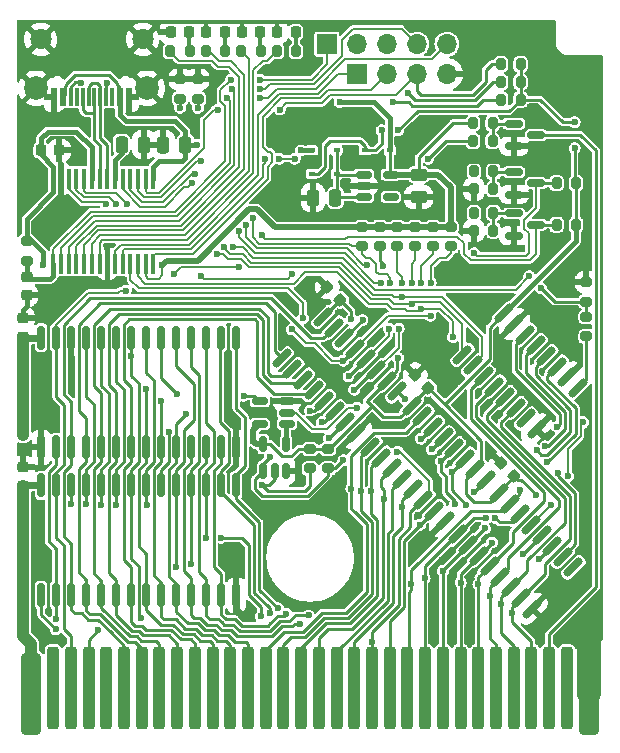
<source format=gbr>
%TF.GenerationSoftware,KiCad,Pcbnew,6.0.7-5.fc37*%
%TF.CreationDate,2022-11-14T12:33:56+01:00*%
%TF.ProjectId,GameboyTestCartridge,47616d65-626f-4795-9465-737443617274,rev?*%
%TF.SameCoordinates,PX9b72ec0PY876bf80*%
%TF.FileFunction,Copper,L1,Top*%
%TF.FilePolarity,Positive*%
%FSLAX46Y46*%
G04 Gerber Fmt 4.6, Leading zero omitted, Abs format (unit mm)*
G04 Created by KiCad (PCBNEW 6.0.7-5.fc37) date 2022-11-14 12:33:56*
%MOMM*%
%LPD*%
G01*
G04 APERTURE LIST*
G04 Aperture macros list*
%AMRoundRect*
0 Rectangle with rounded corners*
0 $1 Rounding radius*
0 $2 $3 $4 $5 $6 $7 $8 $9 X,Y pos of 4 corners*
0 Add a 4 corners polygon primitive as box body*
4,1,4,$2,$3,$4,$5,$6,$7,$8,$9,$2,$3,0*
0 Add four circle primitives for the rounded corners*
1,1,$1+$1,$2,$3*
1,1,$1+$1,$4,$5*
1,1,$1+$1,$6,$7*
1,1,$1+$1,$8,$9*
0 Add four rect primitives between the rounded corners*
20,1,$1+$1,$2,$3,$4,$5,0*
20,1,$1+$1,$4,$5,$6,$7,0*
20,1,$1+$1,$6,$7,$8,$9,0*
20,1,$1+$1,$8,$9,$2,$3,0*%
G04 Aperture macros list end*
%TA.AperFunction,SMDPad,CuDef*%
%ADD10RoundRect,0.150000X0.150000X-0.875000X0.150000X0.875000X-0.150000X0.875000X-0.150000X-0.875000X0*%
%TD*%
%TA.AperFunction,SMDPad,CuDef*%
%ADD11RoundRect,0.150000X-0.477297X-0.689429X0.689429X0.477297X0.477297X0.689429X-0.689429X-0.477297X0*%
%TD*%
%TA.AperFunction,SMDPad,CuDef*%
%ADD12RoundRect,0.200000X0.200000X0.275000X-0.200000X0.275000X-0.200000X-0.275000X0.200000X-0.275000X0*%
%TD*%
%TA.AperFunction,SMDPad,CuDef*%
%ADD13RoundRect,0.200000X-0.275000X0.200000X-0.275000X-0.200000X0.275000X-0.200000X0.275000X0.200000X0*%
%TD*%
%TA.AperFunction,SMDPad,CuDef*%
%ADD14RoundRect,0.200000X-0.200000X-0.275000X0.200000X-0.275000X0.200000X0.275000X-0.200000X0.275000X0*%
%TD*%
%TA.AperFunction,SMDPad,CuDef*%
%ADD15RoundRect,0.225000X0.335876X0.017678X0.017678X0.335876X-0.335876X-0.017678X-0.017678X-0.335876X0*%
%TD*%
%TA.AperFunction,SMDPad,CuDef*%
%ADD16RoundRect,0.225000X0.250000X-0.225000X0.250000X0.225000X-0.250000X0.225000X-0.250000X-0.225000X0*%
%TD*%
%TA.AperFunction,SMDPad,CuDef*%
%ADD17RoundRect,0.250000X-0.250000X-0.475000X0.250000X-0.475000X0.250000X0.475000X-0.250000X0.475000X0*%
%TD*%
%TA.AperFunction,SMDPad,CuDef*%
%ADD18RoundRect,0.218750X-0.218750X-0.256250X0.218750X-0.256250X0.218750X0.256250X-0.218750X0.256250X0*%
%TD*%
%TA.AperFunction,ComponentPad*%
%ADD19R,1.700000X1.700000*%
%TD*%
%TA.AperFunction,ComponentPad*%
%ADD20O,1.700000X1.700000*%
%TD*%
%TA.AperFunction,SMDPad,CuDef*%
%ADD21RoundRect,0.200000X0.275000X-0.200000X0.275000X0.200000X-0.275000X0.200000X-0.275000X-0.200000X0*%
%TD*%
%TA.AperFunction,SMDPad,CuDef*%
%ADD22RoundRect,0.150000X0.150000X-0.512500X0.150000X0.512500X-0.150000X0.512500X-0.150000X-0.512500X0*%
%TD*%
%TA.AperFunction,SMDPad,CuDef*%
%ADD23RoundRect,0.150000X-0.587500X-0.150000X0.587500X-0.150000X0.587500X0.150000X-0.587500X0.150000X0*%
%TD*%
%TA.AperFunction,SMDPad,CuDef*%
%ADD24R,0.600000X0.450000*%
%TD*%
%TA.AperFunction,SMDPad,CuDef*%
%ADD25RoundRect,0.250000X-0.475000X0.250000X-0.475000X-0.250000X0.475000X-0.250000X0.475000X0.250000X0*%
%TD*%
%TA.AperFunction,SMDPad,CuDef*%
%ADD26R,0.600000X1.500000*%
%TD*%
%TA.AperFunction,SMDPad,CuDef*%
%ADD27R,0.300000X1.500000*%
%TD*%
%TA.AperFunction,ComponentPad*%
%ADD28C,2.000000*%
%TD*%
%TA.AperFunction,ComponentPad*%
%ADD29C,1.800000*%
%TD*%
%TA.AperFunction,SMDPad,CuDef*%
%ADD30RoundRect,0.225000X-0.250000X0.225000X-0.250000X-0.225000X0.250000X-0.225000X0.250000X0.225000X0*%
%TD*%
%TA.AperFunction,SMDPad,CuDef*%
%ADD31RoundRect,0.250000X0.250000X0.475000X-0.250000X0.475000X-0.250000X-0.475000X0.250000X-0.475000X0*%
%TD*%
%TA.AperFunction,SMDPad,CuDef*%
%ADD32RoundRect,0.225000X-0.225000X-0.250000X0.225000X-0.250000X0.225000X0.250000X-0.225000X0.250000X0*%
%TD*%
%TA.AperFunction,SMDPad,CuDef*%
%ADD33RoundRect,0.437500X-0.437500X-3.062500X0.437500X-3.062500X0.437500X3.062500X-0.437500X3.062500X0*%
%TD*%
%TA.AperFunction,SMDPad,CuDef*%
%ADD34RoundRect,0.250000X-0.250000X-3.250000X0.250000X-3.250000X0.250000X3.250000X-0.250000X3.250000X0*%
%TD*%
%TA.AperFunction,SMDPad,CuDef*%
%ADD35R,0.450000X1.750000*%
%TD*%
%TA.AperFunction,SMDPad,CuDef*%
%ADD36RoundRect,0.150000X-0.512500X-0.150000X0.512500X-0.150000X0.512500X0.150000X-0.512500X0.150000X0*%
%TD*%
%TA.AperFunction,SMDPad,CuDef*%
%ADD37RoundRect,0.150000X0.512500X0.150000X-0.512500X0.150000X-0.512500X-0.150000X0.512500X-0.150000X0*%
%TD*%
%TA.AperFunction,ViaPad*%
%ADD38C,0.600000*%
%TD*%
%TA.AperFunction,Conductor*%
%ADD39C,0.400000*%
%TD*%
%TA.AperFunction,Conductor*%
%ADD40C,0.200000*%
%TD*%
%TA.AperFunction,Conductor*%
%ADD41C,0.300000*%
%TD*%
%TA.AperFunction,Conductor*%
%ADD42C,0.600000*%
%TD*%
%TA.AperFunction,Conductor*%
%ADD43C,2.000000*%
%TD*%
%TA.AperFunction,Conductor*%
%ADD44C,0.250000*%
%TD*%
%TA.AperFunction,Conductor*%
%ADD45C,1.000000*%
%TD*%
%TA.AperFunction,Conductor*%
%ADD46C,0.500000*%
%TD*%
G04 APERTURE END LIST*
D10*
%TO.P,U1,1,A14*%
%TO.N,/A14*%
X2245000Y12350000D03*
%TO.P,U1,2,A12*%
%TO.N,/A12*%
X3515000Y12350000D03*
%TO.P,U1,3,A7*%
%TO.N,/A0*%
X4785000Y12350000D03*
%TO.P,U1,4,A6*%
%TO.N,/A1*%
X6055000Y12350000D03*
%TO.P,U1,5,A5*%
%TO.N,/A2*%
X7325000Y12350000D03*
%TO.P,U1,6,A4*%
%TO.N,/A3*%
X8595000Y12350000D03*
%TO.P,U1,7,A3*%
%TO.N,/A4*%
X9865000Y12350000D03*
%TO.P,U1,8,A2*%
%TO.N,/A5*%
X11135000Y12350000D03*
%TO.P,U1,9,A1*%
%TO.N,/A6*%
X12405000Y12350000D03*
%TO.P,U1,10,A0*%
%TO.N,/A7*%
X13675000Y12350000D03*
%TO.P,U1,11,Q0*%
%TO.N,/D0*%
X14945000Y12350000D03*
%TO.P,U1,12,Q1*%
%TO.N,/D1*%
X16215000Y12350000D03*
%TO.P,U1,13,Q2*%
%TO.N,/D2*%
X17485000Y12350000D03*
%TO.P,U1,14,GND*%
%TO.N,GND*%
X18755000Y12350000D03*
%TO.P,U1,15,Q3*%
%TO.N,/D3*%
X18755000Y21650000D03*
%TO.P,U1,16,Q4*%
%TO.N,/D4*%
X17485000Y21650000D03*
%TO.P,U1,17,Q5*%
%TO.N,/D5*%
X16215000Y21650000D03*
%TO.P,U1,18,Q6*%
%TO.N,/D6*%
X14945000Y21650000D03*
%TO.P,U1,19,Q7*%
%TO.N,/D7*%
X13675000Y21650000D03*
%TO.P,U1,20,~{CS}*%
%TO.N,/A15*%
X12405000Y21650000D03*
%TO.P,U1,21,A10*%
%TO.N,/A10*%
X11135000Y21650000D03*
%TO.P,U1,22,~{OE}*%
%TO.N,/~{RD}*%
X9865000Y21650000D03*
%TO.P,U1,23,A11*%
%TO.N,/A11*%
X8595000Y21650000D03*
%TO.P,U1,24,A9*%
%TO.N,/A9*%
X7325000Y21650000D03*
%TO.P,U1,25,A8*%
%TO.N,/A8*%
X6055000Y21650000D03*
%TO.P,U1,26,A13*%
%TO.N,/A13*%
X4785000Y21650000D03*
%TO.P,U1,27,~{WE}*%
%TO.N,/~{WR}*%
X3515000Y21650000D03*
%TO.P,U1,28,VCC*%
%TO.N,+5V*%
X2245000Y21650000D03*
%TD*%
D11*
%TO.P,U8,1,~{PL}*%
%TO.N,/SHIFT_LOAD*%
X37906821Y32693000D03*
%TO.P,U8,2,CP*%
%TO.N,/SHIFT_CLK*%
X38804847Y31794975D03*
%TO.P,U8,3,D4*%
%TO.N,/D4*%
X39702872Y30896949D03*
%TO.P,U8,4,D5*%
%TO.N,/D5*%
X40600898Y29998924D03*
%TO.P,U8,5,D6*%
%TO.N,/D6*%
X41498924Y29100898D03*
%TO.P,U8,6,D7*%
%TO.N,/D7*%
X42396949Y28202872D03*
%TO.P,U8,7,~{Q7}*%
%TO.N,unconnected-(U8-Pad7)*%
X43294975Y27304847D03*
%TO.P,U8,8,GND*%
%TO.N,GND*%
X44193000Y26406821D03*
%TO.P,U8,9,Q7*%
%TO.N,Net-(R13-Pad1)*%
X47693179Y29907000D03*
%TO.P,U8,10,DS*%
%TO.N,GND*%
X46795153Y30805025D03*
%TO.P,U8,11,D0*%
%TO.N,/D0*%
X45897128Y31703051D03*
%TO.P,U8,12,D1*%
%TO.N,/D1*%
X44999102Y32601076D03*
%TO.P,U8,13,D2*%
%TO.N,/D2*%
X44101076Y33499102D03*
%TO.P,U8,14,D3*%
%TO.N,/D3*%
X43203051Y34397128D03*
%TO.P,U8,15,~{CE}*%
%TO.N,GND*%
X42305025Y35295153D03*
%TO.P,U8,16,VCC*%
%TO.N,+5V*%
X41407000Y36193179D03*
%TD*%
D12*
%TO.P,R28,1*%
%TO.N,+5V*%
X42825000Y54300000D03*
%TO.P,R28,2*%
%TO.N,/EXT_1*%
X41175000Y54300000D03*
%TD*%
D13*
%TO.P,R11,1*%
%TO.N,+3.3V*%
X36900000Y43525000D03*
%TO.P,R11,2*%
%TO.N,/~{ADDR_OE}*%
X36900000Y41875000D03*
%TD*%
%TO.P,R17,1*%
%TO.N,+3.3V*%
X29400000Y43525000D03*
%TO.P,R17,2*%
%TO.N,/DATA_CLK*%
X29400000Y41875000D03*
%TD*%
D12*
%TO.P,R26,1*%
%TO.N,+5V*%
X42825000Y57300000D03*
%TO.P,R26,2*%
%TO.N,/EXT_3*%
X41175000Y57300000D03*
%TD*%
D14*
%TO.P,R3,1*%
%TO.N,/LED_2*%
X16175000Y58400000D03*
%TO.P,R3,2*%
%TO.N,Net-(D2-Pad2)*%
X17825000Y58400000D03*
%TD*%
D13*
%TO.P,R14,1*%
%TO.N,+3.3V*%
X33900000Y43525000D03*
%TO.P,R14,2*%
%TO.N,/SHIFT_LOAD*%
X33900000Y41875000D03*
%TD*%
D15*
%TO.P,C6,1*%
%TO.N,+5V*%
X35000000Y29900000D03*
%TO.P,C6,2*%
%TO.N,GND*%
X33903984Y30996016D03*
%TD*%
D13*
%TO.P,R15,1*%
%TO.N,GND*%
X48400000Y38850000D03*
%TO.P,R15,2*%
%TO.N,/SHIFT_OUT*%
X48400000Y37200000D03*
%TD*%
%TO.P,R1,1*%
%TO.N,+3.3V*%
X1000000Y42325000D03*
%TO.P,R1,2*%
%TO.N,/~{MCLR}*%
X1000000Y40675000D03*
%TD*%
D16*
%TO.P,C4,1*%
%TO.N,+5V*%
X700000Y34225000D03*
%TO.P,C4,2*%
%TO.N,GND*%
X700000Y35775000D03*
%TD*%
D17*
%TO.P,C2,1*%
%TO.N,/VCAP*%
X9050000Y50500000D03*
%TO.P,C2,2*%
%TO.N,GND*%
X10950000Y50500000D03*
%TD*%
D18*
%TO.P,D3,1,K*%
%TO.N,GND*%
X19212500Y60000000D03*
%TO.P,D3,2,A*%
%TO.N,Net-(D3-Pad2)*%
X20787500Y60000000D03*
%TD*%
D12*
%TO.P,R23,1*%
%TO.N,+5V*%
X47525000Y43715751D03*
%TO.P,R23,2*%
%TO.N,/~{WR}*%
X45875000Y43715751D03*
%TD*%
D14*
%TO.P,R9,1*%
%TO.N,+3.3V*%
X38800000Y52300000D03*
%TO.P,R9,2*%
%TO.N,Net-(Q1-Pad1)*%
X40450000Y52300000D03*
%TD*%
%TO.P,R4,1*%
%TO.N,/LED_3*%
X19175000Y58400000D03*
%TO.P,R4,2*%
%TO.N,Net-(D3-Pad2)*%
X20825000Y58400000D03*
%TD*%
D11*
%TO.P,U6,1,QB*%
%TO.N,/D1*%
X37509872Y17490128D03*
%TO.P,U6,2,QC*%
%TO.N,/D2*%
X38407898Y16592103D03*
%TO.P,U6,3,QD*%
%TO.N,/D3*%
X39305923Y15694077D03*
%TO.P,U6,4,QE*%
%TO.N,/D4*%
X40203949Y14796052D03*
%TO.P,U6,5,QF*%
%TO.N,/D5*%
X41101975Y13898026D03*
%TO.P,U6,6,QG*%
%TO.N,/D6*%
X42000000Y13000000D03*
%TO.P,U6,7,QH*%
%TO.N,/D7*%
X42898026Y12101975D03*
%TO.P,U6,8,GND*%
%TO.N,GND*%
X43796051Y11203949D03*
%TO.P,U6,9,QH'*%
%TO.N,unconnected-(U6-Pad9)*%
X47296230Y14704128D03*
%TO.P,U6,10,~{SRCLR}*%
%TO.N,+5V*%
X46398204Y15602153D03*
%TO.P,U6,11,SRCLK*%
%TO.N,/DATA_CLK*%
X45500179Y16500179D03*
%TO.P,U6,12,RCLK*%
%TO.N,/REG_CLK*%
X44602153Y17398204D03*
%TO.P,U6,13,~{OE}*%
%TO.N,/~{DATA_OE}*%
X43704127Y18296230D03*
%TO.P,U6,14,SER*%
%TO.N,/SHIFT_3*%
X42806102Y19194256D03*
%TO.P,U6,15,QA*%
%TO.N,/D0*%
X41908076Y20092281D03*
%TO.P,U6,16,VCC*%
%TO.N,+5V*%
X41010051Y20990307D03*
%TD*%
D13*
%TO.P,R19,1*%
%TO.N,+3.3V*%
X30900000Y43525000D03*
%TO.P,R19,2*%
%TO.N,/REG_CLK*%
X30900000Y41875000D03*
%TD*%
%TO.P,R10,1*%
%TO.N,+3.3V*%
X32400000Y43525000D03*
%TO.P,R10,2*%
%TO.N,/SHIFT_CLK*%
X32400000Y41875000D03*
%TD*%
D19*
%TO.P,J1,1,Pin_1*%
%TO.N,/~{MCLR}*%
X26425000Y59000000D03*
D20*
%TO.P,J1,2,Pin_2*%
%TO.N,+3.3V*%
X28965000Y59000000D03*
%TO.P,J1,3,Pin_3*%
%TO.N,GND*%
X31505000Y59000000D03*
%TO.P,J1,4,Pin_4*%
%TO.N,/PGED*%
X34045000Y59000000D03*
%TO.P,J1,5,Pin_5*%
%TO.N,/PGEC*%
X36585000Y59000000D03*
%TD*%
D18*
%TO.P,D2,1,K*%
%TO.N,GND*%
X16212500Y60000000D03*
%TO.P,D2,2,A*%
%TO.N,Net-(D2-Pad2)*%
X17787500Y60000000D03*
%TD*%
D21*
%TO.P,R25,1*%
%TO.N,Net-(J3-PadB5)*%
X15500000Y54375000D03*
%TO.P,R25,2*%
%TO.N,GND*%
X15500000Y56025000D03*
%TD*%
D22*
%TO.P,U3,1*%
%TO.N,/A15*%
X21050000Y22862500D03*
%TO.P,U3,2*%
%TO.N,/A13*%
X22000000Y22862500D03*
%TO.P,U3,3,GND*%
%TO.N,GND*%
X22950000Y22862500D03*
%TO.P,U3,4*%
%TO.N,/SRAM_SELECT_MID*%
X22950000Y25137500D03*
%TO.P,U3,5,VCC*%
%TO.N,+5V*%
X21050000Y25137500D03*
%TD*%
D12*
%TO.P,R22,1*%
%TO.N,Net-(Q3-Pad1)*%
X40525000Y43215751D03*
%TO.P,R22,2*%
%TO.N,GND*%
X38875000Y43215751D03*
%TD*%
D18*
%TO.P,D1,1,K*%
%TO.N,GND*%
X13212500Y60000000D03*
%TO.P,D1,2,A*%
%TO.N,Net-(D1-Pad2)*%
X14787500Y60000000D03*
%TD*%
D14*
%TO.P,R21,1*%
%TO.N,/GB_WR*%
X38875000Y44715751D03*
%TO.P,R21,2*%
%TO.N,Net-(Q3-Pad1)*%
X40525000Y44715751D03*
%TD*%
D23*
%TO.P,Q3,1,B*%
%TO.N,Net-(Q3-Pad1)*%
X42262500Y44665751D03*
%TO.P,Q3,2,E*%
%TO.N,GND*%
X42262500Y42765751D03*
%TO.P,Q3,3,C*%
%TO.N,/~{WR}*%
X44137500Y43715751D03*
%TD*%
D24*
%TO.P,D7,1,K*%
%TO.N,+5V*%
X29650000Y50000000D03*
%TO.P,D7,2,A*%
%TO.N,+3.3V*%
X31750000Y50000000D03*
%TD*%
D25*
%TO.P,C9,1*%
%TO.N,+3.3V*%
X34200000Y47950000D03*
%TO.P,C9,2*%
%TO.N,GND*%
X34200000Y46050000D03*
%TD*%
D14*
%TO.P,R16,1*%
%TO.N,/GB_RD*%
X38875000Y48215751D03*
%TO.P,R16,2*%
%TO.N,Net-(Q2-Pad1)*%
X40525000Y48215751D03*
%TD*%
D26*
%TO.P,J3,A1,GND*%
%TO.N,GND*%
X3300000Y54500000D03*
X9700000Y54500000D03*
%TO.P,J3,A4,VBUS*%
%TO.N,+5P*%
X4100000Y54500000D03*
X8900000Y54500000D03*
D27*
%TO.P,J3,A5,CC1*%
%TO.N,Net-(J3-PadA5)*%
X7750000Y54500000D03*
%TO.P,J3,A6,D+*%
%TO.N,/USB_DP*%
X6750000Y54500000D03*
%TO.P,J3,A7,D-*%
%TO.N,/USB_DM*%
X6250000Y54500000D03*
%TO.P,J3,A8,SBU1*%
%TO.N,unconnected-(J3-PadA8)*%
X5250000Y54500000D03*
%TO.P,J3,B5,CC2*%
%TO.N,Net-(J3-PadB5)*%
X4750000Y54500000D03*
%TO.P,J3,B6,D+*%
%TO.N,/USB_DP*%
X5750000Y54500000D03*
%TO.P,J3,B7,D-*%
%TO.N,/USB_DM*%
X7250000Y54500000D03*
%TO.P,J3,B8,SBU2*%
%TO.N,unconnected-(J3-PadB8)*%
X8250000Y54500000D03*
D28*
%TO.P,J3,S1,SHIELD*%
%TO.N,GND*%
X11200000Y55250000D03*
X1800000Y55250000D03*
D29*
X2180000Y59400000D03*
X10820000Y59400000D03*
%TD*%
D30*
%TO.P,C1,1*%
%TO.N,/~{MCLR}*%
X1000000Y39275000D03*
%TO.P,C1,2*%
%TO.N,GND*%
X1000000Y37725000D03*
%TD*%
D14*
%TO.P,R5,1*%
%TO.N,/LED_4*%
X22175000Y58400000D03*
%TO.P,R5,2*%
%TO.N,Net-(D4-Pad2)*%
X23825000Y58400000D03*
%TD*%
D23*
%TO.P,Q1,1,B*%
%TO.N,Net-(Q1-Pad1)*%
X42250000Y52265751D03*
%TO.P,Q1,2,E*%
%TO.N,GND*%
X42250000Y50365751D03*
%TO.P,Q1,3,C*%
%TO.N,/~{RESET}*%
X44125000Y51315751D03*
%TD*%
D15*
%TO.P,C5,1*%
%TO.N,+5V*%
X27548008Y37351992D03*
%TO.P,C5,2*%
%TO.N,GND*%
X26451992Y38448008D03*
%TD*%
D10*
%TO.P,U2,1,A14*%
%TO.N,GND*%
X2245000Y24850000D03*
%TO.P,U2,2,A12*%
%TO.N,/A12*%
X3515000Y24850000D03*
%TO.P,U2,3,A7*%
%TO.N,/A0*%
X4785000Y24850000D03*
%TO.P,U2,4,A6*%
%TO.N,/A1*%
X6055000Y24850000D03*
%TO.P,U2,5,A5*%
%TO.N,/A2*%
X7325000Y24850000D03*
%TO.P,U2,6,A4*%
%TO.N,/A3*%
X8595000Y24850000D03*
%TO.P,U2,7,A3*%
%TO.N,/A4*%
X9865000Y24850000D03*
%TO.P,U2,8,A2*%
%TO.N,/A5*%
X11135000Y24850000D03*
%TO.P,U2,9,A1*%
%TO.N,/A6*%
X12405000Y24850000D03*
%TO.P,U2,10,A0*%
%TO.N,/A7*%
X13675000Y24850000D03*
%TO.P,U2,11,Q0*%
%TO.N,/D0*%
X14945000Y24850000D03*
%TO.P,U2,12,Q1*%
%TO.N,/D1*%
X16215000Y24850000D03*
%TO.P,U2,13,Q2*%
%TO.N,/D2*%
X17485000Y24850000D03*
%TO.P,U2,14,GND*%
%TO.N,GND*%
X18755000Y24850000D03*
%TO.P,U2,15,Q3*%
%TO.N,/D3*%
X18755000Y34150000D03*
%TO.P,U2,16,Q4*%
%TO.N,/D4*%
X17485000Y34150000D03*
%TO.P,U2,17,Q5*%
%TO.N,/D5*%
X16215000Y34150000D03*
%TO.P,U2,18,Q6*%
%TO.N,/D6*%
X14945000Y34150000D03*
%TO.P,U2,19,Q7*%
%TO.N,/D7*%
X13675000Y34150000D03*
%TO.P,U2,20,~{CS}*%
%TO.N,/SRAM_SELECT*%
X12405000Y34150000D03*
%TO.P,U2,21,A10*%
%TO.N,/A10*%
X11135000Y34150000D03*
%TO.P,U2,22,~{OE}*%
%TO.N,/~{RD}*%
X9865000Y34150000D03*
%TO.P,U2,23,A11*%
%TO.N,/A11*%
X8595000Y34150000D03*
%TO.P,U2,24,A9*%
%TO.N,/A9*%
X7325000Y34150000D03*
%TO.P,U2,25,A8*%
%TO.N,/A8*%
X6055000Y34150000D03*
%TO.P,U2,26,A13*%
%TO.N,GND*%
X4785000Y34150000D03*
%TO.P,U2,27,~{WE}*%
%TO.N,/~{WR}*%
X3515000Y34150000D03*
%TO.P,U2,28,VCC*%
%TO.N,+5V*%
X2245000Y34150000D03*
%TD*%
D13*
%TO.P,R6,1*%
%TO.N,+5V*%
X25000000Y24725000D03*
%TO.P,R6,2*%
%TO.N,/A13*%
X25000000Y23075000D03*
%TD*%
D21*
%TO.P,R24,1*%
%TO.N,Net-(J3-PadA5)*%
X14000000Y54375000D03*
%TO.P,R24,2*%
%TO.N,GND*%
X14000000Y56025000D03*
%TD*%
D31*
%TO.P,C8,1*%
%TO.N,Net-(C8-Pad1)*%
X27150000Y46000000D03*
%TO.P,C8,2*%
%TO.N,GND*%
X25250000Y46000000D03*
%TD*%
D32*
%TO.P,C10,1*%
%TO.N,+3.3V*%
X2225000Y50000000D03*
%TO.P,C10,2*%
%TO.N,GND*%
X3775000Y50000000D03*
%TD*%
D23*
%TO.P,Q2,1,B*%
%TO.N,Net-(Q2-Pad1)*%
X42262500Y48165751D03*
%TO.P,Q2,2,E*%
%TO.N,GND*%
X42262500Y46265751D03*
%TO.P,Q2,3,C*%
%TO.N,/~{RD}*%
X44137500Y47215751D03*
%TD*%
D11*
%TO.P,U5,1,QB*%
%TO.N,/A9*%
X30106821Y24893000D03*
%TO.P,U5,2,QC*%
%TO.N,/A10*%
X31004847Y23994975D03*
%TO.P,U5,3,QD*%
%TO.N,/A11*%
X31902872Y23096949D03*
%TO.P,U5,4,QE*%
%TO.N,/A12*%
X32800898Y22198924D03*
%TO.P,U5,5,QF*%
%TO.N,/A13*%
X33698924Y21300898D03*
%TO.P,U5,6,QG*%
%TO.N,/A14*%
X34596949Y20402872D03*
%TO.P,U5,7,QH*%
%TO.N,/A15*%
X35494975Y19504847D03*
%TO.P,U5,8,GND*%
%TO.N,GND*%
X36393000Y18606821D03*
%TO.P,U5,9,QH'*%
%TO.N,/SHIFT_3*%
X39893179Y22107000D03*
%TO.P,U5,10,~{SRCLR}*%
%TO.N,+5V*%
X38995153Y23005025D03*
%TO.P,U5,11,SRCLK*%
%TO.N,/DATA_CLK*%
X38097128Y23903051D03*
%TO.P,U5,12,RCLK*%
%TO.N,/REG_CLK*%
X37199102Y24801076D03*
%TO.P,U5,13,~{OE}*%
%TO.N,/~{ADDR_OE}*%
X36301076Y25699102D03*
%TO.P,U5,14,SER*%
%TO.N,/SHIFT_2*%
X35403051Y26597128D03*
%TO.P,U5,15,QA*%
%TO.N,/A8*%
X34505025Y27495153D03*
%TO.P,U5,16,VCC*%
%TO.N,+5V*%
X33607000Y28393179D03*
%TD*%
D19*
%TO.P,J2,1,Pin_1*%
%TO.N,/EXT_1*%
X28965000Y56460000D03*
D20*
%TO.P,J2,2,Pin_2*%
%TO.N,/EXT_2*%
X31505000Y56460000D03*
%TO.P,J2,3,Pin_3*%
%TO.N,/EXT_3*%
X34045000Y56460000D03*
%TO.P,J2,4,Pin_4*%
%TO.N,GND*%
X36585000Y56460000D03*
%TD*%
D12*
%TO.P,R27,1*%
%TO.N,+5V*%
X42825000Y55800000D03*
%TO.P,R27,2*%
%TO.N,/EXT_2*%
X41175000Y55800000D03*
%TD*%
D31*
%TO.P,C11,1*%
%TO.N,+5P*%
X14450000Y50500000D03*
%TO.P,C11,2*%
%TO.N,GND*%
X12550000Y50500000D03*
%TD*%
D33*
%TO.P,J4,1,Pin_1*%
%TO.N,+5V*%
X1375000Y4000000D03*
D34*
%TO.P,J4,2,Pin_2*%
%TO.N,unconnected-(J4-Pad2)*%
X3250000Y4500000D03*
%TO.P,J4,3,Pin_3*%
%TO.N,/~{WR}*%
X4750000Y4500000D03*
%TO.P,J4,4,Pin_4*%
%TO.N,/~{RD}*%
X6250000Y4500000D03*
%TO.P,J4,5,Pin_5*%
%TO.N,unconnected-(J4-Pad5)*%
X7750000Y4500000D03*
%TO.P,J4,6,Pin_6*%
%TO.N,/A0*%
X9250000Y4500000D03*
%TO.P,J4,7,Pin_7*%
%TO.N,/A1*%
X10750000Y4500000D03*
%TO.P,J4,8,Pin_8*%
%TO.N,/A2*%
X12250000Y4500000D03*
%TO.P,J4,9,Pin_9*%
%TO.N,/A3*%
X13750000Y4500000D03*
%TO.P,J4,10,Pin_10*%
%TO.N,/A4*%
X15250000Y4500000D03*
%TO.P,J4,11,Pin_11*%
%TO.N,/A5*%
X16750000Y4500000D03*
%TO.P,J4,12,Pin_12*%
%TO.N,/A6*%
X18250000Y4500000D03*
%TO.P,J4,13,Pin_13*%
%TO.N,/A7*%
X19750000Y4500000D03*
%TO.P,J4,14,Pin_14*%
%TO.N,/A8*%
X21250000Y4500000D03*
%TO.P,J4,15,Pin_15*%
%TO.N,/A9*%
X22750000Y4500000D03*
%TO.P,J4,16,Pin_16*%
%TO.N,/A10*%
X24250000Y4500000D03*
%TO.P,J4,17,Pin_17*%
%TO.N,/A11*%
X25750000Y4500000D03*
%TO.P,J4,18,Pin_18*%
%TO.N,/A12*%
X27250000Y4500000D03*
%TO.P,J4,19,Pin_19*%
%TO.N,/A13*%
X28750000Y4500000D03*
%TO.P,J4,20,Pin_20*%
%TO.N,/A14*%
X30250000Y4500000D03*
%TO.P,J4,21,Pin_21*%
%TO.N,/A15*%
X31750000Y4500000D03*
%TO.P,J4,22,Pin_22*%
%TO.N,/D0*%
X33250000Y4500000D03*
%TO.P,J4,23,Pin_23*%
%TO.N,/D1*%
X34750000Y4500000D03*
%TO.P,J4,24,Pin_24*%
%TO.N,/D2*%
X36250000Y4500000D03*
%TO.P,J4,25,Pin_25*%
%TO.N,/D3*%
X37750000Y4500000D03*
%TO.P,J4,26,Pin_26*%
%TO.N,/D4*%
X39250000Y4500000D03*
%TO.P,J4,27,Pin_27*%
%TO.N,/D5*%
X40750000Y4500000D03*
%TO.P,J4,28,Pin_28*%
%TO.N,/D6*%
X42250000Y4500000D03*
%TO.P,J4,29,Pin_29*%
%TO.N,/D7*%
X43750000Y4500000D03*
%TO.P,J4,30,Pin_30*%
%TO.N,/~{RESET}*%
X45250000Y4500000D03*
%TO.P,J4,31,Pin_31*%
%TO.N,unconnected-(J4-Pad31)*%
X46750000Y4500000D03*
D33*
%TO.P,J4,32,Pin_32*%
%TO.N,GND*%
X48625000Y4000000D03*
%TD*%
D15*
%TO.P,C7,1*%
%TO.N,+5V*%
X42300000Y22400000D03*
%TO.P,C7,2*%
%TO.N,GND*%
X41203984Y23496016D03*
%TD*%
D24*
%TO.P,D6,1,K*%
%TO.N,Net-(C8-Pad1)*%
X27250000Y48000000D03*
%TO.P,D6,2,A*%
%TO.N,+5V*%
X25150000Y48000000D03*
%TD*%
D12*
%TO.P,R20,1*%
%TO.N,+5V*%
X47525000Y47215751D03*
%TO.P,R20,2*%
%TO.N,/~{RD}*%
X45875000Y47215751D03*
%TD*%
D14*
%TO.P,R7,1*%
%TO.N,/GB_RESET*%
X38800000Y50800000D03*
%TO.P,R7,2*%
%TO.N,Net-(Q1-Pad1)*%
X40450000Y50800000D03*
%TD*%
D16*
%TO.P,C3,1*%
%TO.N,+5V*%
X700000Y21625000D03*
%TO.P,C3,2*%
%TO.N,GND*%
X700000Y23175000D03*
%TD*%
D24*
%TO.P,D5,1,K*%
%TO.N,Net-(C8-Pad1)*%
X27250000Y50000000D03*
%TO.P,D5,2,A*%
%TO.N,+5P*%
X25150000Y50000000D03*
%TD*%
D35*
%TO.P,U7,1,~{MCLR}*%
%TO.N,/~{MCLR}*%
X3275000Y40400000D03*
%TO.P,U7,2,PGEC2/VREF+/CVREF_+/AN0/RP1/OCM1E/INT3/RA0*%
%TO.N,/PGEC*%
X3925000Y40400000D03*
%TO.P,U7,3,PGED2/VREF-/AN1/RP2/OCM1F/RA1*%
%TO.N,/PGED*%
X4575000Y40400000D03*
%TO.P,U7,4,PGED1/AN2/C1IND/.../RP6/OCM2C/RB0*%
%TO.N,/LED_1*%
X5225000Y40400000D03*
%TO.P,U7,5,PGEC1/AN3/C1INC/C2INA/RP7/OCM2D/RB1*%
%TO.N,/LED_2*%
X5875000Y40400000D03*
%TO.P,U7,6,AN4/C1INB/RP8/SDA2/OCM2E/RB2*%
%TO.N,/LED_3*%
X6525000Y40400000D03*
%TO.P,U7,7,TDI/AN11/C1INA/RP9/SCL2/OCM2F/RB3*%
%TO.N,/LED_4*%
X7175000Y40400000D03*
%TO.P,U7,8,VSS*%
%TO.N,GND*%
X7825000Y40400000D03*
%TO.P,U7,9,OSC1/CLKI/AN5/RP3/OCM1C/RA2*%
%TO.N,/EXT_1*%
X8475000Y40400000D03*
%TO.P,U7,10,OSC2/CLKO/AN6/C3IND/RP4/OCM1D/RA3*%
%TO.N,/GB_RESET*%
X9125000Y40400000D03*
%TO.P,U7,11,SOSCI/AN7/RP10/OCM3C/RB4*%
%TO.N,/~{ADDR_OE}*%
X9775000Y40400000D03*
%TO.P,U7,12,SOSCO/SCLKI/RP5/PWRLCLK/OCM3D/RA4*%
%TO.N,/~{DATA_OE}*%
X10425000Y40400000D03*
%TO.P,U7,13,VDD*%
%TO.N,+3.3V*%
X11075000Y40400000D03*
%TO.P,U7,14,PGED3/RP11/ASDA1/USBID/~{SS3}/FSYNC3/OCM3E/RB5*%
%TO.N,/EXT_2*%
X11725000Y40400000D03*
%TO.P,U7,15,VBUS/RB6*%
%TO.N,+5P*%
X11725000Y47600000D03*
%TO.P,U7,16,RP12/SDA3/SDI3/OCM3F/RB7*%
%TO.N,/EXT_3*%
X11075000Y47600000D03*
%TO.P,U7,17,TCK/RP13/SCL1/~{U1CTS}/SCK1/OCM1A/RB8*%
%TO.N,/DATA_CLK*%
X10425000Y47600000D03*
%TO.P,U7,18,TMS/RP14/SDA1/~{U1RTS}/SDO1/OCM1B/INT2/.../RB9*%
%TO.N,/SHIFT_IN*%
X9775000Y47600000D03*
%TO.P,U7,19,PGEC3/TDO/RP18/ASCL1/T3CK/T3G/USBOEN/SDO3/OCM2A/RC9*%
%TO.N,/REG_CLK*%
X9125000Y47600000D03*
%TO.P,U7,20,VCAP*%
%TO.N,/VCAP*%
X8475000Y47600000D03*
%TO.P,U7,21,D-/RB10*%
%TO.N,/USB_DM*%
X7825000Y47600000D03*
%TO.P,U7,22,D+/RB11*%
%TO.N,/USB_DP*%
X7175000Y47600000D03*
%TO.P,U7,23,VUSB3V3*%
%TO.N,+3.3V*%
X6525000Y47600000D03*
%TO.P,U7,24,AN8/LVDIN/RP15/SCL3/SCK3/OCM3A/RB13*%
%TO.N,/SHIFT_CLK*%
X5875000Y47600000D03*
%TO.P,U7,25,CVREF/AN9/C3INB/RP16/RTCC/U1TX/VBUSON/SDI1/OCM3B/INT1/RB14*%
%TO.N,/SHIFT_LOAD*%
X5225000Y47600000D03*
%TO.P,U7,26,AN10/C3INA/REFCLKO/RP17/U1RX/~{SS1}/FSYNC1/OCM2B/INT0/RB15*%
%TO.N,/SHIFT_OUT*%
X4575000Y47600000D03*
%TO.P,U7,27,AVSS/VSS*%
%TO.N,GND*%
X3925000Y47600000D03*
%TO.P,U7,28,AVDD/VDD*%
%TO.N,+3.3V*%
X3275000Y47600000D03*
%TD*%
D21*
%TO.P,R13,1*%
%TO.N,Net-(R13-Pad1)*%
X48400000Y34250000D03*
%TO.P,R13,2*%
%TO.N,/SHIFT_OUT*%
X48400000Y35900000D03*
%TD*%
D13*
%TO.P,R12,1*%
%TO.N,+3.3V*%
X35400000Y43525000D03*
%TO.P,R12,2*%
%TO.N,/~{DATA_OE}*%
X35400000Y41875000D03*
%TD*%
D36*
%TO.P,U9,1,VIN*%
%TO.N,Net-(C8-Pad1)*%
X29562500Y47950000D03*
%TO.P,U9,2,GND*%
%TO.N,GND*%
X29562500Y47000000D03*
%TO.P,U9,3,EN*%
%TO.N,Net-(C8-Pad1)*%
X29562500Y46050000D03*
%TO.P,U9,4,NC*%
%TO.N,unconnected-(U9-Pad4)*%
X31837500Y46050000D03*
%TO.P,U9,5,VOUT*%
%TO.N,+3.3V*%
X31837500Y47950000D03*
%TD*%
D14*
%TO.P,R2,1*%
%TO.N,/LED_1*%
X13175000Y58400000D03*
%TO.P,R2,2*%
%TO.N,Net-(D1-Pad2)*%
X14825000Y58400000D03*
%TD*%
D13*
%TO.P,R8,1*%
%TO.N,+5V*%
X26500000Y24725000D03*
%TO.P,R8,2*%
%TO.N,/A15*%
X26500000Y23075000D03*
%TD*%
D37*
%TO.P,U10,1*%
%TO.N,/SRAM_SELECT_MID*%
X23037500Y26850000D03*
%TO.P,U10,2*%
%TO.N,/A14*%
X23037500Y27800000D03*
%TO.P,U10,3,GND*%
%TO.N,GND*%
X23037500Y28750000D03*
%TO.P,U10,4*%
%TO.N,/SRAM_SELECT*%
X20762500Y28750000D03*
%TO.P,U10,5,VCC*%
%TO.N,+5V*%
X20762500Y26850000D03*
%TD*%
D18*
%TO.P,D4,1,K*%
%TO.N,GND*%
X22212500Y60000000D03*
%TO.P,D4,2,A*%
%TO.N,Net-(D4-Pad2)*%
X23787500Y60000000D03*
%TD*%
D11*
%TO.P,U4,1,QB*%
%TO.N,/A1*%
X22606821Y32393000D03*
%TO.P,U4,2,QC*%
%TO.N,/A2*%
X23504847Y31494975D03*
%TO.P,U4,3,QD*%
%TO.N,/A3*%
X24402872Y30596949D03*
%TO.P,U4,4,QE*%
%TO.N,/A4*%
X25300898Y29698924D03*
%TO.P,U4,5,QF*%
%TO.N,/A5*%
X26198924Y28800898D03*
%TO.P,U4,6,QG*%
%TO.N,/A6*%
X27096949Y27902872D03*
%TO.P,U4,7,QH*%
%TO.N,/A7*%
X27994975Y27004847D03*
%TO.P,U4,8,GND*%
%TO.N,GND*%
X28893000Y26106821D03*
%TO.P,U4,9,QH'*%
%TO.N,/SHIFT_2*%
X32393179Y29607000D03*
%TO.P,U4,10,~{SRCLR}*%
%TO.N,+5V*%
X31495153Y30505025D03*
%TO.P,U4,11,SRCLK*%
%TO.N,/DATA_CLK*%
X30597128Y31403051D03*
%TO.P,U4,12,RCLK*%
%TO.N,/REG_CLK*%
X29699102Y32301076D03*
%TO.P,U4,13,~{OE}*%
%TO.N,/~{ADDR_OE}*%
X28801076Y33199102D03*
%TO.P,U4,14,SER*%
%TO.N,/SHIFT_IN*%
X27903051Y34097128D03*
%TO.P,U4,15,QA*%
%TO.N,/A0*%
X27005025Y34995153D03*
%TO.P,U4,16,VCC*%
%TO.N,+5V*%
X26107000Y35893179D03*
%TD*%
D12*
%TO.P,R18,1*%
%TO.N,Net-(Q2-Pad1)*%
X40525000Y46715751D03*
%TO.P,R18,2*%
%TO.N,GND*%
X38875000Y46715751D03*
%TD*%
D38*
%TO.N,/~{MCLR}*%
X18300000Y56000000D03*
X20799500Y56000000D03*
%TO.N,GND*%
X28400000Y50000000D03*
X2100000Y14300000D03*
X44100000Y53500000D03*
X35500000Y10100000D03*
X37000000Y10200000D03*
X22500000Y44400000D03*
X36200000Y39900000D03*
X48400000Y18300000D03*
X35100000Y17400000D03*
X18800000Y16400000D03*
X25100000Y38900000D03*
X1800000Y28000000D03*
X24000000Y53200000D03*
X23950000Y22850000D03*
X27800000Y22800000D03*
X44400000Y48400000D03*
X4000000Y36900000D03*
X7800000Y41800000D03*
X33300000Y50300000D03*
X27700000Y24700000D03*
X6400000Y60500000D03*
X44600000Y10400000D03*
X25900000Y37000000D03*
X43000000Y29700000D03*
X48400000Y40100000D03*
X500000Y53600000D03*
X7300000Y38700000D03*
X45200000Y45400000D03*
X2800000Y42400000D03*
X49200000Y57500000D03*
X37500000Y37300000D03*
X49300000Y8900000D03*
X42200000Y43800000D03*
X47700000Y32400000D03*
X3500000Y27600000D03*
X8900000Y60500000D03*
X18300000Y14300000D03*
X29100000Y15300000D03*
X35100000Y22900000D03*
X45200000Y12500000D03*
X45200000Y25900000D03*
X36000000Y46000000D03*
X48600000Y10200000D03*
X4400000Y52800000D03*
X2600000Y8700000D03*
X42200000Y41800000D03*
X10950000Y49050000D03*
X35800000Y21600000D03*
X5200000Y50300000D03*
X38500000Y13900000D03*
X38500000Y10100000D03*
X45300000Y60600000D03*
X45200000Y27400000D03*
X36200000Y15300000D03*
X40500000Y41800000D03*
X48600000Y8600000D03*
X21900000Y26100000D03*
X42000000Y39000000D03*
X600000Y48900000D03*
X1800000Y27100000D03*
X20800000Y45900000D03*
X33400000Y35300000D03*
X2300000Y38300000D03*
X48500000Y29000000D03*
X28100000Y47000000D03*
X40600000Y49600000D03*
X23800000Y25400000D03*
X44500000Y50300000D03*
X36000000Y35400000D03*
X23500000Y36800000D03*
X45200000Y42300000D03*
X1800000Y9800000D03*
X40200000Y24500000D03*
X23500000Y46000000D03*
X9800000Y49300000D03*
X38900000Y35900000D03*
X19100000Y10800000D03*
X49100000Y51400000D03*
X10900000Y53300000D03*
X18800000Y26700000D03*
X8300000Y38700000D03*
X48400000Y13400000D03*
X2200000Y32100000D03*
X37000000Y14000000D03*
X30100000Y27300000D03*
X41100000Y33600000D03*
X47500000Y23700000D03*
X3300000Y52700000D03*
X31500000Y25400000D03*
X37800000Y44400000D03*
X4800000Y32400000D03*
X22800000Y19600000D03*
X47000000Y38900000D03*
X26500000Y33500000D03*
X17300000Y56300000D03*
X30600000Y36000000D03*
X2200000Y23200000D03*
X36100000Y49400000D03*
X21800000Y51400000D03*
X36500000Y29900000D03*
X2000000Y19800000D03*
X35600000Y52300000D03*
X5200000Y49200000D03*
X33600000Y15700000D03*
X3500000Y26400000D03*
X37600000Y28600000D03*
X1900000Y36700000D03*
X22200000Y12400000D03*
X32600000Y44600000D03*
X4400000Y45900000D03*
X34200000Y44500000D03*
X25100000Y32200000D03*
X21600000Y18000000D03*
X48600000Y9400000D03*
X36500000Y33100000D03*
X38700000Y60600000D03*
X600000Y57400000D03*
X43900000Y36700000D03*
X4000000Y60500000D03*
X33800000Y32400000D03*
X18100000Y32400000D03*
X31000000Y47000000D03*
X3700000Y45700000D03*
X49300000Y9800000D03*
X40600000Y37400000D03*
X25200000Y44400000D03*
X29900000Y53300000D03*
X12800000Y53300000D03*
X39900000Y45700000D03*
X19700000Y22200000D03*
X25000000Y60500000D03*
%TO.N,+5V*%
X700000Y25900000D03*
X28500000Y35700000D03*
X45969574Y22686396D03*
X700000Y20200000D03*
X47400000Y50200000D03*
X32449500Y51700000D03*
X47400000Y52400000D03*
X44131802Y20848624D03*
X32470950Y32429051D03*
X31050500Y51700000D03*
X20200000Y25400497D03*
%TO.N,+3.3V*%
X27500000Y54100500D03*
X12500000Y40300000D03*
X2400000Y40300000D03*
%TO.N,+5P*%
X24200000Y50000000D03*
X15400000Y50500000D03*
%TO.N,/PGED*%
X20799500Y55200000D03*
X18400500Y55200000D03*
%TO.N,/PGEC*%
X18000500Y54400000D03*
X20799500Y54400000D03*
%TO.N,/EXT_1*%
X32045727Y54100500D03*
%TO.N,/EXT_2*%
X33266411Y54833589D03*
%TO.N,/EXT_3*%
X22439597Y53460403D03*
X17200500Y53432011D03*
%TO.N,Net-(J3-PadA5)*%
X7833526Y55672484D03*
X14000000Y53600000D03*
%TO.N,Net-(J3-PadB5)*%
X15500000Y53600000D03*
X5602867Y55749502D03*
%TO.N,/~{RD}*%
X15800000Y39324500D03*
X23500000Y39500000D03*
X7072015Y9372015D03*
X10700000Y10400000D03*
X38900000Y41299500D03*
X9865000Y32565000D03*
%TO.N,/~{WR}*%
X9400000Y38124500D03*
X18960403Y40160403D03*
X20900000Y42800000D03*
X13500000Y39550500D03*
%TO.N,/A13*%
X32800000Y19800000D03*
X4800000Y20100000D03*
X20971515Y21700000D03*
%TO.N,/GB_RESET*%
X21200500Y49300000D03*
X23700000Y49300000D03*
X22399500Y49300000D03*
X35000000Y49300000D03*
%TO.N,/A15*%
X21600000Y24000000D03*
X27825500Y23766594D03*
X13029500Y26200000D03*
X34300000Y18300000D03*
%TO.N,/SHIFT_CLK*%
X9535403Y45435403D03*
X17684571Y41815429D03*
X32800000Y37600000D03*
X32799502Y38800071D03*
%TO.N,/~{ADDR_OE}*%
X35217679Y38800086D03*
X35300000Y24700000D03*
X27800000Y32200000D03*
X23458411Y34858411D03*
X24400000Y35800000D03*
X35200000Y36001500D03*
%TO.N,/~{DATA_OE}*%
X45400000Y20000000D03*
X46846183Y22446183D03*
X37100000Y34200000D03*
X48124500Y27000000D03*
X34418177Y38799500D03*
X34400000Y36601000D03*
%TO.N,/SHIFT_OUT*%
X43562289Y39337711D03*
X18483822Y41795392D03*
X44551532Y38348468D03*
X7700000Y45424500D03*
%TO.N,/SHIFT_LOAD*%
X8600000Y45424500D03*
X33599004Y38799990D03*
X33600000Y37000000D03*
X17084571Y41215429D03*
%TO.N,/DATA_CLK*%
X38245487Y19987452D03*
X15727464Y49072536D03*
X20134571Y44265429D03*
X32499502Y34900500D03*
X28740213Y29740213D03*
X37000000Y22800000D03*
X31799503Y38799500D03*
X44400000Y15400000D03*
%TO.N,/REG_CLK*%
X31000000Y38799500D03*
X36100000Y23700000D03*
X28258411Y30858411D03*
X37274881Y20074880D03*
X15033367Y47247067D03*
X43058411Y15858411D03*
X19003904Y43134762D03*
X31199500Y40196352D03*
X31700000Y34900000D03*
%TO.N,/A14*%
X32400000Y24500000D03*
X30250000Y8400000D03*
X29000000Y28200000D03*
X3465837Y9450985D03*
%TO.N,/A12*%
X27400000Y6900000D03*
X3500000Y10300000D03*
%TO.N,/A7*%
X26600000Y25624500D03*
X14500000Y27700500D03*
%TO.N,/A6*%
X12400000Y28800000D03*
X26000000Y27000000D03*
%TO.N,/A5*%
X11135500Y29800000D03*
X25000000Y27974500D03*
%TO.N,/D0*%
X33569564Y13325500D03*
X42775546Y21275546D03*
X45100000Y23600000D03*
X24156968Y9912938D03*
%TO.N,/D1*%
X44200000Y24600000D03*
X24872015Y10627985D03*
X39900497Y18875500D03*
X34700000Y13775500D03*
%TO.N,/D2*%
X44922586Y24942159D03*
X22995661Y10778839D03*
X36250000Y14400000D03*
X39800000Y18000000D03*
%TO.N,/D3*%
X37750000Y13400000D03*
X40400000Y16800000D03*
X45922015Y26577985D03*
X22269780Y11224500D03*
%TO.N,/D4*%
X39250000Y13300000D03*
X21581113Y10809875D03*
%TO.N,/D5*%
X17464500Y17200000D03*
X16214500Y17200000D03*
X20823201Y10555368D03*
X40200000Y12300000D03*
%TO.N,/D6*%
X14924500Y15000000D03*
X41200000Y11600000D03*
%TO.N,/D7*%
X42100000Y10800000D03*
X13675500Y14721303D03*
%TO.N,/A10*%
X11155500Y20000000D03*
X30200000Y21200000D03*
%TO.N,/A11*%
X31275500Y20500000D03*
X8600000Y20000000D03*
%TO.N,/A9*%
X7304500Y20000000D03*
X29300000Y21200000D03*
%TO.N,/A8*%
X6055500Y20100000D03*
X28500000Y21374500D03*
%TO.N,/SRAM_SELECT*%
X13695500Y29399500D03*
X19379500Y29224500D03*
%TO.N,/SHIFT_2*%
X34400000Y25600000D03*
X33041578Y28958422D03*
%TO.N,/SHIFT_IN*%
X29791068Y40291068D03*
X19569238Y43700095D03*
X15260307Y48039693D03*
X29441589Y35641589D03*
%TO.N,/SHIFT_3*%
X38900000Y21100000D03*
X40700000Y18875500D03*
%TD*%
D39*
%TO.N,/~{MCLR}*%
X1000000Y39275000D02*
X1000000Y40675000D01*
X1175000Y39100000D02*
X1000000Y39275000D01*
D40*
X6425000Y44825000D02*
X13525000Y44825000D01*
X3275000Y40400000D02*
X3275000Y41675000D01*
X17400000Y55100000D02*
X18300000Y56000000D01*
X3275000Y41675000D02*
X6425000Y44825000D01*
X20799500Y56000000D02*
X25134314Y56000000D01*
X17800000Y53751971D02*
X17400000Y54151971D01*
X17400000Y54151971D02*
X17400000Y55100000D01*
D39*
X3000000Y39100000D02*
X1175000Y39100000D01*
X3275000Y40400000D02*
X3275000Y39375000D01*
D40*
X17800000Y49100000D02*
X17800000Y53751971D01*
D39*
X3275000Y39375000D02*
X3000000Y39100000D01*
D40*
X13525000Y44825000D02*
X17800000Y49100000D01*
X25134314Y56000000D02*
X26425000Y57290686D01*
X26425000Y57290686D02*
X26425000Y59000000D01*
D41*
%TO.N,GND*%
X24200000Y60900000D02*
X22100000Y60900000D01*
X16212500Y60000000D02*
X16212500Y60887500D01*
X16200000Y60900000D02*
X12200000Y60900000D01*
D39*
X1000000Y36800000D02*
X1000000Y37725000D01*
X700000Y36500000D02*
X1000000Y36800000D01*
X4785000Y32415000D02*
X4800000Y32400000D01*
D41*
X22100000Y60900000D02*
X19200000Y60900000D01*
X19212500Y60887500D02*
X19200000Y60900000D01*
D42*
X18755000Y12350000D02*
X18755000Y11145000D01*
D41*
X19212500Y60000000D02*
X19212500Y60887500D01*
X16212500Y60887500D02*
X16200000Y60900000D01*
X22212500Y60787500D02*
X22100000Y60900000D01*
D39*
X4785000Y34150000D02*
X4785000Y32415000D01*
D43*
X48625000Y4000000D02*
X48625000Y9375000D01*
D41*
X22212500Y60000000D02*
X22212500Y60787500D01*
D42*
X18755000Y11145000D02*
X19100000Y10800000D01*
D41*
X19200000Y60900000D02*
X16200000Y60900000D01*
D39*
X700000Y35775000D02*
X700000Y36500000D01*
%TO.N,/VCAP*%
X8475000Y47600000D02*
X8475000Y49175000D01*
X8475000Y49175000D02*
X9050000Y49750000D01*
X9050000Y49750000D02*
X9050000Y50500000D01*
D44*
%TO.N,+5V*%
X39500000Y25400000D02*
X36400000Y28500000D01*
X25700000Y48000000D02*
X26300000Y48600000D01*
X46398204Y15602153D02*
X47450000Y16653949D01*
X26300000Y48600000D02*
X26300000Y50400000D01*
X31050500Y51700000D02*
X31050500Y50550500D01*
X42825000Y57300000D02*
X42825000Y55800000D01*
X41010051Y21110051D02*
X42300000Y22400000D01*
D45*
X700000Y8900000D02*
X700000Y20200000D01*
D44*
X37793756Y29893756D02*
X36400000Y28500000D01*
X36400000Y28500000D02*
X35000000Y29900000D01*
X32400000Y31409872D02*
X31495153Y30505025D01*
X29200000Y50800000D02*
X29650000Y50350000D01*
X26627295Y24725000D02*
X30200000Y28297705D01*
X37793756Y29900000D02*
X40200000Y32306244D01*
X40200000Y32306244D02*
X40200000Y34986179D01*
X45969574Y22686396D02*
X45969574Y22439614D01*
X47450000Y20959188D02*
X47450000Y20550000D01*
X39500000Y23509872D02*
X39500000Y25400000D01*
D42*
X775000Y34150000D02*
X700000Y34225000D01*
D44*
X47400000Y50200000D02*
X47400000Y47340751D01*
D39*
X41407000Y36193179D02*
X47525000Y42311179D01*
D44*
X40219744Y20200000D02*
X41010051Y20990307D01*
X44131802Y20848624D02*
X44131802Y20868198D01*
X29800000Y28800000D02*
X31200000Y27400000D01*
X23400000Y24100000D02*
X24025000Y24725000D01*
X47525000Y47215751D02*
X47525000Y43715751D01*
X38995153Y23005025D02*
X39500000Y23509872D01*
X33607000Y28507000D02*
X35000000Y29900000D01*
X27548008Y37351992D02*
X28500000Y36400000D01*
X44500000Y54300000D02*
X42825000Y54300000D01*
D45*
X1375000Y8225000D02*
X700000Y8900000D01*
D46*
X21050000Y25137500D02*
X20462997Y25137500D01*
D44*
X30200000Y28400000D02*
X29800000Y28800000D01*
X31495153Y30505025D02*
X29800000Y28809872D01*
X33607000Y28393179D02*
X33607000Y28507000D01*
D42*
X725000Y21650000D02*
X700000Y21625000D01*
D44*
X44131802Y20868198D02*
X42886396Y22113604D01*
X45969574Y22439614D02*
X47450000Y20959188D01*
D42*
X2245000Y34150000D02*
X775000Y34150000D01*
D44*
X42886396Y22113604D02*
X42586396Y22113604D01*
X28500000Y36400000D02*
X28500000Y35700000D01*
X42586396Y22113604D02*
X42300000Y22400000D01*
X26500000Y24725000D02*
X26627295Y24725000D01*
X22653249Y24100000D02*
X23400000Y24100000D01*
D42*
X2245000Y21650000D02*
X725000Y21650000D01*
D44*
X38995153Y23005025D02*
X38200000Y22209872D01*
D46*
X20462997Y25137500D02*
X20200000Y25400497D01*
D44*
X32400000Y32358101D02*
X32400000Y31409872D01*
X21050000Y25137500D02*
X21615749Y25137500D01*
X37793756Y29900000D02*
X37793756Y29893756D01*
X32613821Y27400000D02*
X33607000Y28393179D01*
X26300000Y50400000D02*
X26700000Y50800000D01*
X47400000Y47340751D02*
X47525000Y47215751D01*
X31200000Y27400000D02*
X32613821Y27400000D01*
X30500000Y50000000D02*
X29650000Y50000000D01*
X34099500Y53350000D02*
X32449500Y51700000D01*
D45*
X1375000Y4000000D02*
X1375000Y8225000D01*
D44*
X38200000Y20916116D02*
X38916116Y20200000D01*
X25000000Y24725000D02*
X26500000Y24725000D01*
X29650000Y50350000D02*
X29650000Y50000000D01*
X41875000Y53350000D02*
X37500000Y53350000D01*
X29800000Y28809872D02*
X29800000Y28800000D01*
X21615749Y25137500D02*
X22653249Y24100000D01*
X38200000Y22209872D02*
X38200000Y20916116D01*
X47450000Y16653949D02*
X47450000Y20550000D01*
X42825000Y54300000D02*
X41875000Y53350000D01*
X47400000Y52400000D02*
X46400000Y52400000D01*
X46400000Y52400000D02*
X44500000Y54300000D01*
D45*
X700000Y20200000D02*
X700000Y21625000D01*
X700000Y34125000D02*
X700000Y25900000D01*
D44*
X25150000Y48000000D02*
X25700000Y48000000D01*
X31050500Y50550500D02*
X30500000Y50000000D01*
X41010051Y20990307D02*
X41010051Y21110051D01*
D46*
X20200000Y25400497D02*
X20200000Y26287500D01*
D44*
X30200000Y28297705D02*
X30200000Y28400000D01*
X42825000Y55800000D02*
X42825000Y54300000D01*
X32470950Y32429051D02*
X32400000Y32358101D01*
X26700000Y50800000D02*
X29200000Y50800000D01*
D39*
X47525000Y42311179D02*
X47525000Y43715751D01*
D46*
X20200000Y26287500D02*
X20762500Y26850000D01*
D44*
X26107000Y35893179D02*
X26107000Y35910984D01*
X26107000Y35910984D02*
X27548008Y37351992D01*
X24025000Y24725000D02*
X25000000Y24725000D01*
X37500000Y53350000D02*
X34099500Y53350000D01*
X40200000Y34986179D02*
X41407000Y36193179D01*
X38916116Y20200000D02*
X40219744Y20200000D01*
%TO.N,Net-(C8-Pad1)*%
X29562500Y47950000D02*
X27300000Y47950000D01*
X29562500Y46050000D02*
X27200000Y46050000D01*
X27300000Y47950000D02*
X27250000Y48000000D01*
X27200000Y46050000D02*
X27150000Y46000000D01*
X27250000Y48000000D02*
X27250000Y46100000D01*
X27250000Y50000000D02*
X27250000Y48000000D01*
X27250000Y46100000D02*
X27150000Y46000000D01*
D46*
%TO.N,+3.3V*%
X22000000Y43500000D02*
X20484571Y45015429D01*
D44*
X34200000Y49400000D02*
X34200000Y47950000D01*
D40*
X11075000Y40400000D02*
X11075000Y39325000D01*
D46*
X34200000Y47950000D02*
X35850000Y47950000D01*
X36900000Y46900000D02*
X36900000Y44900000D01*
D39*
X2225000Y49675000D02*
X3275000Y48625000D01*
X31750000Y52750000D02*
X31750000Y50000000D01*
X1000000Y44200000D02*
X3275000Y46475000D01*
D46*
X36900000Y44900000D02*
X36900000Y44000000D01*
D39*
X2225000Y51025000D02*
X2800000Y51600000D01*
D44*
X37100000Y52300000D02*
X34200000Y49400000D01*
D39*
X30399500Y54100500D02*
X31750000Y52750000D01*
X2225000Y50000000D02*
X2225000Y49675000D01*
X1000000Y42325000D02*
X1475000Y42325000D01*
D46*
X36400000Y43500000D02*
X22000000Y43500000D01*
D40*
X11275000Y39125000D02*
X12200000Y39125000D01*
D39*
X6525000Y50275000D02*
X6525000Y47600000D01*
D46*
X35850000Y47950000D02*
X36900000Y46900000D01*
X12875000Y40675000D02*
X12500000Y40300000D01*
D44*
X38800000Y52300000D02*
X37100000Y52300000D01*
D40*
X12500000Y39425000D02*
X12500000Y40300000D01*
D46*
X15484188Y40675000D02*
X12875000Y40675000D01*
D44*
X31750000Y50000000D02*
X31750000Y48037500D01*
D40*
X11075000Y39325000D02*
X11275000Y39125000D01*
D44*
X31750000Y48037500D02*
X31837500Y47950000D01*
D39*
X5200000Y51600000D02*
X6525000Y50275000D01*
X2400000Y41400000D02*
X2400000Y40300000D01*
D40*
X12200000Y39125000D02*
X12500000Y39425000D01*
D46*
X36900000Y44900000D02*
X36900000Y43525000D01*
D39*
X1000000Y42325000D02*
X1000000Y44200000D01*
X2225000Y50000000D02*
X2225000Y51025000D01*
D46*
X20484571Y45015429D02*
X19824617Y45015429D01*
D39*
X1475000Y42325000D02*
X2400000Y41400000D01*
X2800000Y51600000D02*
X5200000Y51600000D01*
X3275000Y48625000D02*
X3275000Y47600000D01*
D46*
X19824617Y45015429D02*
X15484188Y40675000D01*
D39*
X27500000Y54100500D02*
X30399500Y54100500D01*
D46*
X31837500Y47950000D02*
X34200000Y47950000D01*
D39*
X3275000Y46475000D02*
X3275000Y47600000D01*
D41*
%TO.N,Net-(D1-Pad2)*%
X14787500Y60000000D02*
X14787500Y58437500D01*
X14787500Y58437500D02*
X14825000Y58400000D01*
%TO.N,Net-(D2-Pad2)*%
X17787500Y60000000D02*
X17787500Y58437500D01*
X17787500Y58437500D02*
X17825000Y58400000D01*
%TO.N,Net-(D3-Pad2)*%
X20787500Y58437500D02*
X20825000Y58400000D01*
X20787500Y60000000D02*
X20787500Y58437500D01*
%TO.N,Net-(D4-Pad2)*%
X23787500Y58437500D02*
X23825000Y58400000D01*
X23787500Y60000000D02*
X23787500Y58437500D01*
D44*
%TO.N,+5P*%
X4100000Y54500000D02*
X4275000Y54675000D01*
D39*
X9400000Y52500000D02*
X13600000Y52500000D01*
D44*
X4275000Y55425049D02*
X4300000Y55450049D01*
D39*
X13600000Y52500000D02*
X14450000Y51650000D01*
X24200000Y50000000D02*
X25150000Y50000000D01*
D44*
X4275000Y54675000D02*
X4275000Y55425049D01*
X7989894Y56400000D02*
X8650000Y55739894D01*
D39*
X12200000Y49100000D02*
X14200000Y49100000D01*
D44*
X8900000Y55250000D02*
X8900000Y54500000D01*
X5100000Y56400000D02*
X7989894Y56400000D01*
X4300000Y55450049D02*
X4300000Y55600000D01*
X8650000Y55500000D02*
X8900000Y55250000D01*
D39*
X14450000Y50500000D02*
X15400000Y50500000D01*
X11725000Y48625000D02*
X12200000Y49100000D01*
D44*
X8650000Y55739894D02*
X8650000Y55500000D01*
D39*
X8900000Y53000000D02*
X9400000Y52500000D01*
X14450000Y51650000D02*
X14450000Y50500000D01*
X14200000Y49100000D02*
X14450000Y49350000D01*
X11725000Y47600000D02*
X11725000Y48625000D01*
X8900000Y54500000D02*
X8900000Y53000000D01*
X14450000Y49350000D02*
X14450000Y50500000D01*
D44*
X4300000Y55600000D02*
X5100000Y56400000D01*
D40*
%TO.N,/PGED*%
X32745000Y60300000D02*
X34045000Y59000000D01*
X20799500Y55200000D02*
X21200000Y55200000D01*
X25299999Y55600000D02*
X27700000Y58000000D01*
X21600000Y55600000D02*
X25299999Y55600000D01*
X18400500Y55200000D02*
X18600000Y55000500D01*
X13890686Y44025000D02*
X6756372Y44025000D01*
X27700000Y59361346D02*
X28638654Y60300000D01*
X6756372Y44025000D02*
X4575000Y41843628D01*
X4575000Y41843628D02*
X4575000Y40400000D01*
X21200000Y55200000D02*
X21600000Y55600000D01*
X27700000Y58000000D02*
X27700000Y59361346D01*
X18600000Y48734314D02*
X13890686Y44025000D01*
X18600000Y55000500D02*
X18600000Y48734314D01*
X28638654Y60300000D02*
X32745000Y60300000D01*
%TO.N,/PGEC*%
X28000000Y57700000D02*
X35285000Y57700000D01*
X21400000Y54400000D02*
X21700000Y54700000D01*
X22200000Y55200000D02*
X25500000Y55200000D01*
X20799500Y54400000D02*
X21400000Y54400000D01*
X6590686Y44425000D02*
X13725000Y44425000D01*
X13725000Y44425000D02*
X18200000Y48900000D01*
X3925000Y41759314D02*
X6590686Y44425000D01*
X21700000Y54700000D02*
X22200000Y55200000D01*
X25500000Y55200000D02*
X28000000Y57700000D01*
X18200000Y54200500D02*
X18000500Y54400000D01*
X3925000Y40400000D02*
X3925000Y41759314D01*
X35285000Y57700000D02*
X36585000Y59000000D01*
X18200000Y48900000D02*
X18200000Y54200500D01*
%TO.N,/EXT_1*%
X9025000Y42025000D02*
X14719116Y42025000D01*
D44*
X39136396Y53800000D02*
X33663604Y53800000D01*
D40*
X25665686Y54800000D02*
X27325686Y56460000D01*
X8475000Y40400000D02*
X8475000Y41475000D01*
X22365686Y54800000D02*
X25665686Y54800000D01*
X20600000Y53034314D02*
X22365686Y54800000D01*
D44*
X33663604Y53800000D02*
X33363604Y54100000D01*
X32046227Y54100000D02*
X32045727Y54100500D01*
D40*
X8475000Y41475000D02*
X9025000Y42025000D01*
X20600000Y47905886D02*
X20600000Y53034314D01*
D44*
X41175000Y54300000D02*
X39636396Y54300000D01*
X33363604Y54100000D02*
X32046227Y54100000D01*
D40*
X27325686Y56460000D02*
X28965000Y56460000D01*
X14719116Y42025000D02*
X20600000Y47905886D01*
D44*
X39636396Y54300000D02*
X39136396Y53800000D01*
D40*
%TO.N,/EXT_2*%
X21000000Y50300000D02*
X21000000Y52868628D01*
D44*
X38950000Y54250000D02*
X33850000Y54250000D01*
D40*
X11900000Y41225000D02*
X15050484Y41225000D01*
X21800000Y49700000D02*
X21600000Y49900000D01*
X26531371Y55100000D02*
X30145000Y55100000D01*
X21000000Y52868628D02*
X22531372Y54400000D01*
X21600000Y49900000D02*
X21400000Y49900000D01*
D44*
X41175000Y55800000D02*
X40500000Y55800000D01*
D40*
X30145000Y55100000D02*
X31505000Y56460000D01*
X21400000Y49900000D02*
X21000000Y50300000D01*
X21800000Y49000000D02*
X21800000Y49700000D01*
D44*
X40500000Y55800000D02*
X38950000Y54250000D01*
X33850000Y54250000D02*
X33266411Y54833589D01*
D40*
X11725000Y41050000D02*
X11900000Y41225000D01*
X22531372Y54400000D02*
X25831372Y54400000D01*
X21400000Y47574516D02*
X21400000Y48600000D01*
X15050484Y41225000D02*
X21400000Y47574516D01*
X25831372Y54400000D02*
X26531371Y55100000D01*
X21400000Y48600000D02*
X21800000Y49000000D01*
X11725000Y40400000D02*
X11725000Y41050000D01*
D44*
%TO.N,/EXT_3*%
X39881802Y56818198D02*
X40363604Y57300000D01*
D40*
X11175000Y46425000D02*
X11075000Y46525000D01*
X22439597Y53460403D02*
X22979194Y54000000D01*
X12225000Y46425000D02*
X11175000Y46425000D01*
X14400000Y48600000D02*
X12225000Y46425000D01*
D44*
X34045000Y55055000D02*
X34400000Y54700000D01*
D40*
X32285000Y54700000D02*
X34045000Y56460000D01*
D44*
X34400000Y54700000D02*
X38763604Y54700000D01*
D40*
X25997058Y54000000D02*
X26697058Y54700000D01*
D44*
X39881802Y55818198D02*
X39881802Y56818198D01*
D40*
X16832011Y53432011D02*
X16000000Y52600000D01*
X26697058Y54700000D02*
X32285000Y54700000D01*
X11075000Y46525000D02*
X11075000Y47600000D01*
D44*
X40363604Y57300000D02*
X41175000Y57300000D01*
X38763604Y54700000D02*
X39881802Y55818198D01*
D40*
X16000000Y52600000D02*
X16000000Y50192894D01*
X16000000Y50192894D02*
X14407106Y48600000D01*
X14407106Y48600000D02*
X14400000Y48600000D01*
X17200500Y53432011D02*
X16832011Y53432011D01*
D44*
X34045000Y56460000D02*
X34045000Y55055000D01*
D40*
X22979194Y54000000D02*
X25997058Y54000000D01*
D44*
%TO.N,Net-(J3-PadA5)*%
X7750000Y54500000D02*
X7750000Y55588958D01*
X7750000Y55588958D02*
X7833526Y55672484D01*
X14000000Y53600000D02*
X14000000Y54675000D01*
%TO.N,/USB_DP*%
X6750000Y54500000D02*
X6750000Y53150000D01*
X6750000Y50850000D02*
X7175000Y50425000D01*
X6750000Y53150000D02*
X6750000Y50850000D01*
X5750000Y54500000D02*
X5750000Y53450000D01*
X5750000Y53450000D02*
X6050000Y53150000D01*
X7175000Y50425000D02*
X7175000Y47600000D01*
X6050000Y53150000D02*
X6750000Y53150000D01*
%TO.N,/USB_DM*%
X6250000Y54500000D02*
X6250000Y55450000D01*
X7000000Y55700000D02*
X7250000Y55450000D01*
X6250000Y55450000D02*
X6500000Y55700000D01*
X7250000Y51050000D02*
X7500000Y50800000D01*
X6500000Y55700000D02*
X7000000Y55700000D01*
X7825000Y50475000D02*
X7500000Y50800000D01*
X7250000Y55450000D02*
X7250000Y54500000D01*
X7825000Y47600000D02*
X7825000Y50475000D01*
X7250000Y54500000D02*
X7250000Y51050000D01*
%TO.N,Net-(J3-PadB5)*%
X5602369Y55750000D02*
X5602867Y55749502D01*
X15500000Y53600000D02*
X15500000Y54675000D01*
X4750000Y54500000D02*
X4750000Y55400000D01*
X4750000Y55400000D02*
X5100000Y55750000D01*
X5100000Y55750000D02*
X5602369Y55750000D01*
%TO.N,Net-(Q1-Pad1)*%
X40484249Y52265751D02*
X40450000Y52300000D01*
X40450000Y52300000D02*
X40450000Y50800000D01*
X42250000Y52265751D02*
X40484249Y52265751D01*
%TO.N,/~{RESET}*%
X45250000Y9050000D02*
X49200000Y13000000D01*
X49200000Y50000000D02*
X47884249Y51315751D01*
X45250000Y4500000D02*
X45250000Y9050000D01*
X49200000Y13000000D02*
X49200000Y50000000D01*
X47884249Y51315751D02*
X44125000Y51315751D01*
%TO.N,Net-(Q2-Pad1)*%
X42262500Y48165751D02*
X40575000Y48165751D01*
X40525000Y48215751D02*
X40525000Y46715751D01*
X40575000Y48165751D02*
X40525000Y48215751D01*
D40*
%TO.N,/~{RD}*%
X15999500Y39125000D02*
X17100000Y39125000D01*
D44*
X7072015Y9372015D02*
X6250000Y8550000D01*
X9865000Y30935000D02*
X10510000Y30290000D01*
D40*
X23125000Y39125000D02*
X23500000Y39500000D01*
D44*
X10510000Y23623604D02*
X10510000Y30290000D01*
D40*
X43500000Y42979355D02*
X43100000Y43379355D01*
X38900000Y41299500D02*
X39099500Y41100000D01*
D44*
X9865000Y32565000D02*
X9865000Y30935000D01*
X6250000Y8550000D02*
X6250000Y4500000D01*
D40*
X43500000Y41300000D02*
X43500000Y42979355D01*
D44*
X10500000Y14800000D02*
X10500000Y10600000D01*
X9865000Y21650000D02*
X9865000Y22978604D01*
D40*
X39099500Y41100000D02*
X43300000Y41100000D01*
D44*
X9865000Y22978604D02*
X10510000Y23623604D01*
D40*
X44137500Y45137500D02*
X44137500Y47215751D01*
D44*
X44137500Y47215751D02*
X45875000Y47215751D01*
X9865000Y15435000D02*
X10500000Y14800000D01*
X9865000Y21650000D02*
X9865000Y15435000D01*
D40*
X17100000Y39125000D02*
X23125000Y39125000D01*
D44*
X10500000Y10600000D02*
X10700000Y10400000D01*
D40*
X43100000Y44100000D02*
X44137500Y45137500D01*
X15800000Y39324500D02*
X15999500Y39125000D01*
D44*
X9865000Y34150000D02*
X9865000Y32565000D01*
D40*
X43300000Y41100000D02*
X43500000Y41300000D01*
X43100000Y43379355D02*
X43100000Y44100000D01*
D44*
%TO.N,Net-(Q3-Pad1)*%
X40525000Y44715751D02*
X40525000Y43215751D01*
X42262500Y44665751D02*
X40575000Y44665751D01*
X40575000Y44665751D02*
X40525000Y44715751D01*
D40*
%TO.N,/~{WR}*%
X38037500Y42137500D02*
X37475000Y42700000D01*
D44*
X3515000Y29085000D02*
X3515000Y34150000D01*
D40*
X18960403Y40160403D02*
X18900000Y40100000D01*
X38037500Y41262500D02*
X38037500Y42137500D01*
X8725000Y37925000D02*
X8924500Y38124500D01*
D44*
X3515000Y21650000D02*
X3515000Y22751396D01*
X4140000Y9460000D02*
X4140000Y16560000D01*
D40*
X14049500Y40100000D02*
X13500000Y39550500D01*
X44137500Y41237500D02*
X43600000Y40700000D01*
D44*
X44137500Y43715751D02*
X45875000Y43715751D01*
X3515000Y22751396D02*
X4160000Y23396396D01*
X4160000Y28440000D02*
X3515000Y29085000D01*
D40*
X28000000Y42500000D02*
X21200000Y42500000D01*
D44*
X4160000Y23396396D02*
X4160000Y28440000D01*
D40*
X44137500Y43715751D02*
X44137500Y41237500D01*
D44*
X3515000Y17185000D02*
X3515000Y21650000D01*
D40*
X3515000Y35216040D02*
X6223960Y37925000D01*
D44*
X4750000Y8850000D02*
X4140000Y9460000D01*
D40*
X3515000Y34150000D02*
X3515000Y35216040D01*
D44*
X4140000Y16560000D02*
X3515000Y17185000D01*
D40*
X6223960Y37925000D02*
X8725000Y37925000D01*
X28200000Y42700000D02*
X28000000Y42500000D01*
X38600000Y40700000D02*
X38037500Y41262500D01*
X43600000Y40700000D02*
X38600000Y40700000D01*
X37475000Y42700000D02*
X28200000Y42700000D01*
X8924500Y38124500D02*
X9400000Y38124500D01*
X21200000Y42500000D02*
X20900000Y42800000D01*
D44*
X4750000Y4500000D02*
X4750000Y8850000D01*
D40*
X18900000Y40100000D02*
X14049500Y40100000D01*
%TO.N,/LED_1*%
X14056372Y43625000D02*
X19000000Y48568628D01*
X6922058Y43625000D02*
X14056372Y43625000D01*
X19000000Y48568628D02*
X19000000Y56234314D01*
X5225000Y41927942D02*
X6922058Y43625000D01*
X19000000Y56234314D02*
X18134314Y57100000D01*
X13175000Y58325000D02*
X13175000Y58400000D01*
X5225000Y40400000D02*
X5225000Y41927942D01*
X13900000Y57600000D02*
X13175000Y58325000D01*
X18134314Y57100000D02*
X17200000Y57100000D01*
X16700000Y57600000D02*
X13900000Y57600000D01*
X17200000Y57100000D02*
X16700000Y57600000D01*
%TO.N,/LED_2*%
X17332842Y57532842D02*
X16465685Y58400000D01*
X19400000Y48402942D02*
X19400000Y56400000D01*
X18267158Y57532842D02*
X17332842Y57532842D01*
X16465685Y58400000D02*
X16175000Y58400000D01*
X5875000Y42012256D02*
X7087744Y43225000D01*
X14222058Y43225000D02*
X19400000Y48402942D01*
X5875000Y40400000D02*
X5875000Y42012256D01*
X19400000Y56400000D02*
X18267158Y57532842D01*
X7087744Y43225000D02*
X14222058Y43225000D01*
%TO.N,/LED_3*%
X6525000Y42096570D02*
X7253430Y42825000D01*
X19800000Y48237256D02*
X19800000Y57775000D01*
X6525000Y40400000D02*
X6525000Y42096570D01*
X14387744Y42825000D02*
X19800000Y48237256D01*
X19800000Y57775000D02*
X19175000Y58400000D01*
X7253430Y42825000D02*
X14387744Y42825000D01*
%TO.N,/LED_4*%
X7419116Y42425000D02*
X14553430Y42425000D01*
X21000000Y57600000D02*
X21375000Y57600000D01*
X21375000Y57600000D02*
X22175000Y58400000D01*
X20200000Y48071571D02*
X20200000Y56800000D01*
X20200000Y56800000D02*
X21000000Y57600000D01*
X7175000Y40400000D02*
X7175000Y42180884D01*
X7175000Y42180884D02*
X7419116Y42425000D01*
X14553430Y42425000D02*
X20200000Y48071571D01*
D44*
%TO.N,/A13*%
X25000000Y21600000D02*
X25000000Y23075000D01*
X22000000Y22200000D02*
X22000000Y22862500D01*
X32800000Y20401974D02*
X33698924Y21300898D01*
X24600000Y21200000D02*
X25000000Y21600000D01*
X28750000Y8400000D02*
X32045064Y11695064D01*
X21500000Y21700000D02*
X22000000Y22200000D01*
X4785000Y21650000D02*
X4785000Y20115000D01*
X32800000Y18082664D02*
X32800000Y19800000D01*
X28750000Y4500000D02*
X28750000Y8400000D01*
X4785000Y20115000D02*
X4800000Y20100000D01*
X32045064Y17327728D02*
X32800000Y18082664D01*
X32800000Y19800000D02*
X32800000Y20401974D01*
X32045064Y11695064D02*
X32045064Y17327728D01*
X20971515Y21700000D02*
X21500000Y21700000D01*
X20971515Y21700000D02*
X21471515Y21200000D01*
X21471515Y21200000D02*
X24600000Y21200000D01*
D40*
%TO.N,/GB_RESET*%
X21000000Y48765685D02*
X21200500Y48966185D01*
X21200500Y48966185D02*
X21200500Y49300000D01*
D44*
X36500000Y50800000D02*
X38800000Y50800000D01*
D40*
X9125000Y41475000D02*
X9275000Y41625000D01*
X21000000Y47740201D02*
X21000000Y48765685D01*
X22399500Y49300000D02*
X23700000Y49300000D01*
X9275000Y41625000D02*
X14884802Y41625000D01*
X14884802Y41625000D02*
X21000000Y47740201D01*
D44*
X35000000Y49300000D02*
X36500000Y50800000D01*
D40*
X9125000Y40400000D02*
X9125000Y41475000D01*
D44*
%TO.N,/A15*%
X12405000Y22959073D02*
X12405000Y21650000D01*
X24786396Y20750000D02*
X20966116Y20750000D01*
X26500000Y23075000D02*
X27133906Y23075000D01*
X31750000Y10127208D02*
X32945064Y11322272D01*
X21050000Y23450000D02*
X21050000Y22862500D01*
X20347015Y21369101D02*
X20347015Y22159515D01*
X20966116Y20750000D02*
X20347015Y21369101D01*
X21600000Y24000000D02*
X21050000Y23450000D01*
X20347015Y22159515D02*
X21050000Y22862500D01*
X34300000Y18300000D02*
X35494975Y19494975D01*
X13030000Y23584073D02*
X12405000Y22959073D01*
X32945064Y16954936D02*
X35494975Y19504847D01*
X35494975Y19494975D02*
X35494975Y19504847D01*
X26500000Y22463604D02*
X24786396Y20750000D01*
X32945064Y11322272D02*
X32945064Y16954936D01*
X27133906Y23075000D02*
X27825500Y23766594D01*
X26500000Y23075000D02*
X26500000Y22463604D01*
X13029500Y26200000D02*
X13030000Y26199500D01*
X31750000Y4500000D02*
X31750000Y10127208D01*
X13030000Y26199500D02*
X13030000Y23584073D01*
D40*
%TO.N,/SHIFT_CLK*%
X5875000Y46550000D02*
X6000000Y46425000D01*
X32800000Y37600000D02*
X32801000Y37601000D01*
X20034314Y40500000D02*
X27602942Y40500000D01*
X32800000Y38800569D02*
X32800000Y39300000D01*
X5875000Y47600000D02*
X5875000Y46550000D01*
X19338922Y41195392D02*
X20034314Y40500000D01*
X27602942Y40500000D02*
X30302943Y37800000D01*
X18235293Y41195392D02*
X19338922Y41195392D01*
X32799502Y38800071D02*
X32800000Y38800569D01*
X39600000Y34200000D02*
X39600000Y32590128D01*
X32801000Y37601000D02*
X36199000Y37601000D01*
X17684571Y41746114D02*
X18235293Y41195392D01*
X30302943Y37800000D02*
X31900000Y37800000D01*
X32100000Y37600000D02*
X32800000Y37600000D01*
X32800000Y39300000D02*
X32400000Y39700000D01*
X32400000Y39700000D02*
X32400000Y41875000D01*
X36199000Y37601000D02*
X39600000Y34200000D01*
X6000000Y46425000D02*
X8545806Y46425000D01*
X31900000Y37800000D02*
X32100000Y37600000D01*
X8545806Y46425000D02*
X9535403Y45435403D01*
X17684571Y41815429D02*
X17684571Y41746114D01*
X39600000Y32590128D02*
X38804847Y31794975D01*
D44*
%TO.N,/~{ADDR_OE}*%
X28801076Y33199102D02*
X28801076Y33201076D01*
D40*
X23458411Y34858411D02*
X24641822Y33675000D01*
X9775000Y39050000D02*
X10500000Y38325000D01*
X35200000Y36001500D02*
X35198500Y36000000D01*
X10500000Y38325000D02*
X23175000Y38325000D01*
X24400000Y37100000D02*
X24400000Y35800000D01*
D44*
X27801974Y32200000D02*
X28801076Y33199102D01*
D40*
X23175000Y38325000D02*
X24400000Y37100000D01*
X24641822Y33675000D02*
X25425000Y33675000D01*
D44*
X35575000Y24975000D02*
X35576974Y24975000D01*
D40*
X35198500Y36000000D02*
X31600000Y36000000D01*
X9775000Y40400000D02*
X9775000Y39050000D01*
X36500000Y40900000D02*
X36900000Y41300000D01*
D44*
X27800000Y32200000D02*
X27801974Y32200000D01*
D40*
X35217679Y38800086D02*
X35217679Y40217679D01*
D44*
X35300000Y24700000D02*
X35575000Y24975000D01*
X35576974Y24975000D02*
X36301076Y25699102D01*
D40*
X35217679Y40217679D02*
X35900000Y40900000D01*
X35900000Y40900000D02*
X36500000Y40900000D01*
X36900000Y41300000D02*
X36900000Y41875000D01*
X31600000Y36000000D02*
X28801076Y33201076D01*
X26900000Y32200000D02*
X27800000Y32200000D01*
X25425000Y33675000D02*
X26900000Y32200000D01*
%TO.N,/~{DATA_OE}*%
X10425000Y39325000D02*
X11025000Y38725000D01*
X23622822Y38725000D02*
X24597822Y39700000D01*
X46846183Y22446183D02*
X46846183Y24745143D01*
X35400000Y41200000D02*
X34418177Y40218177D01*
X31933815Y36600500D02*
X32999500Y36600500D01*
X36033314Y36601000D02*
X37100000Y35534314D01*
X29585785Y37385785D02*
X29971570Y37000000D01*
X37100000Y35534314D02*
X37100000Y34200000D01*
X11025000Y38725000D02*
X23622822Y38725000D01*
X46846183Y24745143D02*
X47700520Y25599480D01*
X35400000Y41875000D02*
X35400000Y41200000D01*
X47925000Y26176040D02*
X47925000Y26800500D01*
X43704127Y18304127D02*
X45400000Y20000000D01*
X34418177Y40218177D02*
X34418177Y38799500D01*
X33200000Y36400000D02*
X34199000Y36400000D01*
X29971570Y37000000D02*
X31534314Y37000000D01*
X32999500Y36600500D02*
X33200000Y36400000D01*
X34400000Y36601000D02*
X36033314Y36601000D01*
X47700520Y25599480D02*
X47925000Y25823960D01*
X47925000Y26800500D02*
X48124500Y27000000D01*
X47925000Y25823960D02*
X47925000Y26176040D01*
X24597822Y39700000D02*
X27271571Y39700000D01*
X34199000Y36400000D02*
X34400000Y36601000D01*
X43704127Y18296230D02*
X43704127Y18304127D01*
X31534314Y37000000D02*
X31933815Y36600500D01*
X27271571Y39700000D02*
X29585785Y37385785D01*
X10425000Y40400000D02*
X10425000Y39325000D01*
D44*
%TO.N,Net-(R13-Pad1)*%
X48400000Y30613821D02*
X47693179Y29907000D01*
X48400000Y34250000D02*
X48400000Y30613821D01*
D40*
%TO.N,/SHIFT_OUT*%
X30468628Y38200000D02*
X42424578Y38200000D01*
X5492157Y45792157D02*
X5659315Y45625000D01*
D44*
X48400000Y37200000D02*
X45700000Y37200000D01*
D40*
X4575000Y47600000D02*
X4575000Y46709314D01*
D44*
X48400000Y35900000D02*
X48400000Y37200000D01*
D40*
X20200000Y40900000D02*
X27768628Y40900000D01*
X4575000Y46709314D02*
X5492157Y45792157D01*
X19304608Y41795392D02*
X20200000Y40900000D01*
X42424578Y38200000D02*
X43562289Y39337711D01*
X18483822Y41795392D02*
X19304608Y41795392D01*
X6800000Y45625000D02*
X7499500Y45625000D01*
D44*
X45700000Y37200000D02*
X44551532Y38348468D01*
D40*
X7499500Y45625000D02*
X7700000Y45424500D01*
X27768628Y40900000D02*
X30468628Y38200000D01*
X5659315Y45625000D02*
X6800000Y45625000D01*
%TO.N,/SHIFT_LOAD*%
X18069607Y40795392D02*
X19173236Y40795392D01*
X33599004Y38799990D02*
X33599004Y40399004D01*
X33800500Y37200500D02*
X35999500Y37200500D01*
X17084571Y41215429D02*
X17649570Y41215429D01*
X33599500Y37000500D02*
X33600000Y37000000D01*
X27437256Y40100000D02*
X30137258Y37400000D01*
X33900000Y40700000D02*
X33900000Y41875000D01*
X19173236Y40795392D02*
X19868628Y40100000D01*
X35999500Y37200500D02*
X37906821Y35293179D01*
X5225000Y46625000D02*
X5225000Y47600000D01*
X8600000Y45424500D02*
X7999500Y46025000D01*
X17649570Y41215429D02*
X18069607Y40795392D01*
X7999500Y46025000D02*
X5825000Y46025000D01*
X32099500Y37000500D02*
X33599500Y37000500D01*
X33600000Y37000000D02*
X33800500Y37200500D01*
X30137258Y37400000D02*
X31700000Y37400000D01*
X37906821Y35293179D02*
X37906821Y32693000D01*
X19868628Y40100000D02*
X27437256Y40100000D01*
X31700000Y37400000D02*
X32099500Y37000500D01*
X5825000Y46025000D02*
X5225000Y46625000D01*
X33599004Y40399004D02*
X33900000Y40700000D01*
%TO.N,/DATA_CLK*%
X10925000Y46025000D02*
X10425000Y46525000D01*
X29700000Y40900000D02*
X29400000Y41200000D01*
X32499502Y33305425D02*
X30597128Y31403051D01*
D44*
X30403051Y31403051D02*
X28740213Y29740213D01*
X44400000Y15400000D02*
X45500179Y16500179D01*
D40*
X15445328Y49072536D02*
X12397792Y46025000D01*
X20700000Y42100000D02*
X20169238Y42630762D01*
X32499502Y34900500D02*
X32499502Y33305425D01*
X30075485Y40900000D02*
X29700000Y40900000D01*
X31799503Y39175981D02*
X31475484Y39500000D01*
X28300000Y42100000D02*
X20700000Y42100000D01*
D44*
X37000000Y22800000D02*
X37000000Y22805923D01*
D40*
X31475484Y39500000D02*
X30800000Y39500000D01*
X29400000Y41875000D02*
X28525000Y41875000D01*
X30800000Y39500000D02*
X30600000Y39700000D01*
D44*
X30597128Y31403051D02*
X30403051Y31403051D01*
X37000000Y22805923D02*
X38097128Y23903051D01*
D40*
X29400000Y41200000D02*
X29400000Y41875000D01*
X12397792Y46025000D02*
X10925000Y46025000D01*
X10425000Y46525000D02*
X10425000Y47600000D01*
X28525000Y41875000D02*
X28300000Y42100000D01*
X31799503Y38799500D02*
X31799503Y39175981D01*
D44*
X37000000Y22800000D02*
X37000000Y21232939D01*
D40*
X20169238Y44230762D02*
X20134571Y44265429D01*
X30600000Y40375484D02*
X30075485Y40900000D01*
X20169238Y42630762D02*
X20169238Y44230762D01*
D44*
X37000000Y21232939D02*
X38245487Y19987452D01*
D40*
X30600000Y39700000D02*
X30600000Y40375484D01*
X15727464Y49072536D02*
X15445328Y49072536D01*
%TO.N,/REG_CLK*%
X14366393Y46862229D02*
X12729163Y45225000D01*
D44*
X36100000Y22800000D02*
X36500000Y22400000D01*
X37274881Y20321662D02*
X37274881Y20074880D01*
D40*
X31700000Y34900000D02*
X31700000Y34301974D01*
D44*
X31199500Y40196352D02*
X31199500Y40377025D01*
X36100000Y23700000D02*
X36100000Y22800000D01*
X36500000Y22400000D02*
X36500000Y21096543D01*
D40*
X15033367Y47247067D02*
X14648529Y46862229D01*
X20368628Y41300000D02*
X19003904Y42664724D01*
D44*
X43062360Y15858411D02*
X44602153Y17398204D01*
X43058411Y15858411D02*
X43062360Y15858411D01*
X36500000Y21096543D02*
X36748272Y20848271D01*
X28258411Y30858411D02*
X28258411Y30860385D01*
D40*
X30434814Y38799500D02*
X27934314Y41300000D01*
D44*
X30900000Y40676525D02*
X30900000Y41875000D01*
D40*
X9125000Y46693628D02*
X9125000Y47600000D01*
X12729163Y45225000D02*
X10593630Y45225000D01*
X14648529Y46862229D02*
X14366393Y46862229D01*
X19003904Y42664724D02*
X19003904Y43134762D01*
X27934314Y41300000D02*
X20368628Y41300000D01*
D44*
X31199500Y40377025D02*
X30900000Y40676525D01*
X37199102Y24801076D02*
X37199102Y24799102D01*
D40*
X31000000Y38799500D02*
X30434814Y38799500D01*
D44*
X28258411Y30860385D02*
X29699102Y32301076D01*
X37199102Y24799102D02*
X36100000Y23700000D01*
D40*
X31700000Y34301974D02*
X29699102Y32301076D01*
D44*
X36748272Y20848271D02*
X37274881Y20321662D01*
D40*
X10593630Y45225000D02*
X9125000Y46693628D01*
%TO.N,/A14*%
X26442605Y26400000D02*
X27972774Y27930169D01*
X28242605Y28200000D02*
X29000000Y28200000D01*
D44*
X2245000Y10671822D02*
X3465837Y9450985D01*
X33500000Y18146268D02*
X33500000Y19400000D01*
D40*
X23800000Y27800000D02*
X24600000Y27000000D01*
X32400000Y24500000D02*
X32600000Y24500000D01*
D44*
X32495064Y17141332D02*
X33500000Y18146268D01*
D40*
X23037500Y27800000D02*
X23800000Y27800000D01*
D44*
X32495064Y11508668D02*
X32495064Y17141332D01*
D40*
X25200000Y26400000D02*
X26442605Y26400000D01*
X24600000Y27000000D02*
X25200000Y26400000D01*
X27972774Y27930169D02*
X28242605Y28200000D01*
D44*
X33500000Y19400000D02*
X34502872Y20402872D01*
D40*
X32600000Y24500000D02*
X35100000Y22000000D01*
D44*
X30250000Y9263604D02*
X32495064Y11508668D01*
X30250000Y4500000D02*
X30250000Y8400000D01*
D40*
X35100000Y20905923D02*
X34596949Y20402872D01*
D44*
X30250000Y8400000D02*
X30250000Y9263604D01*
X2245000Y12350000D02*
X2245000Y10671822D01*
D40*
X35100000Y22000000D02*
X35100000Y20905923D01*
D44*
X34502872Y20402872D02*
X34596949Y20402872D01*
%TO.N,/A12*%
X27400000Y6900000D02*
X27250000Y6750000D01*
X27400000Y6900000D02*
X27400000Y7686396D01*
X31595064Y11881460D02*
X31595064Y17595064D01*
X2870000Y16930000D02*
X3515000Y16285000D01*
X3515000Y23387792D02*
X2870000Y22742792D01*
X3515000Y24850000D02*
X3515000Y23387792D01*
X3515000Y16285000D02*
X3515000Y12350000D01*
X31595064Y17595064D02*
X31900000Y17900000D01*
X2870000Y22742792D02*
X2870000Y16930000D01*
X3500000Y10300000D02*
X3500000Y12335000D01*
X31900000Y21298026D02*
X32800898Y22198924D01*
X27250000Y6750000D02*
X27250000Y4500000D01*
X31900000Y17900000D02*
X31900000Y21298026D01*
X3500000Y12335000D02*
X3515000Y12350000D01*
X27400000Y7686396D02*
X31595064Y11881460D01*
%TO.N,/A7*%
X16872792Y9400000D02*
X17322792Y8950000D01*
X13675000Y26875500D02*
X13675000Y24850000D01*
X19600000Y8400000D02*
X19750000Y8250000D01*
X13675000Y24850000D02*
X13675000Y23592677D01*
X13675000Y12350000D02*
X13675000Y10925000D01*
X14650000Y9950000D02*
X15522792Y9950000D01*
X17322792Y8950000D02*
X18086396Y8950000D01*
X19750000Y8250000D02*
X19750000Y4500000D01*
X13675000Y23592677D02*
X13050000Y22967677D01*
X26600000Y25624500D02*
X26614628Y25624500D01*
X13675000Y13325000D02*
X13675000Y12350000D01*
X13050000Y13950000D02*
X13675000Y13325000D01*
X26614628Y25624500D02*
X27994975Y27004847D01*
X18636396Y8400000D02*
X19600000Y8400000D01*
X16072792Y9400000D02*
X16872792Y9400000D01*
X13675000Y10925000D02*
X14650000Y9950000D01*
X15522792Y9950000D02*
X16072792Y9400000D01*
X13050000Y22967677D02*
X13050000Y13950000D01*
X14500000Y27700500D02*
X13675000Y26875500D01*
X18086396Y8950000D02*
X18636396Y8400000D01*
%TO.N,/A6*%
X11780000Y22984416D02*
X11780000Y14020000D01*
X12405000Y13395000D02*
X12405000Y12350000D01*
X26000000Y27000000D02*
X26194077Y27000000D01*
X12405000Y12350000D02*
X12405000Y10495000D01*
X12405000Y10495000D02*
X12600000Y10300000D01*
X18250000Y8150000D02*
X18250000Y4500000D01*
X12405000Y24850000D02*
X12405000Y23609416D01*
X16686396Y8950000D02*
X17136396Y8500000D01*
X12400000Y28800000D02*
X12405000Y28795000D01*
X15886396Y8950000D02*
X16686396Y8950000D01*
X17136396Y8500000D02*
X17900000Y8500000D01*
X17900000Y8500000D02*
X18250000Y8150000D01*
X26194077Y27000000D02*
X27096949Y27902872D01*
X11780000Y14020000D02*
X12405000Y13395000D01*
X12405000Y28795000D02*
X12405000Y24850000D01*
X15336396Y9500000D02*
X15886396Y8950000D01*
X12600000Y10300000D02*
X13609188Y10300000D01*
X14409188Y9500000D02*
X15336396Y9500000D01*
X12405000Y23609416D02*
X11780000Y22984416D01*
X13609188Y10300000D02*
X14409188Y9500000D01*
%TO.N,/A5*%
X14222792Y9050000D02*
X13422792Y9850000D01*
X10500000Y22977208D02*
X10500000Y16500000D01*
X11135000Y23612208D02*
X10500000Y22977208D01*
X25372526Y27974500D02*
X26198924Y28800898D01*
X11135000Y24850000D02*
X11135000Y23612208D01*
X15150000Y9050000D02*
X14222792Y9050000D01*
X11135500Y29800000D02*
X11135000Y29799500D01*
X11135000Y11128604D02*
X11135000Y12350000D01*
X11135000Y15865000D02*
X11135000Y12350000D01*
X16750000Y4500000D02*
X16750000Y8250000D01*
X13422792Y9850000D02*
X12413604Y9850000D01*
X16500000Y8500000D02*
X15700000Y8500000D01*
X16750000Y8250000D02*
X16500000Y8500000D01*
X15700000Y8500000D02*
X15150000Y9050000D01*
X12413604Y9850000D02*
X11135000Y11128604D01*
X25000000Y27974500D02*
X25372526Y27974500D01*
X11135000Y29799500D02*
X11135000Y24850000D01*
X10500000Y16500000D02*
X11135000Y15865000D01*
%TO.N,/A4*%
X9865000Y10035000D02*
X10147703Y9752297D01*
X10747703Y9752297D02*
X11100000Y9400000D01*
X9240000Y22990000D02*
X9240000Y15360000D01*
X21927208Y29400000D02*
X25001974Y29400000D01*
X9220000Y30580000D02*
X9220000Y35220000D01*
X9865000Y24850000D02*
X9865000Y23615000D01*
X10147703Y9752297D02*
X10747703Y9752297D01*
X20542392Y30784816D02*
X21927208Y29400000D01*
X9865000Y14735000D02*
X9865000Y12350000D01*
X9865000Y29935000D02*
X9220000Y30580000D01*
X9220000Y35220000D02*
X9700000Y35700000D01*
X9865000Y23615000D02*
X9240000Y22990000D01*
X13236396Y9400000D02*
X14036396Y8600000D01*
X14036396Y8600000D02*
X14900000Y8600000D01*
X20542392Y35484816D02*
X20542392Y30784816D01*
X14900000Y8600000D02*
X15250000Y8250000D01*
X9865000Y12350000D02*
X9865000Y10035000D01*
X15250000Y8250000D02*
X15250000Y4500000D01*
X9865000Y24850000D02*
X9865000Y29935000D01*
X9700000Y35700000D02*
X20327208Y35700000D01*
X25001974Y29400000D02*
X25300898Y29698924D01*
X20327208Y35700000D02*
X20542392Y35484816D01*
X11100000Y9400000D02*
X13236396Y9400000D01*
X9240000Y15360000D02*
X9865000Y14735000D01*
%TO.N,/A3*%
X10538693Y9302297D02*
X10890990Y8950000D01*
X7970000Y30130000D02*
X7970000Y35270000D01*
X13750000Y8250000D02*
X13750000Y4500000D01*
X21663604Y30300000D02*
X24105923Y30300000D01*
X8850000Y36150000D02*
X20513604Y36150000D01*
X8595000Y11850000D02*
X8595000Y10641396D01*
X20992392Y35671212D02*
X20992392Y30971212D01*
X10890990Y8950000D02*
X13050000Y8950000D01*
X20992392Y30971212D02*
X21663604Y30300000D01*
X13050000Y8950000D02*
X13750000Y8250000D01*
X8595000Y29505000D02*
X7970000Y30130000D01*
X8595000Y10641396D02*
X9934099Y9302297D01*
X8595000Y24850000D02*
X8595000Y23631396D01*
X7970000Y23006396D02*
X7970000Y14230000D01*
X24105923Y30300000D02*
X24402872Y30596949D01*
X7970000Y35270000D02*
X8850000Y36150000D01*
X8595000Y13605000D02*
X8595000Y12350000D01*
X9934099Y9302297D02*
X10538693Y9302297D01*
X7970000Y14230000D02*
X8595000Y13605000D01*
X8595000Y23631396D02*
X7970000Y23006396D01*
X8595000Y24850000D02*
X8595000Y29505000D01*
X20513604Y36150000D02*
X20992392Y35671212D01*
%TO.N,/A2*%
X7325000Y29438604D02*
X6700000Y30063604D01*
X7325000Y13575000D02*
X6680000Y14220000D01*
X21700000Y30900000D02*
X22909872Y30900000D01*
X6680000Y22989188D02*
X7325000Y23634188D01*
X9747703Y8852297D02*
X10352297Y8852297D01*
X7325000Y12350000D02*
X7325000Y13575000D01*
X12250000Y8250000D02*
X12250000Y4500000D01*
X7325000Y11275000D02*
X9747703Y8852297D01*
X10352297Y8852297D02*
X10704594Y8500000D01*
X7325000Y23634188D02*
X7325000Y24850000D01*
X20700000Y36600000D02*
X21442392Y35857608D01*
X7325000Y11850000D02*
X7325000Y11275000D01*
X6700000Y35221751D02*
X8078249Y36600000D01*
X21442392Y31157608D02*
X21700000Y30900000D01*
X22909872Y30900000D02*
X23504847Y31494975D01*
X8078249Y36600000D02*
X20700000Y36600000D01*
X12000000Y8500000D02*
X12250000Y8250000D01*
X6700000Y30063604D02*
X6700000Y35221751D01*
X6680000Y14220000D02*
X6680000Y22989188D01*
X10704594Y8500000D02*
X12000000Y8500000D01*
X7325000Y24850000D02*
X7325000Y29438604D01*
X21442392Y35857608D02*
X21442392Y31157608D01*
%TO.N,/A1*%
X22000000Y36300000D02*
X22000000Y32999821D01*
X6055000Y11045000D02*
X6368198Y10731802D01*
X7231802Y10731802D02*
X9579505Y8384099D01*
X21250000Y37050000D02*
X22000000Y36300000D01*
X6055000Y27345000D02*
X5430000Y27970000D01*
X7250000Y37050000D02*
X21250000Y37050000D01*
X5430000Y14270000D02*
X6055000Y13645000D01*
X5430000Y23011980D02*
X5430000Y14270000D01*
X10750000Y7818198D02*
X10750000Y4500000D01*
X22000000Y32999821D02*
X22606821Y32393000D01*
X6055000Y24850000D02*
X6055000Y27345000D01*
X5430000Y27970000D02*
X5430000Y35230000D01*
X6055000Y13645000D02*
X6055000Y12350000D01*
X5430000Y35230000D02*
X7250000Y37050000D01*
X6055000Y23636980D02*
X5430000Y23011980D01*
X6055000Y12350000D02*
X6055000Y11045000D01*
X6368198Y10731802D02*
X7231802Y10731802D01*
X6055000Y24850000D02*
X6055000Y23636980D01*
X10184099Y8384099D02*
X10750000Y7818198D01*
X9579505Y8384099D02*
X10184099Y8384099D01*
%TO.N,/A0*%
X9250000Y8077208D02*
X9250000Y4625000D01*
X8113604Y9213604D02*
X7063604Y10263604D01*
X8113604Y9213604D02*
X9250000Y8077208D01*
X4785000Y16715000D02*
X4140000Y17360000D01*
X4140000Y29360000D02*
X4140000Y35240000D01*
X25100000Y34100000D02*
X26109872Y34100000D01*
X4140000Y35240000D02*
X6400000Y37500000D01*
X5663604Y10800000D02*
X5100000Y10800000D01*
X4785000Y12350000D02*
X4785000Y16715000D01*
X5100000Y10800000D02*
X4785000Y11115000D01*
X7063604Y10263604D02*
X6200000Y10263604D01*
X6400000Y37500000D02*
X21700000Y37500000D01*
X4140000Y22740000D02*
X4785000Y23385000D01*
X4140000Y17360000D02*
X4140000Y22740000D01*
X4785000Y28715000D02*
X4140000Y29360000D01*
X4785000Y23385000D02*
X4785000Y24850000D01*
X21700000Y37500000D02*
X25100000Y34100000D01*
X4785000Y24850000D02*
X4785000Y28715000D01*
X6200000Y10263604D02*
X5663604Y10800000D01*
X4785000Y11115000D02*
X4785000Y11850000D01*
X26109872Y34100000D02*
X27005025Y34995153D01*
%TO.N,/D0*%
X18850000Y8850000D02*
X21777208Y8850000D01*
X21777208Y8850000D02*
X22627208Y9700000D01*
X47500000Y26000000D02*
X47500000Y28200000D01*
X17509188Y9400000D02*
X18300000Y9400000D01*
X33569564Y14433704D02*
X38635860Y19500000D01*
X47500000Y28200000D02*
X45100000Y30600000D01*
X23712938Y9912938D02*
X24156968Y9912938D01*
X22627208Y9700000D02*
X23500000Y9700000D01*
X18300000Y9400000D02*
X18850000Y8850000D01*
X23500000Y9700000D02*
X23712938Y9912938D01*
X15200000Y10400000D02*
X15709188Y10400000D01*
X33250000Y4500000D02*
X33395064Y4645064D01*
X41315795Y19500000D02*
X41908076Y20092281D01*
X33569564Y12769564D02*
X33569564Y13325500D01*
X14945000Y13755000D02*
X14300000Y14400000D01*
X33395064Y4645064D02*
X33395064Y12595064D01*
X45100000Y30600000D02*
X45100000Y30905923D01*
X42775546Y20959751D02*
X41908076Y20092281D01*
X14945000Y23589885D02*
X14945000Y24850000D01*
X42775546Y21275546D02*
X42775546Y20959751D01*
X45100000Y30905923D02*
X45897128Y31703051D01*
X33395064Y12595064D02*
X33569564Y12769564D01*
X33569564Y13325500D02*
X33569564Y14433704D01*
X14300000Y14400000D02*
X14300000Y22944885D01*
X14945000Y12350000D02*
X14945000Y13755000D01*
X14945000Y12350000D02*
X14945000Y10655000D01*
X16259188Y9850000D02*
X17059188Y9850000D01*
X14300000Y22944885D02*
X14945000Y23589885D01*
X15709188Y10400000D02*
X16259188Y9850000D01*
X14945000Y10655000D02*
X15200000Y10400000D01*
X45100000Y23600000D02*
X47500000Y26000000D01*
X17059188Y9850000D02*
X17509188Y9400000D01*
X38635860Y19500000D02*
X41315795Y19500000D01*
%TO.N,/D1*%
X37450000Y17490128D02*
X37509872Y17490128D01*
X16215000Y12350000D02*
X16215000Y10585000D01*
X44575000Y24225000D02*
X45088604Y24225000D01*
X17509188Y10036396D02*
X17695584Y9850000D01*
X44200000Y24600000D02*
X44575000Y24225000D01*
X44100000Y31701974D02*
X44999102Y32601076D01*
X23000000Y10150000D02*
X23250000Y10150000D01*
X22440812Y10150000D02*
X23000000Y10150000D01*
X38895244Y18875500D02*
X37509872Y17490128D01*
X47050000Y28013604D02*
X44100000Y30963604D01*
X34700000Y4550000D02*
X34750000Y4500000D01*
X44100000Y30963604D02*
X44100000Y31701974D01*
X18486396Y9850000D02*
X18968198Y9368198D01*
X17695584Y9850000D02*
X17900000Y9850000D01*
X16500000Y10300000D02*
X17245584Y10300000D01*
X17900000Y9850000D02*
X18486396Y9850000D01*
X17245584Y10300000D02*
X17509188Y10036396D01*
X16215000Y23578604D02*
X16215000Y24850000D01*
X39900497Y18875500D02*
X38895244Y18875500D01*
X19036396Y9300000D02*
X21100000Y9300000D01*
X23600000Y10500000D02*
X23727985Y10627985D01*
X15590000Y14310000D02*
X15590000Y22953604D01*
X47050000Y26186396D02*
X47050000Y28013604D01*
X16215000Y10585000D02*
X16500000Y10300000D01*
X34700000Y13775500D02*
X34750000Y13825500D01*
X18968198Y9368198D02*
X19036396Y9300000D01*
X22145406Y9854594D02*
X22440812Y10150000D01*
X16215000Y12350000D02*
X16215000Y13685000D01*
X23727985Y10627985D02*
X24872015Y10627985D01*
X34700000Y13775500D02*
X34700000Y4550000D01*
X45088604Y24225000D02*
X47050000Y26186396D01*
X21100000Y9300000D02*
X21590812Y9300000D01*
X21590812Y9300000D02*
X22145406Y9854594D01*
X34750000Y13825500D02*
X34750000Y14790128D01*
X15590000Y22953604D02*
X16215000Y23578604D01*
X23250000Y10150000D02*
X23600000Y10500000D01*
X34750000Y14790128D02*
X37450000Y17490128D01*
X16215000Y13685000D02*
X15590000Y14310000D01*
%TO.N,/D2*%
X17790990Y10390990D02*
X17881980Y10300000D01*
X21404416Y9750000D02*
X21627208Y9972792D01*
X21627208Y9972792D02*
X22254416Y10600000D01*
X22816822Y10600000D02*
X22995661Y10778839D01*
X18400000Y10300000D02*
X18672792Y10300000D01*
X38407898Y16607898D02*
X39800000Y18000000D01*
X18672792Y10300000D02*
X18936396Y10036396D01*
X16840000Y14760000D02*
X16840000Y22876396D01*
X44099102Y33499102D02*
X44101076Y33499102D01*
X45169367Y24942159D02*
X46600000Y26372792D01*
X38407898Y16592103D02*
X38407898Y16607898D01*
X17485000Y12350000D02*
X17485000Y10696980D01*
X16840000Y22876396D02*
X17485000Y23521396D01*
X36250000Y14400000D02*
X36250000Y14434205D01*
X22254416Y10600000D02*
X22816822Y10600000D01*
X46600000Y27827208D02*
X43300000Y31127208D01*
X17485000Y23521396D02*
X17485000Y24850000D01*
X36250000Y14434205D02*
X38407898Y16592103D01*
X17485000Y14115000D02*
X16840000Y14760000D01*
X46600000Y26372792D02*
X46600000Y27827208D01*
X17881980Y10300000D02*
X18400000Y10300000D01*
X18936396Y10036396D02*
X19222792Y9750000D01*
X17485000Y10696980D02*
X17790990Y10390990D01*
X36250000Y4500000D02*
X36250000Y14400000D01*
X44922586Y24942159D02*
X45169367Y24942159D01*
X43300000Y31127208D02*
X43300000Y32700000D01*
X19222792Y9750000D02*
X20400000Y9750000D01*
X43300000Y32700000D02*
X44099102Y33499102D01*
X17485000Y12350000D02*
X17485000Y14115000D01*
X20400000Y9750000D02*
X21404416Y9750000D01*
%TO.N,/D3*%
X37750000Y4500000D02*
X37750000Y13400000D01*
X46150000Y26805970D02*
X46150000Y27640812D01*
X18755000Y21650000D02*
X18755000Y20445000D01*
X19500000Y23300000D02*
X19500000Y27400000D01*
X18755000Y20445000D02*
X20700000Y18500000D01*
X19500000Y27400000D02*
X18755000Y28145000D01*
X46150000Y27640812D02*
X42400000Y31390812D01*
X40400000Y16800000D02*
X40400000Y16788154D01*
X18755000Y21650000D02*
X18755000Y22555000D01*
X20700000Y12794280D02*
X22269780Y11224500D01*
X37750000Y14138154D02*
X39305923Y15694077D01*
X37750000Y13400000D02*
X37750000Y14138154D01*
X20700000Y18500000D02*
X20700000Y12794280D01*
X42400000Y31390812D02*
X42400000Y33594077D01*
X40400000Y16788154D02*
X39305923Y15694077D01*
X45922015Y26577985D02*
X46150000Y26805970D01*
X42400000Y33594077D02*
X43203051Y34397128D01*
X18755000Y28145000D02*
X18755000Y34150000D01*
X18755000Y22555000D02*
X19500000Y23300000D01*
%TO.N,/D4*%
X39250000Y13842103D02*
X40203949Y14796052D01*
X20250000Y16000000D02*
X20250000Y12550000D01*
X21581113Y11218887D02*
X21581113Y10809875D01*
X39250000Y13300000D02*
X39250000Y13842103D01*
X38600000Y29794077D02*
X39702872Y30896949D01*
X19481802Y19081802D02*
X20250000Y18313604D01*
X38600000Y27263604D02*
X38600000Y29794077D01*
X17400000Y27000000D02*
X17400000Y34065000D01*
X21400000Y11400000D02*
X21581113Y11218887D01*
X18130000Y23530000D02*
X18130000Y26270000D01*
X39250000Y4500000D02*
X39250000Y13300000D01*
X17400000Y34065000D02*
X17485000Y34150000D01*
X17485000Y21650000D02*
X17485000Y22885000D01*
X20250000Y12550000D02*
X21400000Y11400000D01*
X44800000Y20304270D02*
X44800000Y21063604D01*
X42200000Y16792103D02*
X42200000Y17704270D01*
X17485000Y21078604D02*
X19481802Y19081802D01*
X42200000Y17704270D02*
X44800000Y20304270D01*
X18130000Y26270000D02*
X17400000Y27000000D01*
X44800000Y21063604D02*
X38600000Y27263604D01*
X20250000Y18313604D02*
X20250000Y16000000D01*
X40203949Y14796052D02*
X42200000Y16792103D01*
X17485000Y22885000D02*
X18130000Y23530000D01*
X17485000Y21650000D02*
X17485000Y21078604D01*
%TO.N,/D5*%
X39050000Y27450000D02*
X39050000Y28448026D01*
X19800000Y16500000D02*
X19800000Y13500000D01*
X40200000Y12300000D02*
X40200000Y8700000D01*
X40200000Y12300000D02*
X40200000Y12996051D01*
X46100000Y19800000D02*
X46100000Y20400000D01*
X39050000Y28448026D02*
X40600898Y29998924D01*
X19800000Y12363604D02*
X20063604Y12100000D01*
X16840000Y26260000D02*
X16215000Y26885000D01*
X46100000Y20400000D02*
X39050000Y27450000D01*
X16215000Y21650000D02*
X16215000Y22942208D01*
X16215000Y22942208D02*
X16840000Y23567208D01*
X16840000Y23567208D02*
X16840000Y26260000D01*
X19800000Y13500000D02*
X19800000Y12363604D01*
X41101975Y13898026D02*
X41800000Y14596051D01*
X16215000Y21650000D02*
X16215000Y17200500D01*
X19800000Y16600000D02*
X19800000Y16500000D01*
X41800000Y15500000D02*
X46100000Y19800000D01*
X40200000Y8700000D02*
X40750000Y8150000D01*
X20823201Y11340403D02*
X20823201Y10555368D01*
X20063604Y12100000D02*
X20823201Y11340403D01*
X19200000Y17200000D02*
X19800000Y16600000D01*
X16215000Y17200500D02*
X16214500Y17200000D01*
X17464500Y17200000D02*
X19200000Y17200000D01*
X40750000Y8150000D02*
X40750000Y4500000D01*
X16215000Y26885000D02*
X16215000Y34150000D01*
X41800000Y14596051D02*
X41800000Y15500000D01*
X40200000Y12996051D02*
X41101975Y13898026D01*
%TO.N,/D6*%
X14924500Y15000000D02*
X14945000Y15020500D01*
X42250000Y8050000D02*
X41200000Y9100000D01*
X46550000Y18462167D02*
X46550000Y20586396D01*
X15590000Y31010000D02*
X14945000Y31655000D01*
X40000000Y27601974D02*
X41498924Y29100898D01*
X42000000Y13000000D02*
X43400000Y14400000D01*
X15590000Y23590000D02*
X15590000Y31010000D01*
X14945000Y31655000D02*
X14945000Y34150000D01*
X14945000Y21650000D02*
X14945000Y22945000D01*
X14945000Y15020500D02*
X14945000Y21650000D01*
X14945000Y22945000D02*
X15590000Y23590000D01*
X41200000Y12200000D02*
X42000000Y13000000D01*
X42250000Y4500000D02*
X42250000Y8050000D01*
X43400000Y14400000D02*
X43400000Y15312167D01*
X46550000Y20586396D02*
X40000000Y27136396D01*
X43400000Y15312167D02*
X46550000Y18462167D01*
X40000000Y27136396D02*
X40000000Y27601974D01*
X41200000Y9100000D02*
X41200000Y12200000D01*
%TO.N,/D7*%
X47000000Y17116116D02*
X47000000Y20772792D01*
X14320000Y23601281D02*
X14320000Y26320000D01*
X15140000Y30260000D02*
X13675000Y31725000D01*
X44900000Y14103949D02*
X44900000Y15016116D01*
X41200000Y26572792D02*
X41200000Y27005923D01*
X13675000Y21650000D02*
X13675000Y22956281D01*
X15140000Y27140000D02*
X15140000Y30260000D01*
X13675000Y14721803D02*
X13675000Y21650000D01*
X41200000Y27005923D02*
X42396949Y28202872D01*
X14320000Y26320000D02*
X15140000Y27140000D01*
X43750000Y8450000D02*
X43750000Y4500000D01*
X13675000Y31725000D02*
X13675000Y34150000D01*
X42898026Y12101975D02*
X44900000Y14103949D01*
X42100000Y11303949D02*
X42100000Y10100000D01*
X13675500Y14721303D02*
X13675000Y14721803D01*
X42100000Y10100000D02*
X43750000Y8450000D01*
X13675000Y22956281D02*
X14320000Y23601281D01*
X47000000Y20772792D02*
X41200000Y26572792D01*
X42898026Y12101975D02*
X42100000Y11303949D01*
X44900000Y15016116D02*
X47000000Y17116116D01*
%TO.N,/A10*%
X30695064Y12254252D02*
X30695064Y18713440D01*
X11760000Y23600812D02*
X11760000Y30565000D01*
X30200000Y23190128D02*
X31004847Y23994975D01*
X11135000Y20020500D02*
X11135000Y21650000D01*
X11135000Y22975812D02*
X11760000Y23600812D01*
X11135000Y21650000D02*
X11135000Y22975812D01*
X24250000Y4500000D02*
X24250000Y7850000D01*
X11135000Y31190000D02*
X11135000Y34150000D01*
X30695064Y18713440D02*
X30200000Y19208504D01*
X30200000Y19208504D02*
X30200000Y23190128D01*
X11155500Y20000000D02*
X11135000Y20020500D01*
X11760000Y30565000D02*
X11135000Y31190000D01*
X28390812Y9950000D02*
X30695064Y12254252D01*
X24250000Y7850000D02*
X26350000Y9950000D01*
X26350000Y9950000D02*
X28390812Y9950000D01*
%TO.N,/A11*%
X8595000Y22995000D02*
X9240000Y23640000D01*
X31000000Y22200000D02*
X31896949Y23096949D01*
X31145064Y12067856D02*
X28577208Y9500000D01*
X31896949Y23096949D02*
X31902872Y23096949D01*
X31275500Y21224500D02*
X31000000Y21500000D01*
X8595000Y30405000D02*
X8595000Y34150000D01*
X8595000Y20005000D02*
X8600000Y20000000D01*
X9240000Y29760000D02*
X8595000Y30405000D01*
X31275500Y20500000D02*
X31145064Y20369564D01*
X8595000Y21650000D02*
X8595000Y22995000D01*
X31145064Y20369564D02*
X31145064Y12067856D01*
X31275500Y20500000D02*
X31275500Y21224500D01*
X9240000Y23640000D02*
X9240000Y29760000D01*
X25750000Y8713604D02*
X25750000Y4500000D01*
X8595000Y21650000D02*
X8595000Y20005000D01*
X26536396Y9500000D02*
X25750000Y8713604D01*
X28577208Y9500000D02*
X26536396Y9500000D01*
X31000000Y21500000D02*
X31000000Y22200000D01*
%TO.N,/A9*%
X7325000Y21650000D02*
X7325000Y22997792D01*
X22750000Y8150000D02*
X23400000Y8800000D01*
X29300000Y21200000D02*
X29300000Y24086179D01*
X28204416Y10400000D02*
X30245064Y12440648D01*
X30245064Y12440648D02*
X30245064Y18527044D01*
X7970000Y23642792D02*
X7970000Y29430000D01*
X29300000Y19472108D02*
X29300000Y21200000D01*
X7325000Y20020500D02*
X7304500Y20000000D01*
X7325000Y22997792D02*
X7970000Y23642792D01*
X29300000Y24086179D02*
X30106821Y24893000D01*
X26163604Y10400000D02*
X28204416Y10400000D01*
X7325000Y21650000D02*
X7325000Y20020500D01*
X23400000Y8800000D02*
X24563604Y8800000D01*
X24563604Y8800000D02*
X26163604Y10400000D01*
X7325000Y30075000D02*
X7325000Y34150000D01*
X22750000Y4500000D02*
X22750000Y8150000D01*
X30245064Y18527044D02*
X29300000Y19472108D01*
X7970000Y29430000D02*
X7325000Y30075000D01*
%TO.N,/A8*%
X30400000Y26100000D02*
X33109872Y26100000D01*
X29795064Y18340648D02*
X28767856Y19367856D01*
X28018020Y10850000D02*
X29795064Y12627044D01*
X6055000Y21650000D02*
X6055000Y20100500D01*
X6055000Y20100500D02*
X6055500Y20100000D01*
X21250000Y4500000D02*
X21250000Y7686396D01*
X22813604Y9250000D02*
X24377208Y9250000D01*
X28450000Y21424500D02*
X28500000Y21374500D01*
X28450000Y24150000D02*
X28450000Y21424500D01*
X6055000Y21650000D02*
X6055000Y23000584D01*
X25977208Y10850000D02*
X28018020Y10850000D01*
X24377208Y9250000D02*
X25977208Y10850000D01*
X33109872Y26100000D02*
X34505025Y27495153D01*
X21250000Y7686396D02*
X22813604Y9250000D01*
X28450000Y24150000D02*
X30400000Y26100000D01*
X6055000Y23000584D02*
X6700000Y23645584D01*
X28500000Y19635712D02*
X28767856Y19367856D01*
X28500000Y21374500D02*
X28500000Y19635712D01*
X29795064Y12627044D02*
X29795064Y18340648D01*
X6700000Y28500000D02*
X6055000Y29145000D01*
X6700000Y23645584D02*
X6700000Y28500000D01*
X6055000Y29145000D02*
X6055000Y34150000D01*
%TO.N,/SRAM_SELECT*%
X20288000Y29224500D02*
X20762500Y28750000D01*
X19379500Y29224500D02*
X20288000Y29224500D01*
X13695500Y29399500D02*
X12405000Y30690000D01*
X12405000Y30690000D02*
X12405000Y34150000D01*
%TO.N,/SHIFT_2*%
X33041578Y28958422D02*
X32393179Y29606821D01*
X34405923Y25600000D02*
X35403051Y26597128D01*
X32393179Y29606821D02*
X32393179Y29607000D01*
X34400000Y25600000D02*
X34405923Y25600000D01*
D40*
%TO.N,/SHIFT_IN*%
X9775000Y46609314D02*
X9775000Y47600000D01*
X12563477Y45625000D02*
X10759315Y45625000D01*
X20534314Y41700000D02*
X19603904Y42630410D01*
X10759315Y45625000D02*
X9775000Y46609314D01*
X29508932Y40291068D02*
X28100000Y41700000D01*
X15260307Y48039693D02*
X14978171Y48039693D01*
D44*
X29441589Y35635666D02*
X27903051Y34097128D01*
D40*
X29791068Y40291068D02*
X29508932Y40291068D01*
D44*
X29441589Y35641589D02*
X29441589Y35635666D01*
D40*
X28100000Y41700000D02*
X20534314Y41700000D01*
X19603904Y42630410D02*
X19603904Y43665429D01*
X14978171Y48039693D02*
X12563477Y45625000D01*
X19603904Y43665429D02*
X19569238Y43700095D01*
D44*
%TO.N,/SHIFT_3*%
X42111846Y18500000D02*
X42806102Y19194256D01*
X38900000Y21100000D02*
X39893179Y22093179D01*
X40700000Y18875500D02*
X41075500Y18500000D01*
X41075500Y18500000D02*
X42111846Y18500000D01*
X39893179Y22093179D02*
X39893179Y22107000D01*
D39*
%TO.N,/SRAM_SELECT_MID*%
X22950000Y26762500D02*
X23037500Y26850000D01*
X22950000Y25137500D02*
X22950000Y26762500D01*
%TD*%
%TA.AperFunction,Conductor*%
%TO.N,GND*%
G36*
X45758691Y61030593D02*
G01*
X45794655Y60981093D01*
X45799500Y60950500D01*
X45799500Y59284017D01*
X45796982Y59261831D01*
X45794344Y59250359D01*
X45796515Y59240766D01*
X45796801Y59237133D01*
X45796798Y59235473D01*
X45797075Y59233649D01*
X45809601Y59074496D01*
X45810614Y59061620D01*
X45825997Y58997544D01*
X45853307Y58883790D01*
X45854726Y58877878D01*
X45856213Y58874288D01*
X45925551Y58706890D01*
X45925554Y58706884D01*
X45927039Y58703299D01*
X45929068Y58699988D01*
X45929070Y58699984D01*
X45980492Y58616072D01*
X46025772Y58542182D01*
X46028295Y58539228D01*
X46138049Y58410724D01*
X46148494Y58398494D01*
X46292182Y58275772D01*
X46306937Y58266730D01*
X46449984Y58179070D01*
X46449988Y58179068D01*
X46453299Y58177039D01*
X46456884Y58175554D01*
X46456890Y58175551D01*
X46620078Y58107957D01*
X46627878Y58104726D01*
X46631652Y58103820D01*
X46631655Y58103819D01*
X46798932Y58063660D01*
X46811620Y58060614D01*
X46815485Y58060310D01*
X46815490Y58060309D01*
X46982113Y58047195D01*
X46988248Y58046248D01*
X46988248Y58046252D01*
X46993820Y58045611D01*
X46999282Y58044345D01*
X47000000Y58044344D01*
X47005452Y58045588D01*
X47005455Y58045588D01*
X47011734Y58047020D01*
X47033752Y58049500D01*
X49700500Y58049500D01*
X49758691Y58030593D01*
X49794655Y57981093D01*
X49799500Y57950500D01*
X49799500Y8641855D01*
X49780593Y8583664D01*
X49770504Y8571851D01*
X49675777Y8477124D01*
X49655112Y8452126D01*
X49606703Y8393568D01*
X49594143Y8380898D01*
X49590181Y8377564D01*
X49590178Y8377561D01*
X49585907Y8373967D01*
X49585475Y8373394D01*
X49583187Y8368261D01*
X49583184Y8368255D01*
X49582506Y8366733D01*
X49574026Y8352805D01*
X49571807Y8348215D01*
X49564844Y8339508D01*
X49561098Y8323217D01*
X49555045Y8305111D01*
X49548239Y8289839D01*
X49548566Y8278694D01*
X49549457Y8248330D01*
X49549500Y8245426D01*
X49549500Y8036967D01*
X49530593Y7978776D01*
X49481093Y7942812D01*
X49419907Y7942812D01*
X49413734Y7945047D01*
X49410617Y7946294D01*
X49235329Y7996556D01*
X49226099Y7998275D01*
X49119333Y8007804D01*
X49114929Y8008000D01*
X48894680Y8008000D01*
X48881995Y8003878D01*
X48879000Y7999757D01*
X48879000Y3845000D01*
X48860093Y3786809D01*
X48810593Y3750845D01*
X48780000Y3746000D01*
X48470000Y3746000D01*
X48411809Y3764907D01*
X48375845Y3814407D01*
X48371000Y3845000D01*
X48371000Y7992319D01*
X48366878Y8005004D01*
X48362757Y8007999D01*
X48135072Y8007999D01*
X48130667Y8007803D01*
X48023900Y7998275D01*
X48014671Y7996556D01*
X47839379Y7946292D01*
X47830120Y7942589D01*
X47668777Y7858241D01*
X47660450Y7852750D01*
X47599445Y7802995D01*
X47542401Y7780868D01*
X47483245Y7796498D01*
X47443466Y7846911D01*
X47426987Y7893836D01*
X47402634Y7963184D01*
X47382946Y7989840D01*
X47326550Y8066193D01*
X47322150Y8072150D01*
X47276195Y8106093D01*
X47219136Y8148238D01*
X47219135Y8148239D01*
X47213184Y8152634D01*
X47085369Y8197519D01*
X47079362Y8198087D01*
X47079361Y8198087D01*
X47056145Y8200282D01*
X47056135Y8200282D01*
X47053834Y8200500D01*
X46446166Y8200500D01*
X46443865Y8200282D01*
X46443855Y8200282D01*
X46420639Y8198087D01*
X46420638Y8198087D01*
X46414631Y8197519D01*
X46286816Y8152634D01*
X46280865Y8148239D01*
X46280864Y8148238D01*
X46223805Y8106093D01*
X46177850Y8072150D01*
X46173450Y8066193D01*
X46117055Y7989840D01*
X46097366Y7963184D01*
X46093408Y7951913D01*
X46056288Y7903274D01*
X45997668Y7885742D01*
X45939939Y7906015D01*
X45906592Y7951913D01*
X45902634Y7963184D01*
X45882946Y7989840D01*
X45826550Y8066193D01*
X45822150Y8072150D01*
X45776195Y8106093D01*
X45719136Y8148238D01*
X45719135Y8148239D01*
X45713184Y8152634D01*
X45650918Y8174500D01*
X45641698Y8177738D01*
X45593059Y8214858D01*
X45575500Y8271146D01*
X45575500Y8874166D01*
X45594407Y8932357D01*
X45604496Y8944170D01*
X49417057Y12756731D01*
X49423425Y12762566D01*
X49441268Y12777538D01*
X49453194Y12787545D01*
X49472629Y12821208D01*
X49477268Y12828489D01*
X49478987Y12830944D01*
X49499554Y12860316D01*
X49501796Y12868684D01*
X49504262Y12873971D01*
X49506258Y12879456D01*
X49510588Y12886955D01*
X49512908Y12900110D01*
X49516540Y12920711D01*
X49517334Y12925217D01*
X49519204Y12933651D01*
X49527022Y12962826D01*
X49529264Y12971193D01*
X49525877Y13009909D01*
X49525500Y13018537D01*
X49525500Y49981466D01*
X49525877Y49990095D01*
X49528509Y50020178D01*
X49529264Y50028807D01*
X49526203Y50040232D01*
X49519204Y50066349D01*
X49517334Y50074784D01*
X49512092Y50104517D01*
X49512091Y50104519D01*
X49510588Y50113045D01*
X49506258Y50120544D01*
X49504262Y50126029D01*
X49501796Y50131316D01*
X49499554Y50139684D01*
X49477268Y50171511D01*
X49472627Y50178795D01*
X49472225Y50179492D01*
X49453194Y50212455D01*
X49423429Y50237431D01*
X49417061Y50243265D01*
X48127518Y51532808D01*
X48121683Y51539176D01*
X48113636Y51548766D01*
X48096704Y51568945D01*
X48063041Y51588380D01*
X48055760Y51593019D01*
X48053305Y51594738D01*
X48023933Y51615305D01*
X48015565Y51617547D01*
X48010278Y51620013D01*
X48004793Y51622009D01*
X47997294Y51626339D01*
X47988768Y51627842D01*
X47988766Y51627843D01*
X47959033Y51633085D01*
X47950598Y51634955D01*
X47921423Y51642773D01*
X47913056Y51645015D01*
X47904427Y51644260D01*
X47874344Y51641628D01*
X47865715Y51641251D01*
X45073106Y51641251D01*
X45014915Y51660158D01*
X45001995Y51673170D01*
X45001432Y51672606D01*
X44941192Y51732741D01*
X44918850Y51755044D01*
X44814018Y51806287D01*
X44806416Y51807396D01*
X44806413Y51807397D01*
X44749263Y51815734D01*
X44749261Y51815734D01*
X44745718Y51816251D01*
X43504282Y51816251D01*
X43500699Y51815723D01*
X43500692Y51815723D01*
X43443001Y51807230D01*
X43442999Y51807229D01*
X43435388Y51806109D01*
X43330645Y51754683D01*
X43248207Y51672101D01*
X43196964Y51567269D01*
X43195855Y51559667D01*
X43195854Y51559664D01*
X43190245Y51521214D01*
X43187000Y51498969D01*
X43187000Y51231275D01*
X43168093Y51173084D01*
X43118593Y51137120D01*
X43060380Y51136206D01*
X42946109Y51169405D01*
X42936212Y51171213D01*
X42905899Y51173598D01*
X42902007Y51173751D01*
X42519680Y51173751D01*
X42506995Y51169629D01*
X42504000Y51165508D01*
X42504000Y50635431D01*
X42508122Y50622746D01*
X42512243Y50619751D01*
X43476813Y50619751D01*
X43488174Y50623442D01*
X43488340Y50634044D01*
X43472481Y50688630D01*
X43474402Y50749785D01*
X43511903Y50798131D01*
X43567550Y50815251D01*
X44745718Y50815251D01*
X44749301Y50815779D01*
X44749308Y50815779D01*
X44806999Y50824272D01*
X44807001Y50824273D01*
X44814612Y50825393D01*
X44826815Y50831384D01*
X44912010Y50873213D01*
X44919355Y50876819D01*
X44944854Y50902362D01*
X45001793Y50959401D01*
X45003987Y50957210D01*
X45041715Y50985132D01*
X45073136Y50990251D01*
X47708415Y50990251D01*
X47766606Y50971344D01*
X47778419Y50961255D01*
X48845504Y49894170D01*
X48873281Y49839653D01*
X48874500Y49824166D01*
X48874500Y39853382D01*
X48855593Y39795191D01*
X48806093Y39759227D01*
X48766440Y39754797D01*
X48733834Y39757794D01*
X48729328Y39758000D01*
X48669680Y39758000D01*
X48656995Y39753878D01*
X48654000Y39749757D01*
X48654000Y38695000D01*
X48635093Y38636809D01*
X48585593Y38600845D01*
X48555000Y38596000D01*
X47432681Y38596000D01*
X47419996Y38591878D01*
X47417462Y38588391D01*
X47423263Y38525256D01*
X47425312Y38515022D01*
X47473202Y38362203D01*
X47478079Y38351403D01*
X47560667Y38215035D01*
X47567976Y38205712D01*
X47680712Y38092976D01*
X47690035Y38085667D01*
X47826403Y38003079D01*
X47837203Y37998202D01*
X47964623Y37958272D01*
X48014497Y37922829D01*
X48034013Y37864839D01*
X48015716Y37806454D01*
X47979964Y37775593D01*
X47893600Y37731588D01*
X47893596Y37731585D01*
X47886658Y37728050D01*
X47796950Y37638342D01*
X47793415Y37631404D01*
X47793412Y37631400D01*
X47766995Y37579554D01*
X47723730Y37536290D01*
X47678786Y37525500D01*
X45875834Y37525500D01*
X45817643Y37544407D01*
X45805830Y37554496D01*
X45086131Y38274195D01*
X45058354Y38328712D01*
X45057474Y38340829D01*
X45057381Y38340823D01*
X45057132Y38344642D01*
X45057179Y38348468D01*
X45036855Y38490386D01*
X44994512Y38583515D01*
X44980437Y38614472D01*
X44980436Y38614473D01*
X44977516Y38620896D01*
X44903451Y38706852D01*
X44888537Y38724161D01*
X44888536Y38724162D01*
X44883932Y38729505D01*
X44763627Y38807483D01*
X44764635Y38809037D01*
X44726471Y38844386D01*
X44714594Y38904408D01*
X44742892Y38962678D01*
X44897008Y39116794D01*
X47417938Y39116794D01*
X47421122Y39106995D01*
X47425243Y39104000D01*
X48130320Y39104000D01*
X48143005Y39108122D01*
X48146000Y39112243D01*
X48146000Y39742319D01*
X48141878Y39755004D01*
X48137757Y39757999D01*
X48070673Y39757999D01*
X48066163Y39757792D01*
X48000256Y39751737D01*
X47990022Y39749688D01*
X47837203Y39701798D01*
X47826403Y39696921D01*
X47690035Y39614333D01*
X47680712Y39607024D01*
X47567976Y39494288D01*
X47560667Y39484965D01*
X47478079Y39348597D01*
X47473202Y39337797D01*
X47425313Y39184979D01*
X47423263Y39174743D01*
X47417938Y39116794D01*
X44897008Y39116794D01*
X47830484Y42050270D01*
X47830487Y42050274D01*
X47853050Y42072837D01*
X47863999Y42094325D01*
X47872113Y42107566D01*
X47881717Y42120785D01*
X47881719Y42120789D01*
X47886297Y42127090D01*
X47893753Y42150038D01*
X47899695Y42164382D01*
X47910646Y42185875D01*
X47911865Y42193571D01*
X47914419Y42209696D01*
X47918045Y42224800D01*
X47923093Y42240337D01*
X47923093Y42240339D01*
X47925500Y42247746D01*
X47925500Y43036270D01*
X47944407Y43094461D01*
X47961925Y43111979D01*
X47963342Y43112701D01*
X48053050Y43202409D01*
X48059594Y43215251D01*
X48107110Y43308507D01*
X48107110Y43308508D01*
X48110646Y43315447D01*
X48116342Y43351407D01*
X48124891Y43405386D01*
X48124891Y43405388D01*
X48125500Y43409232D01*
X48125499Y44022269D01*
X48123625Y44034107D01*
X48119032Y44063103D01*
X48110646Y44116055D01*
X48069452Y44196903D01*
X48056586Y44222154D01*
X48056585Y44222156D01*
X48053050Y44229093D01*
X47963342Y44318801D01*
X47956404Y44322336D01*
X47956400Y44322339D01*
X47904554Y44348756D01*
X47861290Y44392021D01*
X47850500Y44436965D01*
X47850500Y46494537D01*
X47869407Y46552728D01*
X47904554Y46582746D01*
X47956400Y46609163D01*
X47956404Y46609166D01*
X47963342Y46612701D01*
X48053050Y46702409D01*
X48059594Y46715251D01*
X48107110Y46808507D01*
X48107110Y46808508D01*
X48110646Y46815447D01*
X48118871Y46867374D01*
X48124891Y46905386D01*
X48124891Y46905388D01*
X48125500Y46909232D01*
X48125499Y47522269D01*
X48122100Y47543735D01*
X48115549Y47585096D01*
X48110646Y47616055D01*
X48068647Y47698482D01*
X48056586Y47722154D01*
X48056585Y47722156D01*
X48053050Y47729093D01*
X47963342Y47818801D01*
X47956405Y47822336D01*
X47956403Y47822337D01*
X47857244Y47872861D01*
X47857243Y47872861D01*
X47850304Y47876397D01*
X47842610Y47877616D01*
X47842609Y47877616D01*
X47809013Y47882937D01*
X47754496Y47910715D01*
X47726719Y47965231D01*
X47725500Y47980718D01*
X47725500Y49775576D01*
X47744407Y49833767D01*
X47751102Y49842012D01*
X47771024Y49864021D01*
X47819200Y49917246D01*
X47874757Y50031915D01*
X47878634Y50039918D01*
X47881710Y50046267D01*
X47883945Y50059548D01*
X47904862Y50183876D01*
X47904862Y50183880D01*
X47905496Y50187646D01*
X47905647Y50200000D01*
X47885323Y50341918D01*
X47860972Y50395475D01*
X47828905Y50466004D01*
X47828904Y50466005D01*
X47825984Y50472428D01*
X47752595Y50557600D01*
X47737005Y50575693D01*
X47737004Y50575694D01*
X47732400Y50581037D01*
X47612095Y50659015D01*
X47474739Y50700093D01*
X47391497Y50700602D01*
X47338427Y50700926D01*
X47338426Y50700926D01*
X47331376Y50700969D01*
X47324599Y50699032D01*
X47324598Y50699032D01*
X47200309Y50663510D01*
X47200307Y50663509D01*
X47193529Y50661572D01*
X47072280Y50585070D01*
X47067613Y50579786D01*
X47067611Y50579784D01*
X46982044Y50482897D01*
X46982042Y50482895D01*
X46977377Y50477612D01*
X46974381Y50471230D01*
X46974380Y50471229D01*
X46970929Y50463878D01*
X46916447Y50347837D01*
X46915362Y50340868D01*
X46915361Y50340865D01*
X46906428Y50283488D01*
X46894391Y50206177D01*
X46895306Y50199180D01*
X46895306Y50199179D01*
X46908935Y50094952D01*
X46912980Y50064021D01*
X46915821Y50057565D01*
X46915821Y50057564D01*
X46966418Y49942575D01*
X46970720Y49932797D01*
X47008791Y49887506D01*
X47051283Y49836955D01*
X47074253Y49780245D01*
X47074500Y49773253D01*
X47074500Y47847651D01*
X47055593Y47789460D01*
X47045504Y47777647D01*
X46996950Y47729093D01*
X46993415Y47722156D01*
X46993414Y47722154D01*
X46943657Y47624500D01*
X46939354Y47616055D01*
X46938135Y47608361D01*
X46938135Y47608360D01*
X46927900Y47543735D01*
X46924500Y47522270D01*
X46924501Y46909233D01*
X46925110Y46905390D01*
X46925110Y46905385D01*
X46930595Y46870751D01*
X46939354Y46815447D01*
X46962946Y46769145D01*
X46990407Y46715251D01*
X46996950Y46702409D01*
X47086658Y46612701D01*
X47093596Y46609166D01*
X47093600Y46609163D01*
X47145446Y46582746D01*
X47188710Y46539481D01*
X47199500Y46494537D01*
X47199500Y44436965D01*
X47180593Y44378774D01*
X47145446Y44348756D01*
X47093600Y44322339D01*
X47093596Y44322336D01*
X47086658Y44318801D01*
X46996950Y44229093D01*
X46993415Y44222156D01*
X46993414Y44222154D01*
X46947599Y44132236D01*
X46939354Y44116055D01*
X46938135Y44108361D01*
X46938135Y44108360D01*
X46928503Y44047544D01*
X46924500Y44022270D01*
X46924501Y43409233D01*
X46925110Y43405390D01*
X46925110Y43405385D01*
X46930595Y43370751D01*
X46939354Y43315447D01*
X46962866Y43269302D01*
X46990407Y43215251D01*
X46996950Y43202409D01*
X47086658Y43112701D01*
X47086481Y43112524D01*
X47119655Y43066863D01*
X47124500Y43036270D01*
X47124500Y42518080D01*
X47105593Y42459889D01*
X47095504Y42448076D01*
X44173447Y39526019D01*
X44118930Y39498242D01*
X44058498Y39507813D01*
X44013321Y39555048D01*
X44012581Y39556677D01*
X43997454Y39589947D01*
X43991195Y39603713D01*
X43991194Y39603715D01*
X43988273Y39610139D01*
X43927871Y39680239D01*
X43899294Y39713404D01*
X43899293Y39713405D01*
X43894689Y39718748D01*
X43774384Y39796726D01*
X43637028Y39837804D01*
X43553786Y39838313D01*
X43500716Y39838637D01*
X43500715Y39838637D01*
X43493665Y39838680D01*
X43486888Y39836743D01*
X43486887Y39836743D01*
X43362598Y39801221D01*
X43362596Y39801220D01*
X43355818Y39799283D01*
X43234569Y39722781D01*
X43229902Y39717497D01*
X43229900Y39717495D01*
X43144333Y39620608D01*
X43144331Y39620606D01*
X43139666Y39615323D01*
X43136670Y39608941D01*
X43136669Y39608940D01*
X43128118Y39590726D01*
X43078736Y39485548D01*
X43077651Y39478579D01*
X43077650Y39478576D01*
X43066984Y39410066D01*
X43056680Y39343888D01*
X43057595Y39336891D01*
X43057595Y39336889D01*
X43060396Y39315469D01*
X43049194Y39255318D01*
X43032236Y39232629D01*
X42329103Y38529496D01*
X42274586Y38501719D01*
X42259099Y38500500D01*
X35786697Y38500500D01*
X35728506Y38519407D01*
X35692542Y38568907D01*
X35692542Y38630093D01*
X35695477Y38637385D01*
X35696313Y38640004D01*
X35699389Y38646353D01*
X35702374Y38664092D01*
X35722541Y38783962D01*
X35722541Y38783966D01*
X35723175Y38787732D01*
X35723326Y38800086D01*
X35703002Y38942004D01*
X35670987Y39012417D01*
X35646584Y39066090D01*
X35646583Y39066091D01*
X35643663Y39072514D01*
X35580666Y39145625D01*
X35554686Y39175777D01*
X35554684Y39175779D01*
X35550079Y39181123D01*
X35550191Y39181220D01*
X35520677Y39230537D01*
X35518179Y39252637D01*
X35518179Y40052200D01*
X35537086Y40110391D01*
X35547175Y40122204D01*
X35995475Y40570504D01*
X36049992Y40598281D01*
X36065479Y40599500D01*
X36446492Y40599500D01*
X36450617Y40599197D01*
X36455342Y40597575D01*
X36504761Y40599430D01*
X36508474Y40599500D01*
X36527948Y40599500D01*
X36532378Y40600325D01*
X36537571Y40600661D01*
X36553602Y40601263D01*
X36558075Y40601431D01*
X36567208Y40601774D01*
X36575602Y40605380D01*
X36575605Y40605381D01*
X36577783Y40606317D01*
X36598734Y40612683D01*
X36610053Y40614791D01*
X36632729Y40628768D01*
X36645596Y40635452D01*
X36663642Y40643205D01*
X36663643Y40643206D01*
X36670063Y40645964D01*
X36674949Y40649978D01*
X36679313Y40654342D01*
X36697368Y40668613D01*
X36705348Y40673532D01*
X36723014Y40696764D01*
X36731815Y40706844D01*
X37074653Y41049681D01*
X37077781Y41052381D01*
X37082269Y41054575D01*
X37115881Y41090809D01*
X37118457Y41093485D01*
X37132248Y41107276D01*
X37134793Y41110987D01*
X37138234Y41114906D01*
X37152185Y41129945D01*
X37152185Y41129946D01*
X37158401Y41136646D01*
X37161787Y41145134D01*
X37161789Y41145137D01*
X37162667Y41147338D01*
X37172981Y41166654D01*
X37174322Y41168609D01*
X37174323Y41168611D01*
X37179492Y41176146D01*
X37181746Y41185641D01*
X37185641Y41202058D01*
X37190011Y41215878D01*
X37191419Y41219407D01*
X37193000Y41223371D01*
X37232120Y41270413D01*
X37269464Y41284470D01*
X37300304Y41289354D01*
X37356823Y41318152D01*
X37406403Y41343414D01*
X37406405Y41343415D01*
X37413342Y41346950D01*
X37503050Y41436658D01*
X37508492Y41447337D01*
X37549790Y41528390D01*
X37593055Y41571655D01*
X37653487Y41581226D01*
X37708004Y41553448D01*
X37735781Y41498932D01*
X37737000Y41483445D01*
X37737000Y41316008D01*
X37736697Y41311883D01*
X37735075Y41307158D01*
X37735723Y41289888D01*
X37736930Y41257739D01*
X37737000Y41254026D01*
X37737000Y41234552D01*
X37737825Y41230122D01*
X37738161Y41224929D01*
X37739274Y41195292D01*
X37742880Y41186898D01*
X37742881Y41186895D01*
X37743817Y41184717D01*
X37750183Y41163766D01*
X37752291Y41152447D01*
X37763250Y41134668D01*
X37766268Y41129772D01*
X37772951Y41116905D01*
X37773810Y41114906D01*
X37778472Y41104057D01*
X37783464Y41092437D01*
X37787478Y41087551D01*
X37791842Y41083187D01*
X37806113Y41065132D01*
X37811032Y41057152D01*
X37834269Y41039482D01*
X37844339Y41030690D01*
X38349680Y40525349D01*
X38352380Y40522220D01*
X38354575Y40517731D01*
X38361278Y40511513D01*
X38390822Y40484107D01*
X38393498Y40481531D01*
X38407277Y40467752D01*
X38410987Y40465207D01*
X38414900Y40461771D01*
X38436646Y40441599D01*
X38445134Y40438212D01*
X38445135Y40438212D01*
X38447336Y40437334D01*
X38466652Y40427020D01*
X38468607Y40425679D01*
X38468610Y40425678D01*
X38476146Y40420508D01*
X38502058Y40414359D01*
X38515884Y40409986D01*
X38534132Y40402706D01*
X38534134Y40402706D01*
X38540622Y40400117D01*
X38546915Y40399500D01*
X38553084Y40399500D01*
X38575943Y40396825D01*
X38576173Y40396770D01*
X38576175Y40396770D01*
X38585066Y40394660D01*
X38613988Y40398596D01*
X38627337Y40399500D01*
X43546492Y40399500D01*
X43550617Y40399197D01*
X43555342Y40397575D01*
X43604761Y40399430D01*
X43608474Y40399500D01*
X43627948Y40399500D01*
X43632378Y40400325D01*
X43637571Y40400661D01*
X43653602Y40401263D01*
X43658075Y40401431D01*
X43667208Y40401774D01*
X43675602Y40405380D01*
X43675605Y40405381D01*
X43677783Y40406317D01*
X43698734Y40412683D01*
X43710053Y40414791D01*
X43732729Y40428768D01*
X43745596Y40435452D01*
X43763642Y40443205D01*
X43763643Y40443206D01*
X43770063Y40445964D01*
X43774949Y40449978D01*
X43779313Y40454342D01*
X43797368Y40468613D01*
X43805348Y40473532D01*
X43823018Y40496769D01*
X43831810Y40506839D01*
X44312151Y40987180D01*
X44315280Y40989880D01*
X44319769Y40992075D01*
X44353393Y41028322D01*
X44355969Y41030998D01*
X44369748Y41044777D01*
X44372293Y41048487D01*
X44375729Y41052400D01*
X44389687Y41067447D01*
X44395901Y41074146D01*
X44399288Y41082634D01*
X44400167Y41084837D01*
X44410478Y41104148D01*
X44411822Y41106107D01*
X44411823Y41106110D01*
X44416993Y41113646D01*
X44419609Y41124667D01*
X44423144Y41139566D01*
X44427514Y41153385D01*
X44437383Y41178122D01*
X44438000Y41184415D01*
X44438000Y41190585D01*
X44440675Y41213444D01*
X44440730Y41213674D01*
X44442840Y41222566D01*
X44438904Y41251488D01*
X44438000Y41264837D01*
X44438000Y43116251D01*
X44456907Y43174442D01*
X44506407Y43210406D01*
X44537000Y43215251D01*
X44758218Y43215251D01*
X44761801Y43215779D01*
X44761808Y43215779D01*
X44819499Y43224272D01*
X44819501Y43224273D01*
X44827112Y43225393D01*
X44931855Y43276819D01*
X44946461Y43291450D01*
X45014293Y43359401D01*
X45016487Y43357210D01*
X45054215Y43385132D01*
X45085636Y43390251D01*
X45194403Y43390251D01*
X45252594Y43371344D01*
X45288281Y43322224D01*
X45289354Y43315447D01*
X45309036Y43276819D01*
X45340407Y43215251D01*
X45346950Y43202409D01*
X45436658Y43112701D01*
X45443595Y43109166D01*
X45443597Y43109165D01*
X45537455Y43061342D01*
X45549696Y43055105D01*
X45557390Y43053886D01*
X45557391Y43053886D01*
X45639635Y43040860D01*
X45639637Y43040860D01*
X45643481Y43040251D01*
X45874970Y43040251D01*
X46106518Y43040252D01*
X46110361Y43040861D01*
X46110366Y43040861D01*
X46147217Y43046698D01*
X46200304Y43055105D01*
X46267627Y43089408D01*
X46306403Y43109165D01*
X46306405Y43109166D01*
X46313342Y43112701D01*
X46403050Y43202409D01*
X46409594Y43215251D01*
X46457110Y43308507D01*
X46457110Y43308508D01*
X46460646Y43315447D01*
X46466342Y43351407D01*
X46474891Y43405386D01*
X46474891Y43405388D01*
X46475500Y43409232D01*
X46475499Y44022269D01*
X46473625Y44034107D01*
X46469032Y44063103D01*
X46460646Y44116055D01*
X46419452Y44196903D01*
X46406586Y44222154D01*
X46406585Y44222156D01*
X46403050Y44229093D01*
X46313342Y44318801D01*
X46306405Y44322336D01*
X46306403Y44322337D01*
X46207244Y44372861D01*
X46207243Y44372861D01*
X46200304Y44376397D01*
X46192610Y44377616D01*
X46192609Y44377616D01*
X46110365Y44390642D01*
X46110363Y44390642D01*
X46106519Y44391251D01*
X45875030Y44391251D01*
X45643482Y44391250D01*
X45639639Y44390641D01*
X45639634Y44390641D01*
X45605628Y44385255D01*
X45549696Y44376397D01*
X45495448Y44348756D01*
X45443597Y44322337D01*
X45443595Y44322336D01*
X45436658Y44318801D01*
X45346950Y44229093D01*
X45343415Y44222156D01*
X45343414Y44222154D01*
X45330548Y44196903D01*
X45289354Y44116055D01*
X45288281Y44109278D01*
X45252596Y44060160D01*
X45194403Y44041251D01*
X45085606Y44041251D01*
X45027415Y44060158D01*
X45014495Y44073170D01*
X45013932Y44072606D01*
X44978116Y44108360D01*
X44931350Y44155044D01*
X44826518Y44206287D01*
X44818916Y44207396D01*
X44818913Y44207397D01*
X44761763Y44215734D01*
X44761761Y44215734D01*
X44758218Y44216251D01*
X43880230Y44216251D01*
X43822039Y44235158D01*
X43786075Y44284658D01*
X43786075Y44345844D01*
X43810226Y44385255D01*
X44312151Y44887180D01*
X44315280Y44889880D01*
X44319769Y44892075D01*
X44353393Y44928322D01*
X44355969Y44930998D01*
X44369748Y44944777D01*
X44372293Y44948487D01*
X44375729Y44952400D01*
X44389687Y44967447D01*
X44395901Y44974146D01*
X44399288Y44982634D01*
X44400167Y44984837D01*
X44410478Y45004148D01*
X44411822Y45006107D01*
X44411823Y45006110D01*
X44416993Y45013646D01*
X44419120Y45022606D01*
X44423144Y45039566D01*
X44427514Y45053385D01*
X44437383Y45078122D01*
X44438000Y45084415D01*
X44438000Y45090585D01*
X44440675Y45113444D01*
X44440730Y45113674D01*
X44442840Y45122566D01*
X44438904Y45151488D01*
X44438000Y45164837D01*
X44438000Y46616251D01*
X44456907Y46674442D01*
X44506407Y46710406D01*
X44537000Y46715251D01*
X44758218Y46715251D01*
X44761801Y46715779D01*
X44761808Y46715779D01*
X44819499Y46724272D01*
X44819501Y46724273D01*
X44827112Y46725393D01*
X44931855Y46776819D01*
X44976799Y46821841D01*
X45014293Y46859401D01*
X45016487Y46857210D01*
X45054215Y46885132D01*
X45085636Y46890251D01*
X45194403Y46890251D01*
X45252594Y46871344D01*
X45288281Y46822224D01*
X45289354Y46815447D01*
X45308384Y46778098D01*
X45340407Y46715251D01*
X45346950Y46702409D01*
X45436658Y46612701D01*
X45443595Y46609166D01*
X45443597Y46609165D01*
X45542756Y46558641D01*
X45549696Y46555105D01*
X45557390Y46553886D01*
X45557391Y46553886D01*
X45639635Y46540860D01*
X45639637Y46540860D01*
X45643481Y46540251D01*
X45874970Y46540251D01*
X46106518Y46540252D01*
X46110361Y46540861D01*
X46110366Y46540861D01*
X46147217Y46546698D01*
X46200304Y46555105D01*
X46304495Y46608193D01*
X46306403Y46609165D01*
X46306405Y46609166D01*
X46313342Y46612701D01*
X46403050Y46702409D01*
X46409594Y46715251D01*
X46457110Y46808507D01*
X46457110Y46808508D01*
X46460646Y46815447D01*
X46468871Y46867374D01*
X46474891Y46905386D01*
X46474891Y46905388D01*
X46475500Y46909232D01*
X46475499Y47522269D01*
X46472100Y47543735D01*
X46465549Y47585096D01*
X46460646Y47616055D01*
X46418647Y47698482D01*
X46406586Y47722154D01*
X46406585Y47722156D01*
X46403050Y47729093D01*
X46313342Y47818801D01*
X46306405Y47822336D01*
X46306403Y47822337D01*
X46207244Y47872861D01*
X46207243Y47872861D01*
X46200304Y47876397D01*
X46192610Y47877616D01*
X46192609Y47877616D01*
X46110365Y47890642D01*
X46110363Y47890642D01*
X46106519Y47891251D01*
X45875030Y47891251D01*
X45643482Y47891250D01*
X45639639Y47890641D01*
X45639634Y47890641D01*
X45610079Y47885960D01*
X45549696Y47876397D01*
X45493279Y47847651D01*
X45443597Y47822337D01*
X45443595Y47822336D01*
X45436658Y47818801D01*
X45346950Y47729093D01*
X45343415Y47722156D01*
X45343414Y47722154D01*
X45329955Y47695738D01*
X45289354Y47616055D01*
X45288281Y47609278D01*
X45252596Y47560160D01*
X45194403Y47541251D01*
X45085606Y47541251D01*
X45027415Y47560158D01*
X45014495Y47573170D01*
X45013932Y47572606D01*
X44978116Y47608360D01*
X44931350Y47655044D01*
X44826518Y47706287D01*
X44818916Y47707396D01*
X44818913Y47707397D01*
X44761763Y47715734D01*
X44761761Y47715734D01*
X44758218Y47716251D01*
X43516782Y47716251D01*
X43513199Y47715723D01*
X43513192Y47715723D01*
X43455501Y47707230D01*
X43455499Y47707229D01*
X43447888Y47706109D01*
X43440982Y47702718D01*
X43440981Y47702718D01*
X43417076Y47690981D01*
X43343145Y47654683D01*
X43260707Y47572101D01*
X43209464Y47467269D01*
X43208355Y47459667D01*
X43208354Y47459664D01*
X43205043Y47436965D01*
X43199500Y47398969D01*
X43199500Y47131275D01*
X43180593Y47073084D01*
X43131093Y47037120D01*
X43072880Y47036206D01*
X42958609Y47069405D01*
X42948712Y47071213D01*
X42918399Y47073598D01*
X42914507Y47073751D01*
X42532180Y47073751D01*
X42519495Y47069629D01*
X42516500Y47065508D01*
X42516500Y46535431D01*
X42520622Y46522746D01*
X42524743Y46519751D01*
X43489313Y46519751D01*
X43500674Y46523442D01*
X43500840Y46534044D01*
X43484981Y46588630D01*
X43486902Y46649785D01*
X43524403Y46698131D01*
X43580050Y46715251D01*
X43738000Y46715251D01*
X43796191Y46696344D01*
X43832155Y46646844D01*
X43837000Y46616251D01*
X43837000Y45302980D01*
X43818093Y45244789D01*
X43808004Y45232976D01*
X43368443Y44793415D01*
X43313926Y44765638D01*
X43253494Y44775209D01*
X43210229Y44818474D01*
X43200495Y44849001D01*
X43191479Y44910249D01*
X43191479Y44910250D01*
X43190358Y44917863D01*
X43184545Y44929704D01*
X43158557Y44982634D01*
X43138932Y45022606D01*
X43056350Y45105044D01*
X42951518Y45156287D01*
X42943916Y45157396D01*
X42943913Y45157397D01*
X42886763Y45165734D01*
X42886761Y45165734D01*
X42883218Y45166251D01*
X41641782Y45166251D01*
X41638199Y45165723D01*
X41638192Y45165723D01*
X41580501Y45157230D01*
X41580499Y45157229D01*
X41572888Y45156109D01*
X41565982Y45152718D01*
X41565981Y45152718D01*
X41563474Y45151487D01*
X41468145Y45104683D01*
X41462364Y45098892D01*
X41421225Y45057681D01*
X41385707Y45022101D01*
X41383513Y45024292D01*
X41345785Y44996370D01*
X41314364Y44991251D01*
X41214966Y44991251D01*
X41156775Y45010158D01*
X41120811Y45059658D01*
X41117185Y45074766D01*
X41111865Y45108360D01*
X41111864Y45108362D01*
X41110646Y45116055D01*
X41068856Y45198073D01*
X41056586Y45222154D01*
X41056585Y45222156D01*
X41053050Y45229093D01*
X40963342Y45318801D01*
X40956405Y45322336D01*
X40956403Y45322337D01*
X40857244Y45372861D01*
X40857243Y45372861D01*
X40850304Y45376397D01*
X40842610Y45377616D01*
X40842609Y45377616D01*
X40760365Y45390642D01*
X40760363Y45390642D01*
X40756519Y45391251D01*
X40525030Y45391251D01*
X40293482Y45391250D01*
X40289639Y45390641D01*
X40289634Y45390641D01*
X40252783Y45384804D01*
X40199696Y45376397D01*
X40172094Y45362333D01*
X40093597Y45322337D01*
X40093595Y45322336D01*
X40086658Y45318801D01*
X39996950Y45229093D01*
X39993415Y45222156D01*
X39993414Y45222154D01*
X39943008Y45123226D01*
X39939354Y45116055D01*
X39938135Y45108361D01*
X39938135Y45108360D01*
X39928401Y45046902D01*
X39924500Y45022270D01*
X39924501Y44409233D01*
X39939354Y44315447D01*
X39946470Y44301481D01*
X39993412Y44209353D01*
X39996950Y44202409D01*
X40086658Y44112701D01*
X40093596Y44109166D01*
X40093600Y44109163D01*
X40145446Y44082746D01*
X40188710Y44039481D01*
X40199500Y43994537D01*
X40199500Y43936965D01*
X40180593Y43878774D01*
X40145446Y43848756D01*
X40093600Y43822339D01*
X40093596Y43822336D01*
X40086658Y43818801D01*
X39996950Y43729093D01*
X39993415Y43722155D01*
X39993412Y43722151D01*
X39949407Y43635787D01*
X39906143Y43592523D01*
X39845710Y43582952D01*
X39791194Y43610730D01*
X39766728Y43651128D01*
X39726798Y43778548D01*
X39721921Y43789348D01*
X39639333Y43925716D01*
X39632024Y43935039D01*
X39519288Y44047775D01*
X39509962Y44055087D01*
X39449589Y44091650D01*
X39409609Y44137967D01*
X39404489Y44198937D01*
X39412664Y44221276D01*
X39457108Y44308501D01*
X39457110Y44308508D01*
X39460646Y44315447D01*
X39463307Y44332244D01*
X39474891Y44405386D01*
X39474891Y44405388D01*
X39475500Y44409232D01*
X39475499Y45022269D01*
X39471722Y45046122D01*
X39467227Y45074500D01*
X39460646Y45116055D01*
X39418856Y45198073D01*
X39406586Y45222154D01*
X39406585Y45222156D01*
X39403050Y45229093D01*
X39313342Y45318801D01*
X39306405Y45322336D01*
X39306403Y45322337D01*
X39207244Y45372861D01*
X39207243Y45372861D01*
X39200304Y45376397D01*
X39192610Y45377616D01*
X39192609Y45377616D01*
X39110365Y45390642D01*
X39110363Y45390642D01*
X39106519Y45391251D01*
X38875030Y45391251D01*
X38643482Y45391250D01*
X38639639Y45390641D01*
X38639634Y45390641D01*
X38602783Y45384804D01*
X38549696Y45376397D01*
X38522094Y45362333D01*
X38443597Y45322337D01*
X38443595Y45322336D01*
X38436658Y45318801D01*
X38346950Y45229093D01*
X38343415Y45222156D01*
X38343414Y45222154D01*
X38293008Y45123226D01*
X38289354Y45116055D01*
X38288135Y45108361D01*
X38288135Y45108360D01*
X38278401Y45046902D01*
X38274500Y45022270D01*
X38274501Y44409233D01*
X38289354Y44315447D01*
X38292889Y44308509D01*
X38292891Y44308503D01*
X38337336Y44221276D01*
X38346908Y44160844D01*
X38319131Y44106328D01*
X38300411Y44091650D01*
X38240038Y44055087D01*
X38230712Y44047775D01*
X38117976Y43935039D01*
X38110667Y43925716D01*
X38028079Y43789348D01*
X38023202Y43778548D01*
X37975313Y43625730D01*
X37973263Y43615494D01*
X37967207Y43549588D01*
X37967000Y43545079D01*
X37967000Y43485431D01*
X37971122Y43472746D01*
X37975243Y43469751D01*
X39030000Y43469751D01*
X39088191Y43450844D01*
X39124155Y43401344D01*
X39129000Y43370751D01*
X39129000Y42248432D01*
X39133122Y42235747D01*
X39136609Y42233213D01*
X39199744Y42239014D01*
X39209978Y42241063D01*
X39362797Y42288953D01*
X39373597Y42293830D01*
X39509965Y42376418D01*
X39519288Y42383727D01*
X39632024Y42496463D01*
X39639333Y42505786D01*
X39721921Y42642154D01*
X39726798Y42652954D01*
X39766728Y42780374D01*
X39802171Y42830248D01*
X39860161Y42849764D01*
X39918546Y42831467D01*
X39949407Y42795715D01*
X39993412Y42709351D01*
X39993415Y42709347D01*
X39996950Y42702409D01*
X40086658Y42612701D01*
X40093595Y42609166D01*
X40093597Y42609165D01*
X40192756Y42558641D01*
X40199696Y42555105D01*
X40207390Y42553886D01*
X40207391Y42553886D01*
X40289635Y42540860D01*
X40289637Y42540860D01*
X40293481Y42540251D01*
X40524970Y42540251D01*
X40756518Y42540252D01*
X40760361Y42540861D01*
X40760366Y42540861D01*
X40798426Y42546889D01*
X40850304Y42555105D01*
X40880526Y42570504D01*
X40940958Y42580075D01*
X40995474Y42552298D01*
X41020540Y42509915D01*
X41064581Y42358330D01*
X41069487Y42346992D01*
X41147776Y42214611D01*
X41155346Y42204852D01*
X41264101Y42096097D01*
X41273860Y42088527D01*
X41406241Y42010238D01*
X41417579Y42005332D01*
X41566393Y41962096D01*
X41576288Y41960289D01*
X41606601Y41957904D01*
X41610493Y41957751D01*
X41992820Y41957751D01*
X42005505Y41961873D01*
X42008500Y41965994D01*
X42008500Y43558070D01*
X42004378Y43570755D01*
X42000257Y43573750D01*
X41610495Y43573750D01*
X41606598Y43573597D01*
X41576296Y43571213D01*
X41566386Y43569404D01*
X41417579Y43526170D01*
X41406241Y43521264D01*
X41274403Y43443296D01*
X41214691Y43429949D01*
X41158538Y43454249D01*
X41127392Y43506914D01*
X41125499Y43519507D01*
X41125499Y43522269D01*
X41110646Y43616055D01*
X41081758Y43672751D01*
X41056586Y43722154D01*
X41056585Y43722156D01*
X41053050Y43729093D01*
X40963342Y43818801D01*
X40956404Y43822336D01*
X40956400Y43822339D01*
X40904554Y43848756D01*
X40861290Y43892021D01*
X40850500Y43936965D01*
X40850500Y43994537D01*
X40869407Y44052728D01*
X40904554Y44082746D01*
X40956400Y44109163D01*
X40956404Y44109166D01*
X40963342Y44112701D01*
X41053050Y44202409D01*
X41056586Y44209349D01*
X41056589Y44209353D01*
X41095743Y44286196D01*
X41139007Y44329461D01*
X41183952Y44340251D01*
X41314394Y44340251D01*
X41372585Y44321344D01*
X41385505Y44308332D01*
X41386068Y44308896D01*
X41468650Y44226458D01*
X41573482Y44175215D01*
X41581084Y44174106D01*
X41581087Y44174105D01*
X41638237Y44165768D01*
X41638239Y44165768D01*
X41641782Y44165251D01*
X42700500Y44165251D01*
X42758691Y44146344D01*
X42794655Y44096844D01*
X42799500Y44066251D01*
X42799500Y43672751D01*
X42780593Y43614560D01*
X42731093Y43578596D01*
X42700500Y43573751D01*
X42532180Y43573751D01*
X42519495Y43569629D01*
X42516500Y43565508D01*
X42516500Y41973432D01*
X42520622Y41960747D01*
X42524743Y41957752D01*
X42914505Y41957752D01*
X42918402Y41957905D01*
X42948704Y41960289D01*
X42958616Y41962099D01*
X43072880Y41995296D01*
X43134035Y41993374D01*
X43182381Y41955874D01*
X43199500Y41900227D01*
X43199500Y41499500D01*
X43180593Y41441309D01*
X43131093Y41405345D01*
X43100500Y41400500D01*
X39467667Y41400500D01*
X39409476Y41419407D01*
X39377545Y41458524D01*
X39366215Y41483445D01*
X39336092Y41549696D01*
X39328905Y41565504D01*
X39328904Y41565505D01*
X39325984Y41571928D01*
X39247331Y41663209D01*
X39237005Y41675193D01*
X39237004Y41675194D01*
X39232400Y41680537D01*
X39112095Y41758515D01*
X38974739Y41799593D01*
X38891497Y41800102D01*
X38838427Y41800426D01*
X38838426Y41800426D01*
X38831376Y41800469D01*
X38824599Y41798532D01*
X38824598Y41798532D01*
X38700309Y41763010D01*
X38700307Y41763009D01*
X38693529Y41761072D01*
X38572280Y41684570D01*
X38567613Y41679286D01*
X38567611Y41679284D01*
X38511204Y41615414D01*
X38458512Y41584314D01*
X38397603Y41590124D01*
X38351743Y41630627D01*
X38338000Y41680948D01*
X38338000Y42083992D01*
X38338303Y42088117D01*
X38339925Y42092842D01*
X38338070Y42142261D01*
X38338000Y42145974D01*
X38338000Y42165448D01*
X38339115Y42165448D01*
X38351499Y42220301D01*
X38397481Y42260665D01*
X38458407Y42266293D01*
X38466209Y42264194D01*
X38540018Y42241064D01*
X38550257Y42239014D01*
X38608206Y42233689D01*
X38618005Y42236873D01*
X38621000Y42240994D01*
X38621000Y42946071D01*
X38616878Y42958756D01*
X38612757Y42961751D01*
X37982681Y42961751D01*
X37969996Y42957629D01*
X37967001Y42953508D01*
X37967001Y42886424D01*
X37967208Y42881916D01*
X37967360Y42880255D01*
X37967296Y42879974D01*
X37967312Y42879636D01*
X37967219Y42879632D01*
X37953851Y42820579D01*
X37907845Y42780241D01*
X37846916Y42774648D01*
X37798770Y42801201D01*
X37725320Y42874651D01*
X37722620Y42877780D01*
X37720425Y42882269D01*
X37684178Y42915893D01*
X37681502Y42918469D01*
X37667723Y42932248D01*
X37664013Y42934793D01*
X37660100Y42938229D01*
X37645055Y42952185D01*
X37638354Y42958401D01*
X37627664Y42962666D01*
X37608348Y42972980D01*
X37606393Y42974321D01*
X37606390Y42974322D01*
X37598854Y42979492D01*
X37589962Y42981602D01*
X37589960Y42981603D01*
X37587190Y42982260D01*
X37583756Y42984352D01*
X37581605Y42985305D01*
X37581730Y42985586D01*
X37534937Y43014091D01*
X37511373Y43070557D01*
X37521838Y43123531D01*
X37557109Y43192753D01*
X37557110Y43192757D01*
X37560646Y43199696D01*
X37562343Y43210406D01*
X37574891Y43289635D01*
X37574891Y43289637D01*
X37575500Y43293481D01*
X37575499Y43756518D01*
X37560646Y43850304D01*
X37526091Y43918121D01*
X37506586Y43956403D01*
X37506585Y43956405D01*
X37503050Y43963342D01*
X37413342Y44053050D01*
X37406398Y44056588D01*
X37406397Y44056589D01*
X37404553Y44057529D01*
X37403090Y44058992D01*
X37400099Y44061165D01*
X37400443Y44061639D01*
X37361289Y44100794D01*
X37350500Y44145737D01*
X37350500Y46386424D01*
X37967001Y46386424D01*
X37967208Y46381914D01*
X37973263Y46316007D01*
X37975312Y46305773D01*
X38023202Y46152954D01*
X38028079Y46142154D01*
X38110667Y46005786D01*
X38117976Y45996463D01*
X38230712Y45883727D01*
X38240035Y45876418D01*
X38376403Y45793830D01*
X38387203Y45788953D01*
X38540021Y45741064D01*
X38550257Y45739014D01*
X38608206Y45733689D01*
X38618005Y45736873D01*
X38621000Y45740994D01*
X38621000Y46446071D01*
X38616878Y46458756D01*
X38612757Y46461751D01*
X37982681Y46461751D01*
X37969996Y46457629D01*
X37967001Y46453508D01*
X37967001Y46386424D01*
X37350500Y46386424D01*
X37350500Y46867374D01*
X37351186Y46879010D01*
X37351368Y46880547D01*
X37355364Y46914311D01*
X37354035Y46921587D01*
X37354035Y46921591D01*
X37344750Y46972427D01*
X37344239Y46975495D01*
X37342745Y46985431D01*
X37967000Y46985431D01*
X37971122Y46972746D01*
X37975243Y46969751D01*
X39030000Y46969751D01*
X39088191Y46950844D01*
X39124155Y46901344D01*
X39129000Y46870751D01*
X39129000Y45748432D01*
X39133122Y45735747D01*
X39136609Y45733213D01*
X39199744Y45739014D01*
X39209978Y45741063D01*
X39362797Y45788953D01*
X39373597Y45793830D01*
X39509965Y45876418D01*
X39519288Y45883727D01*
X39632024Y45996463D01*
X39639333Y46005786D01*
X39721921Y46142154D01*
X39726798Y46152954D01*
X39766728Y46280374D01*
X39802171Y46330248D01*
X39860161Y46349764D01*
X39918546Y46331467D01*
X39949407Y46295715D01*
X39993412Y46209351D01*
X39993415Y46209347D01*
X39996950Y46202409D01*
X40086658Y46112701D01*
X40093595Y46109166D01*
X40093597Y46109165D01*
X40169474Y46070504D01*
X40199696Y46055105D01*
X40207390Y46053886D01*
X40207391Y46053886D01*
X40289635Y46040860D01*
X40289637Y46040860D01*
X40293481Y46040251D01*
X40524970Y46040251D01*
X40756518Y46040252D01*
X40760361Y46040861D01*
X40760366Y46040861D01*
X40797217Y46046698D01*
X40850304Y46055105D01*
X40880526Y46070504D01*
X40940958Y46080075D01*
X40995474Y46052298D01*
X41020540Y46009915D01*
X41064581Y45858330D01*
X41069487Y45846992D01*
X41147776Y45714611D01*
X41155346Y45704852D01*
X41264101Y45596097D01*
X41273860Y45588527D01*
X41406241Y45510238D01*
X41417579Y45505332D01*
X41566393Y45462096D01*
X41576288Y45460289D01*
X41606601Y45457904D01*
X41610493Y45457751D01*
X41992820Y45457751D01*
X42005505Y45461873D01*
X42008500Y45465994D01*
X42008500Y45473432D01*
X42516500Y45473432D01*
X42520622Y45460747D01*
X42524743Y45457752D01*
X42914505Y45457752D01*
X42918402Y45457905D01*
X42948704Y45460289D01*
X42958614Y45462098D01*
X43107421Y45505332D01*
X43118759Y45510238D01*
X43251140Y45588527D01*
X43260899Y45596097D01*
X43369654Y45704852D01*
X43377224Y45714611D01*
X43455513Y45846992D01*
X43460419Y45858330D01*
X43500618Y45996694D01*
X43500243Y46008633D01*
X43490108Y46011751D01*
X42532180Y46011751D01*
X42519495Y46007629D01*
X42516500Y46003508D01*
X42516500Y45473432D01*
X42008500Y45473432D01*
X42008500Y47058070D01*
X42004378Y47070755D01*
X42000257Y47073750D01*
X41610495Y47073750D01*
X41606598Y47073597D01*
X41576296Y47071213D01*
X41566386Y47069404D01*
X41417579Y47026170D01*
X41406241Y47021264D01*
X41274403Y46943296D01*
X41214691Y46929949D01*
X41158538Y46954249D01*
X41127392Y47006914D01*
X41125499Y47019507D01*
X41125499Y47022269D01*
X41110646Y47116055D01*
X41061116Y47213263D01*
X41056586Y47222154D01*
X41056585Y47222156D01*
X41053050Y47229093D01*
X40963342Y47318801D01*
X40956404Y47322336D01*
X40956400Y47322339D01*
X40904554Y47348756D01*
X40861290Y47392021D01*
X40850500Y47436965D01*
X40850500Y47494537D01*
X40869407Y47552728D01*
X40904554Y47582746D01*
X40956400Y47609163D01*
X40956404Y47609166D01*
X40963342Y47612701D01*
X41053050Y47702409D01*
X41056586Y47709349D01*
X41056589Y47709353D01*
X41095743Y47786196D01*
X41139007Y47829461D01*
X41183952Y47840251D01*
X41314394Y47840251D01*
X41372585Y47821344D01*
X41385505Y47808332D01*
X41386068Y47808896D01*
X41468650Y47726458D01*
X41573482Y47675215D01*
X41581084Y47674106D01*
X41581087Y47674105D01*
X41638237Y47665768D01*
X41638239Y47665768D01*
X41641782Y47665251D01*
X42883218Y47665251D01*
X42886801Y47665779D01*
X42886808Y47665779D01*
X42944499Y47674272D01*
X42944501Y47674273D01*
X42952112Y47675393D01*
X42964207Y47681331D01*
X43017297Y47707397D01*
X43056855Y47726819D01*
X43064622Y47734599D01*
X43133513Y47803611D01*
X43139293Y47809401D01*
X43190536Y47914233D01*
X43191645Y47921835D01*
X43191646Y47921838D01*
X43199983Y47978988D01*
X43199983Y47978990D01*
X43200500Y47982533D01*
X43200500Y48348969D01*
X43199961Y48352634D01*
X43191479Y48410250D01*
X43191478Y48410252D01*
X43190358Y48417863D01*
X43186881Y48424946D01*
X43162815Y48473961D01*
X43138932Y48522606D01*
X43056350Y48605044D01*
X42951518Y48656287D01*
X42943916Y48657396D01*
X42943913Y48657397D01*
X42886763Y48665734D01*
X42886761Y48665734D01*
X42883218Y48666251D01*
X41641782Y48666251D01*
X41638199Y48665723D01*
X41638192Y48665723D01*
X41580501Y48657230D01*
X41580499Y48657229D01*
X41572888Y48656109D01*
X41565982Y48652718D01*
X41565981Y48652718D01*
X41526726Y48633445D01*
X41468145Y48604683D01*
X41462364Y48598892D01*
X41416783Y48553231D01*
X41385707Y48522101D01*
X41383513Y48524292D01*
X41345785Y48496370D01*
X41314364Y48491251D01*
X41214966Y48491251D01*
X41156775Y48510158D01*
X41120811Y48559658D01*
X41117185Y48574766D01*
X41111865Y48608360D01*
X41111864Y48608362D01*
X41110646Y48616055D01*
X41078167Y48679799D01*
X41056586Y48722154D01*
X41056585Y48722156D01*
X41053050Y48729093D01*
X40963342Y48818801D01*
X40956405Y48822336D01*
X40956403Y48822337D01*
X40857244Y48872861D01*
X40857243Y48872861D01*
X40850304Y48876397D01*
X40842610Y48877616D01*
X40842609Y48877616D01*
X40760365Y48890642D01*
X40760363Y48890642D01*
X40756519Y48891251D01*
X40525030Y48891251D01*
X40293482Y48891250D01*
X40289639Y48890641D01*
X40289634Y48890641D01*
X40259757Y48885909D01*
X40199696Y48876397D01*
X40167068Y48859772D01*
X40093597Y48822337D01*
X40093595Y48822336D01*
X40086658Y48818801D01*
X39996950Y48729093D01*
X39993415Y48722156D01*
X39993414Y48722154D01*
X39956793Y48650281D01*
X39939354Y48616055D01*
X39938135Y48608361D01*
X39938135Y48608360D01*
X39929404Y48553231D01*
X39924500Y48522270D01*
X39924501Y47909233D01*
X39925110Y47905390D01*
X39925110Y47905385D01*
X39929192Y47879611D01*
X39939354Y47815447D01*
X39965979Y47763192D01*
X39993412Y47709353D01*
X39996950Y47702409D01*
X40086658Y47612701D01*
X40093596Y47609166D01*
X40093600Y47609163D01*
X40145446Y47582746D01*
X40188710Y47539481D01*
X40199500Y47494537D01*
X40199500Y47436965D01*
X40180593Y47378774D01*
X40145446Y47348756D01*
X40093600Y47322339D01*
X40093596Y47322336D01*
X40086658Y47318801D01*
X39996950Y47229093D01*
X39993415Y47222155D01*
X39993412Y47222151D01*
X39949407Y47135787D01*
X39906143Y47092523D01*
X39845710Y47082952D01*
X39791194Y47110730D01*
X39766728Y47151128D01*
X39726798Y47278548D01*
X39721921Y47289348D01*
X39639333Y47425716D01*
X39632024Y47435039D01*
X39519288Y47547775D01*
X39509962Y47555087D01*
X39449589Y47591650D01*
X39409609Y47637967D01*
X39404489Y47698937D01*
X39412664Y47721276D01*
X39457108Y47808501D01*
X39457110Y47808508D01*
X39460646Y47815447D01*
X39469740Y47872861D01*
X39474891Y47905386D01*
X39474891Y47905388D01*
X39475500Y47909232D01*
X39475499Y48522269D01*
X39471187Y48549500D01*
X39468715Y48565107D01*
X39460646Y48616055D01*
X39428167Y48679799D01*
X39406586Y48722154D01*
X39406585Y48722156D01*
X39403050Y48729093D01*
X39313342Y48818801D01*
X39306405Y48822336D01*
X39306403Y48822337D01*
X39207244Y48872861D01*
X39207243Y48872861D01*
X39200304Y48876397D01*
X39192610Y48877616D01*
X39192609Y48877616D01*
X39110365Y48890642D01*
X39110363Y48890642D01*
X39106519Y48891251D01*
X38875030Y48891251D01*
X38643482Y48891250D01*
X38639639Y48890641D01*
X38639634Y48890641D01*
X38609757Y48885909D01*
X38549696Y48876397D01*
X38517068Y48859772D01*
X38443597Y48822337D01*
X38443595Y48822336D01*
X38436658Y48818801D01*
X38346950Y48729093D01*
X38343415Y48722156D01*
X38343414Y48722154D01*
X38306793Y48650281D01*
X38289354Y48616055D01*
X38288135Y48608361D01*
X38288135Y48608360D01*
X38279404Y48553231D01*
X38274500Y48522270D01*
X38274501Y47909233D01*
X38275110Y47905390D01*
X38275110Y47905385D01*
X38279192Y47879611D01*
X38289354Y47815447D01*
X38292889Y47808509D01*
X38292891Y47808503D01*
X38337336Y47721276D01*
X38346908Y47660844D01*
X38319131Y47606328D01*
X38300411Y47591650D01*
X38240038Y47555087D01*
X38230712Y47547775D01*
X38117976Y47435039D01*
X38110667Y47425716D01*
X38028079Y47289348D01*
X38023202Y47278548D01*
X37975313Y47125730D01*
X37973263Y47115494D01*
X37967207Y47049588D01*
X37967000Y47045079D01*
X37967000Y46985431D01*
X37342745Y46985431D01*
X37336549Y47026645D01*
X37335449Y47033962D01*
X37332321Y47040475D01*
X37331025Y47047573D01*
X37303793Y47099998D01*
X37302403Y47102779D01*
X37296948Y47114139D01*
X37276809Y47156079D01*
X37272705Y47160519D01*
X37271180Y47162782D01*
X37268579Y47167789D01*
X37264275Y47172828D01*
X37226643Y47210460D01*
X37223949Y47213263D01*
X37189876Y47250124D01*
X37189873Y47250126D01*
X37184854Y47255556D01*
X37178790Y47259078D01*
X37171465Y47265638D01*
X36191619Y48245484D01*
X36183877Y48254197D01*
X36166453Y48276299D01*
X36161872Y48282110D01*
X36113251Y48315714D01*
X36110728Y48317517D01*
X36108048Y48319497D01*
X36099113Y48326097D01*
X36069139Y48348236D01*
X36069137Y48348237D01*
X36063184Y48352634D01*
X36056368Y48355027D01*
X36050431Y48359131D01*
X36043372Y48361364D01*
X36043371Y48361364D01*
X36000346Y48374971D01*
X35994071Y48376956D01*
X35991186Y48377918D01*
X35935369Y48397519D01*
X35929327Y48397756D01*
X35926653Y48398277D01*
X35921270Y48399980D01*
X35914663Y48400500D01*
X35861459Y48400500D01*
X35857572Y48400576D01*
X35807397Y48402548D01*
X35807394Y48402548D01*
X35800006Y48402838D01*
X35793228Y48401041D01*
X35783403Y48400500D01*
X35136957Y48400500D01*
X35078766Y48419407D01*
X35057324Y48440682D01*
X35001550Y48516193D01*
X34997150Y48522150D01*
X34987225Y48529481D01*
X34894136Y48598238D01*
X34894135Y48598239D01*
X34888184Y48602634D01*
X34863434Y48611325D01*
X34860477Y48612364D01*
X34811838Y48649484D01*
X34807132Y48665220D01*
X34791050Y48653254D01*
X34750071Y48648493D01*
X34733319Y48650076D01*
X34728834Y48650500D01*
X34624500Y48650500D01*
X34566309Y48669407D01*
X34530345Y48718907D01*
X34525500Y48749500D01*
X34525500Y48829732D01*
X34544407Y48887923D01*
X34593907Y48923887D01*
X34655093Y48923887D01*
X34679359Y48912143D01*
X34782313Y48843610D01*
X34789044Y48841507D01*
X34795413Y48838469D01*
X34794866Y48837322D01*
X34838810Y48806154D01*
X34845263Y48787040D01*
X34864913Y48800621D01*
X34909106Y48803499D01*
X34912422Y48802962D01*
X34919157Y48800858D01*
X34992593Y48799512D01*
X35055445Y48798359D01*
X35055447Y48798359D01*
X35062499Y48798230D01*
X35069302Y48800085D01*
X35069304Y48800085D01*
X35150922Y48822337D01*
X35200817Y48835940D01*
X35322991Y48910955D01*
X35330403Y48919143D01*
X35414468Y49012018D01*
X35419200Y49017246D01*
X35481710Y49146267D01*
X35485471Y49168617D01*
X35504862Y49283876D01*
X35504862Y49283880D01*
X35505496Y49287646D01*
X35505647Y49300000D01*
X35506137Y49299994D01*
X35520600Y49356834D01*
X35534299Y49373972D01*
X36605831Y50445504D01*
X36660348Y50473281D01*
X36675835Y50474500D01*
X38119403Y50474500D01*
X38177594Y50455593D01*
X38213281Y50406473D01*
X38214354Y50399696D01*
X38236809Y50355625D01*
X38267926Y50294556D01*
X38271950Y50286658D01*
X38361658Y50196950D01*
X38368595Y50193415D01*
X38368597Y50193414D01*
X38467756Y50142890D01*
X38474696Y50139354D01*
X38482390Y50138135D01*
X38482391Y50138135D01*
X38564635Y50125109D01*
X38564637Y50125109D01*
X38568481Y50124500D01*
X38799970Y50124500D01*
X39031518Y50124501D01*
X39035361Y50125110D01*
X39035366Y50125110D01*
X39072217Y50130947D01*
X39125304Y50139354D01*
X39188415Y50171511D01*
X39231403Y50193414D01*
X39231405Y50193415D01*
X39238342Y50196950D01*
X39328050Y50286658D01*
X39332075Y50294556D01*
X39382110Y50392756D01*
X39382110Y50392757D01*
X39385646Y50399696D01*
X39387891Y50413867D01*
X39399891Y50489635D01*
X39399891Y50489637D01*
X39400500Y50493481D01*
X39400499Y51106518D01*
X39399855Y51110588D01*
X39393565Y51150304D01*
X39385646Y51200304D01*
X39353526Y51263342D01*
X39331586Y51306403D01*
X39331585Y51306405D01*
X39328050Y51313342D01*
X39238342Y51403050D01*
X39231405Y51406585D01*
X39231403Y51406586D01*
X39125304Y51460646D01*
X39126445Y51462886D01*
X39086636Y51491808D01*
X39067728Y51549999D01*
X39086635Y51608190D01*
X39126445Y51637114D01*
X39125304Y51639354D01*
X39231403Y51693414D01*
X39231405Y51693415D01*
X39238342Y51696950D01*
X39328050Y51786658D01*
X39342860Y51815723D01*
X39382110Y51892756D01*
X39382110Y51892757D01*
X39385646Y51899696D01*
X39387422Y51910905D01*
X39399891Y51989635D01*
X39399891Y51989637D01*
X39400500Y51993481D01*
X39400499Y52606518D01*
X39399855Y52610588D01*
X39392083Y52659658D01*
X39385646Y52700304D01*
X39350106Y52770055D01*
X39331586Y52806403D01*
X39331585Y52806405D01*
X39328050Y52813342D01*
X39285896Y52855496D01*
X39258119Y52910013D01*
X39267690Y52970445D01*
X39310955Y53013710D01*
X39355900Y53024500D01*
X39894100Y53024500D01*
X39952291Y53005593D01*
X39988255Y52956093D01*
X39988255Y52894907D01*
X39964104Y52855496D01*
X39921950Y52813342D01*
X39918415Y52806405D01*
X39918414Y52806403D01*
X39867893Y52707249D01*
X39864354Y52700304D01*
X39863136Y52692611D01*
X39863135Y52692609D01*
X39850833Y52614934D01*
X39849500Y52606519D01*
X39849501Y51993482D01*
X39850110Y51989639D01*
X39850110Y51989634D01*
X39855947Y51952783D01*
X39864354Y51899696D01*
X39884626Y51859910D01*
X39907141Y51815723D01*
X39921950Y51786658D01*
X40011658Y51696950D01*
X40018596Y51693415D01*
X40018600Y51693412D01*
X40070446Y51666995D01*
X40113710Y51623730D01*
X40124500Y51578786D01*
X40124500Y51521214D01*
X40105593Y51463023D01*
X40070446Y51433005D01*
X40018600Y51406588D01*
X40018596Y51406585D01*
X40011658Y51403050D01*
X39921950Y51313342D01*
X39918415Y51306405D01*
X39918414Y51306403D01*
X39878774Y51228605D01*
X39864354Y51200304D01*
X39863135Y51192610D01*
X39863135Y51192609D01*
X39851332Y51118087D01*
X39849500Y51106519D01*
X39849501Y50493482D01*
X39850110Y50489639D01*
X39850110Y50489634D01*
X39855567Y50455177D01*
X39864354Y50399696D01*
X39886809Y50355625D01*
X39917926Y50294556D01*
X39921950Y50286658D01*
X40011658Y50196950D01*
X40018595Y50193415D01*
X40018597Y50193414D01*
X40117756Y50142890D01*
X40124696Y50139354D01*
X40132390Y50138135D01*
X40132391Y50138135D01*
X40214635Y50125109D01*
X40214637Y50125109D01*
X40218481Y50124500D01*
X40449970Y50124500D01*
X40681518Y50124501D01*
X40685361Y50125110D01*
X40685366Y50125110D01*
X40722217Y50130947D01*
X40775304Y50139354D01*
X40865132Y50185124D01*
X40925564Y50194695D01*
X40980080Y50166918D01*
X41007467Y50114697D01*
X41008847Y50107138D01*
X41052081Y49958330D01*
X41056987Y49946992D01*
X41135276Y49814611D01*
X41142846Y49804852D01*
X41251601Y49696097D01*
X41261360Y49688527D01*
X41393741Y49610238D01*
X41405079Y49605332D01*
X41553893Y49562096D01*
X41563788Y49560289D01*
X41594101Y49557904D01*
X41597993Y49557751D01*
X41980320Y49557751D01*
X41993005Y49561873D01*
X41996000Y49565994D01*
X41996000Y49573432D01*
X42504000Y49573432D01*
X42508122Y49560747D01*
X42512243Y49557752D01*
X42902005Y49557752D01*
X42905902Y49557905D01*
X42936204Y49560289D01*
X42946114Y49562098D01*
X43094921Y49605332D01*
X43106259Y49610238D01*
X43238640Y49688527D01*
X43248399Y49696097D01*
X43357154Y49804852D01*
X43364724Y49814611D01*
X43443013Y49946992D01*
X43447919Y49958330D01*
X43488118Y50096694D01*
X43487743Y50108633D01*
X43477608Y50111751D01*
X42519680Y50111751D01*
X42506995Y50107629D01*
X42504000Y50103508D01*
X42504000Y49573432D01*
X41996000Y49573432D01*
X41996000Y51158070D01*
X41991878Y51170755D01*
X41987757Y51173750D01*
X41597995Y51173750D01*
X41594098Y51173597D01*
X41563796Y51171213D01*
X41553886Y51169404D01*
X41405079Y51126170D01*
X41393741Y51121264D01*
X41261360Y51042975D01*
X41251601Y51035405D01*
X41219503Y51003307D01*
X41164986Y50975530D01*
X41104554Y50985101D01*
X41061289Y51028366D01*
X41050499Y51073311D01*
X41050499Y51106518D01*
X41049855Y51110588D01*
X41043565Y51150304D01*
X41035646Y51200304D01*
X41003526Y51263342D01*
X40981586Y51306403D01*
X40981585Y51306405D01*
X40978050Y51313342D01*
X40888342Y51403050D01*
X40881404Y51406585D01*
X40881400Y51406588D01*
X40829554Y51433005D01*
X40786290Y51476270D01*
X40775500Y51521214D01*
X40775500Y51578786D01*
X40794407Y51636977D01*
X40829554Y51666995D01*
X40881400Y51693412D01*
X40881404Y51693415D01*
X40888342Y51696950D01*
X40978050Y51786658D01*
X40992860Y51815723D01*
X41015374Y51859910D01*
X41028768Y51886197D01*
X41072032Y51929461D01*
X41116977Y51940251D01*
X41301894Y51940251D01*
X41360085Y51921344D01*
X41373005Y51908332D01*
X41373568Y51908896D01*
X41456150Y51826458D01*
X41560982Y51775215D01*
X41568584Y51774106D01*
X41568587Y51774105D01*
X41625737Y51765768D01*
X41625739Y51765768D01*
X41629282Y51765251D01*
X42870718Y51765251D01*
X42874301Y51765779D01*
X42874308Y51765779D01*
X42931999Y51774272D01*
X42932001Y51774273D01*
X42939612Y51775393D01*
X43044355Y51826819D01*
X43126793Y51909401D01*
X43178036Y52014233D01*
X43179145Y52021835D01*
X43179146Y52021838D01*
X43187483Y52078988D01*
X43187483Y52078990D01*
X43188000Y52082533D01*
X43188000Y52448969D01*
X43177858Y52517863D01*
X43126432Y52622606D01*
X43043850Y52705044D01*
X42939018Y52756287D01*
X42931416Y52757396D01*
X42931413Y52757397D01*
X42874263Y52765734D01*
X42874261Y52765734D01*
X42870718Y52766251D01*
X41629282Y52766251D01*
X41625699Y52765723D01*
X41625692Y52765723D01*
X41568001Y52757230D01*
X41567999Y52757229D01*
X41560388Y52756109D01*
X41553482Y52752718D01*
X41553481Y52752718D01*
X41532527Y52742430D01*
X41455645Y52704683D01*
X41449864Y52698892D01*
X41410419Y52659378D01*
X41373207Y52622101D01*
X41371013Y52624292D01*
X41333285Y52596370D01*
X41301864Y52591251D01*
X41137472Y52591251D01*
X41079281Y52610158D01*
X41043317Y52659658D01*
X41039691Y52674764D01*
X41038210Y52684116D01*
X41035646Y52700304D01*
X41000106Y52770055D01*
X40981586Y52806403D01*
X40981585Y52806405D01*
X40978050Y52813342D01*
X40935896Y52855496D01*
X40908119Y52910013D01*
X40917690Y52970445D01*
X40960955Y53013710D01*
X41005900Y53024500D01*
X41856466Y53024500D01*
X41865095Y53024123D01*
X41903807Y53020736D01*
X41913305Y53023281D01*
X41941349Y53030796D01*
X41949784Y53032666D01*
X41979517Y53037908D01*
X41979519Y53037909D01*
X41988045Y53039412D01*
X41995544Y53043742D01*
X42001029Y53045738D01*
X42006316Y53048204D01*
X42014684Y53050446D01*
X42046511Y53072732D01*
X42053795Y53077373D01*
X42057559Y53079546D01*
X42087455Y53096806D01*
X42112431Y53126571D01*
X42118265Y53132939D01*
X42580830Y53595504D01*
X42635347Y53623281D01*
X42650834Y53624500D01*
X43017780Y53624501D01*
X43056518Y53624501D01*
X43060361Y53625110D01*
X43060366Y53625110D01*
X43097217Y53630947D01*
X43150304Y53639354D01*
X43232221Y53681093D01*
X43256403Y53693414D01*
X43256405Y53693415D01*
X43263342Y53696950D01*
X43353050Y53786658D01*
X43365181Y53810465D01*
X43397085Y53873082D01*
X43410646Y53899696D01*
X43411719Y53906473D01*
X43447404Y53955591D01*
X43505597Y53974500D01*
X44324166Y53974500D01*
X44382357Y53955593D01*
X44394170Y53945504D01*
X46156731Y52182943D01*
X46162565Y52176576D01*
X46187545Y52146806D01*
X46218659Y52128843D01*
X46221205Y52127373D01*
X46228489Y52122732D01*
X46260316Y52100446D01*
X46268684Y52098204D01*
X46273971Y52095738D01*
X46279456Y52093742D01*
X46286955Y52089412D01*
X46295481Y52087909D01*
X46295483Y52087908D01*
X46325216Y52082666D01*
X46333650Y52080796D01*
X46371193Y52070736D01*
X46409908Y52074123D01*
X46418537Y52074500D01*
X46973612Y52074500D01*
X47031803Y52055593D01*
X47049394Y52039203D01*
X47062970Y52023052D01*
X47068841Y52019144D01*
X47068842Y52019143D01*
X47076218Y52014233D01*
X47182313Y51943610D01*
X47249740Y51922545D01*
X47312425Y51902961D01*
X47312426Y51902961D01*
X47319157Y51900858D01*
X47390828Y51899544D01*
X47455445Y51898359D01*
X47455447Y51898359D01*
X47462499Y51898230D01*
X47469302Y51900085D01*
X47469304Y51900085D01*
X47584839Y51931584D01*
X47600817Y51935940D01*
X47722991Y52010955D01*
X47730403Y52019143D01*
X47814468Y52112018D01*
X47819200Y52117246D01*
X47881710Y52246267D01*
X47905496Y52387646D01*
X47905647Y52400000D01*
X47885323Y52541918D01*
X47850691Y52618087D01*
X47828905Y52666004D01*
X47828904Y52666005D01*
X47825984Y52672428D01*
X47753893Y52756093D01*
X47737005Y52775693D01*
X47737004Y52775694D01*
X47732400Y52781037D01*
X47612095Y52859015D01*
X47474739Y52900093D01*
X47391497Y52900602D01*
X47338427Y52900926D01*
X47338426Y52900926D01*
X47331376Y52900969D01*
X47324599Y52899032D01*
X47324598Y52899032D01*
X47200309Y52863510D01*
X47200307Y52863509D01*
X47193529Y52861572D01*
X47167937Y52845425D01*
X47104646Y52805491D01*
X47072280Y52785070D01*
X47067613Y52779786D01*
X47067611Y52779784D01*
X47049226Y52758966D01*
X46996534Y52727866D01*
X46975022Y52725500D01*
X46575834Y52725500D01*
X46517643Y52744407D01*
X46505830Y52754496D01*
X44743269Y54517057D01*
X44737434Y54523425D01*
X44712455Y54553194D01*
X44678792Y54572629D01*
X44671511Y54577268D01*
X44669056Y54578987D01*
X44639684Y54599554D01*
X44631316Y54601796D01*
X44626029Y54604262D01*
X44620544Y54606258D01*
X44613045Y54610588D01*
X44604519Y54612091D01*
X44604517Y54612092D01*
X44574784Y54617334D01*
X44566349Y54619204D01*
X44537174Y54627022D01*
X44528807Y54629264D01*
X44520178Y54628509D01*
X44490095Y54625877D01*
X44481466Y54625500D01*
X43505597Y54625500D01*
X43447406Y54644407D01*
X43411719Y54693527D01*
X43410646Y54700304D01*
X43376465Y54767388D01*
X43356586Y54806403D01*
X43356585Y54806405D01*
X43353050Y54813342D01*
X43263342Y54903050D01*
X43256404Y54906585D01*
X43256400Y54906588D01*
X43204554Y54933005D01*
X43161290Y54976270D01*
X43150500Y55021214D01*
X43150500Y55078786D01*
X43169407Y55136977D01*
X43204554Y55166995D01*
X43256400Y55193412D01*
X43256404Y55193415D01*
X43263342Y55196950D01*
X43353050Y55286658D01*
X43356590Y55293604D01*
X43407110Y55392756D01*
X43407110Y55392757D01*
X43410646Y55399696D01*
X43423803Y55482763D01*
X43424891Y55489635D01*
X43424891Y55489637D01*
X43425500Y55493481D01*
X43425499Y56106518D01*
X43424855Y56110588D01*
X43417108Y56159500D01*
X43410646Y56200304D01*
X43372960Y56274266D01*
X43356586Y56306403D01*
X43356585Y56306405D01*
X43353050Y56313342D01*
X43263342Y56403050D01*
X43256404Y56406585D01*
X43256400Y56406588D01*
X43204554Y56433005D01*
X43161290Y56476270D01*
X43150500Y56521214D01*
X43150500Y56578786D01*
X43169407Y56636977D01*
X43204554Y56666995D01*
X43256400Y56693412D01*
X43256404Y56693415D01*
X43263342Y56696950D01*
X43353050Y56786658D01*
X43356589Y56793602D01*
X43407110Y56892756D01*
X43407110Y56892757D01*
X43410646Y56899696D01*
X43413503Y56917731D01*
X43424891Y56989635D01*
X43424891Y56989637D01*
X43425500Y56993481D01*
X43425499Y57606518D01*
X43424855Y57610588D01*
X43415254Y57671207D01*
X43410646Y57700304D01*
X43361402Y57796950D01*
X43356586Y57806403D01*
X43356585Y57806405D01*
X43353050Y57813342D01*
X43263342Y57903050D01*
X43256405Y57906585D01*
X43256403Y57906586D01*
X43157244Y57957110D01*
X43157243Y57957110D01*
X43150304Y57960646D01*
X43142610Y57961865D01*
X43142609Y57961865D01*
X43060365Y57974891D01*
X43060363Y57974891D01*
X43056519Y57975500D01*
X42825030Y57975500D01*
X42593482Y57975499D01*
X42589639Y57974890D01*
X42589634Y57974890D01*
X42552783Y57969053D01*
X42499696Y57960646D01*
X42459667Y57940250D01*
X42393597Y57906586D01*
X42393595Y57906585D01*
X42386658Y57903050D01*
X42296950Y57813342D01*
X42293415Y57806405D01*
X42293414Y57806403D01*
X42246489Y57714307D01*
X42239354Y57700304D01*
X42238135Y57692610D01*
X42238135Y57692609D01*
X42228102Y57629264D01*
X42224500Y57606519D01*
X42224501Y56993482D01*
X42239354Y56899696D01*
X42258433Y56862251D01*
X42293412Y56793602D01*
X42296950Y56786658D01*
X42386658Y56696950D01*
X42393596Y56693415D01*
X42393600Y56693412D01*
X42445446Y56666995D01*
X42488710Y56623730D01*
X42499500Y56578786D01*
X42499500Y56521214D01*
X42480593Y56463023D01*
X42445446Y56433005D01*
X42393600Y56406588D01*
X42393596Y56406585D01*
X42386658Y56403050D01*
X42296950Y56313342D01*
X42293415Y56306405D01*
X42293414Y56306403D01*
X42251890Y56224907D01*
X42239354Y56200304D01*
X42238135Y56192610D01*
X42238135Y56192609D01*
X42225752Y56114422D01*
X42224500Y56106519D01*
X42224501Y55493482D01*
X42225110Y55489639D01*
X42225110Y55489634D01*
X42227539Y55474299D01*
X42239354Y55399696D01*
X42244277Y55390035D01*
X42293411Y55293604D01*
X42296950Y55286658D01*
X42386658Y55196950D01*
X42393596Y55193415D01*
X42393600Y55193412D01*
X42445446Y55166995D01*
X42488710Y55123730D01*
X42499500Y55078786D01*
X42499500Y55021214D01*
X42480593Y54963023D01*
X42445446Y54933005D01*
X42393600Y54906588D01*
X42393596Y54906585D01*
X42386658Y54903050D01*
X42296950Y54813342D01*
X42293415Y54806405D01*
X42293414Y54806403D01*
X42242893Y54707249D01*
X42239354Y54700304D01*
X42238135Y54692610D01*
X42238135Y54692609D01*
X42230501Y54644409D01*
X42224500Y54606519D01*
X42224501Y54385788D01*
X42224501Y54200835D01*
X42205594Y54142644D01*
X42195505Y54130831D01*
X41937756Y53873082D01*
X41883239Y53845305D01*
X41822807Y53854876D01*
X41779542Y53898141D01*
X41769971Y53958573D01*
X41774891Y53989635D01*
X41774891Y53989637D01*
X41775500Y53993481D01*
X41775499Y54606518D01*
X41774855Y54610588D01*
X41764933Y54673233D01*
X41760646Y54700304D01*
X41726465Y54767388D01*
X41706586Y54806403D01*
X41706585Y54806405D01*
X41703050Y54813342D01*
X41613342Y54903050D01*
X41606405Y54906585D01*
X41606403Y54906586D01*
X41500304Y54960646D01*
X41501445Y54962886D01*
X41461636Y54991808D01*
X41442728Y55049999D01*
X41461635Y55108190D01*
X41501445Y55137114D01*
X41500304Y55139354D01*
X41606403Y55193414D01*
X41606405Y55193415D01*
X41613342Y55196950D01*
X41703050Y55286658D01*
X41706590Y55293604D01*
X41757110Y55392756D01*
X41757110Y55392757D01*
X41760646Y55399696D01*
X41773803Y55482763D01*
X41774891Y55489635D01*
X41774891Y55489637D01*
X41775500Y55493481D01*
X41775499Y56106518D01*
X41774855Y56110588D01*
X41767108Y56159500D01*
X41760646Y56200304D01*
X41722960Y56274266D01*
X41706586Y56306403D01*
X41706585Y56306405D01*
X41703050Y56313342D01*
X41613342Y56403050D01*
X41606405Y56406585D01*
X41606403Y56406586D01*
X41500304Y56460646D01*
X41501445Y56462886D01*
X41461636Y56491808D01*
X41442728Y56549999D01*
X41461635Y56608190D01*
X41501445Y56637114D01*
X41500304Y56639354D01*
X41606403Y56693414D01*
X41606405Y56693415D01*
X41613342Y56696950D01*
X41703050Y56786658D01*
X41706589Y56793602D01*
X41757110Y56892756D01*
X41757110Y56892757D01*
X41760646Y56899696D01*
X41763503Y56917731D01*
X41774891Y56989635D01*
X41774891Y56989637D01*
X41775500Y56993481D01*
X41775499Y57606518D01*
X41774855Y57610588D01*
X41765254Y57671207D01*
X41760646Y57700304D01*
X41711402Y57796950D01*
X41706586Y57806403D01*
X41706585Y57806405D01*
X41703050Y57813342D01*
X41613342Y57903050D01*
X41606405Y57906585D01*
X41606403Y57906586D01*
X41507244Y57957110D01*
X41507243Y57957110D01*
X41500304Y57960646D01*
X41492610Y57961865D01*
X41492609Y57961865D01*
X41410365Y57974891D01*
X41410363Y57974891D01*
X41406519Y57975500D01*
X41175030Y57975500D01*
X40943482Y57975499D01*
X40939639Y57974890D01*
X40939634Y57974890D01*
X40902783Y57969053D01*
X40849696Y57960646D01*
X40809667Y57940250D01*
X40743597Y57906586D01*
X40743595Y57906585D01*
X40736658Y57903050D01*
X40646950Y57813342D01*
X40643415Y57806405D01*
X40643414Y57806403D01*
X40630214Y57780496D01*
X40589354Y57700304D01*
X40588281Y57693527D01*
X40552596Y57644409D01*
X40494403Y57625500D01*
X40382138Y57625500D01*
X40373509Y57625877D01*
X40343426Y57628509D01*
X40334797Y57629264D01*
X40326430Y57627022D01*
X40297255Y57619204D01*
X40288820Y57617334D01*
X40259087Y57612092D01*
X40259085Y57612091D01*
X40250559Y57610588D01*
X40243060Y57606258D01*
X40237575Y57604262D01*
X40232288Y57601796D01*
X40223920Y57599554D01*
X40203491Y57585249D01*
X40192093Y57577268D01*
X40184812Y57572629D01*
X40151149Y57553194D01*
X40145582Y57546559D01*
X40126173Y57523429D01*
X40120339Y57517061D01*
X39664745Y57061467D01*
X39658378Y57055633D01*
X39628608Y57030653D01*
X39624279Y57023154D01*
X39609175Y56996993D01*
X39604534Y56989709D01*
X39602815Y56987254D01*
X39582248Y56957882D01*
X39580006Y56949514D01*
X39577540Y56944227D01*
X39575544Y56938742D01*
X39571214Y56931243D01*
X39569711Y56922717D01*
X39569710Y56922715D01*
X39564468Y56892982D01*
X39562598Y56884548D01*
X39552538Y56847005D01*
X39553293Y56838376D01*
X39555925Y56808293D01*
X39556302Y56799664D01*
X39556302Y55994032D01*
X39537395Y55935841D01*
X39527306Y55924028D01*
X38657774Y55054496D01*
X38603257Y55026719D01*
X38587770Y55025500D01*
X37170891Y55025500D01*
X37112700Y55044407D01*
X37076736Y55093907D01*
X37076736Y55155093D01*
X37112700Y55204593D01*
X37127337Y55213405D01*
X37279087Y55287747D01*
X37286046Y55291896D01*
X37461231Y55416852D01*
X37467412Y55422076D01*
X37619831Y55573965D01*
X37625088Y55580142D01*
X37750651Y55754881D01*
X37754823Y55761824D01*
X37850164Y55954732D01*
X37853144Y55962256D01*
X37915701Y56168157D01*
X37917410Y56176062D01*
X37919304Y56190453D01*
X37916873Y56203569D01*
X37915571Y56204805D01*
X37910290Y56206000D01*
X36430000Y56206000D01*
X36371809Y56224907D01*
X36335845Y56274407D01*
X36331000Y56305000D01*
X36331000Y56615000D01*
X36349907Y56673191D01*
X36399407Y56709155D01*
X36430000Y56714000D01*
X37905779Y56714000D01*
X37917730Y56717883D01*
X37918058Y56727538D01*
X37875946Y56895191D01*
X37873333Y56902867D01*
X37787534Y57100193D01*
X37783701Y57107340D01*
X37666826Y57288003D01*
X37661880Y57294425D01*
X37517065Y57453574D01*
X37511139Y57459101D01*
X37342269Y57592466D01*
X37335525Y57596946D01*
X37147141Y57700940D01*
X37139749Y57704262D01*
X36936920Y57776088D01*
X36929081Y57778159D01*
X36859589Y57790537D01*
X36805616Y57819356D01*
X36778890Y57874395D01*
X36789619Y57934633D01*
X36833706Y57977059D01*
X36850327Y57983356D01*
X36902496Y57997922D01*
X36966725Y58015855D01*
X36971038Y58018034D01*
X36971044Y58018036D01*
X37146289Y58106559D01*
X37146291Y58106560D01*
X37150610Y58108742D01*
X37235407Y58174992D01*
X37309135Y58232594D01*
X37309139Y58232598D01*
X37312951Y58235576D01*
X37324752Y58249247D01*
X37417957Y58357228D01*
X37447564Y58391528D01*
X37451521Y58398494D01*
X37546934Y58566450D01*
X37546935Y58566453D01*
X37549323Y58570656D01*
X37551907Y58578421D01*
X37612824Y58761546D01*
X37612824Y58761548D01*
X37614351Y58766137D01*
X37618812Y58801445D01*
X37633643Y58918848D01*
X37640171Y58970526D01*
X37640583Y59000000D01*
X37637077Y59035758D01*
X37620952Y59200220D01*
X37620951Y59200224D01*
X37620480Y59205030D01*
X37611840Y59233649D01*
X37581653Y59333629D01*
X37560935Y59402251D01*
X37464218Y59584151D01*
X37334011Y59743800D01*
X37265080Y59800825D01*
X37179002Y59872035D01*
X37179000Y59872036D01*
X37175275Y59875118D01*
X37060930Y59936944D01*
X36998309Y59970803D01*
X36998308Y59970803D01*
X36994055Y59973103D01*
X36908780Y59999500D01*
X36801875Y60032593D01*
X36801871Y60032594D01*
X36797254Y60034023D01*
X36792446Y60034528D01*
X36792443Y60034529D01*
X36597185Y60055051D01*
X36597183Y60055051D01*
X36592369Y60055557D01*
X36536800Y60050500D01*
X36392022Y60037325D01*
X36392017Y60037324D01*
X36387203Y60036886D01*
X36189572Y59978720D01*
X36185288Y59976481D01*
X36185287Y59976480D01*
X36174428Y59970803D01*
X36007002Y59883274D01*
X36003231Y59880242D01*
X35850220Y59757219D01*
X35850217Y59757217D01*
X35846447Y59754185D01*
X35843333Y59750474D01*
X35843332Y59750473D01*
X35722752Y59606771D01*
X35714024Y59596370D01*
X35711689Y59592122D01*
X35711688Y59592121D01*
X35704955Y59579874D01*
X35614776Y59415838D01*
X35613313Y59411225D01*
X35613311Y59411221D01*
X35566533Y59263756D01*
X35552484Y59219468D01*
X35551944Y59214656D01*
X35551944Y59214655D01*
X35531199Y59029704D01*
X35529520Y59014738D01*
X35530526Y59002756D01*
X35541013Y58877878D01*
X35546759Y58809447D01*
X35548092Y58804799D01*
X35548092Y58804798D01*
X35549381Y58800304D01*
X35603544Y58611414D01*
X35627542Y58564718D01*
X35637323Y58504322D01*
X35609493Y58449464D01*
X35189525Y58029496D01*
X35135008Y58001719D01*
X35119521Y58000500D01*
X34759583Y58000500D01*
X34701392Y58019407D01*
X34665428Y58068907D01*
X34665428Y58130093D01*
X34698633Y58177513D01*
X34769135Y58232594D01*
X34769139Y58232598D01*
X34772951Y58235576D01*
X34784752Y58249247D01*
X34877957Y58357228D01*
X34907564Y58391528D01*
X34911521Y58398494D01*
X35006934Y58566450D01*
X35006935Y58566453D01*
X35009323Y58570656D01*
X35011907Y58578421D01*
X35072824Y58761546D01*
X35072824Y58761548D01*
X35074351Y58766137D01*
X35078812Y58801445D01*
X35093643Y58918848D01*
X35100171Y58970526D01*
X35100583Y59000000D01*
X35097077Y59035758D01*
X35080952Y59200220D01*
X35080951Y59200224D01*
X35080480Y59205030D01*
X35071840Y59233649D01*
X35041653Y59333629D01*
X35020935Y59402251D01*
X34924218Y59584151D01*
X34794011Y59743800D01*
X34725080Y59800825D01*
X34639002Y59872035D01*
X34639000Y59872036D01*
X34635275Y59875118D01*
X34520930Y59936944D01*
X34458309Y59970803D01*
X34458308Y59970803D01*
X34454055Y59973103D01*
X34368780Y59999500D01*
X34261875Y60032593D01*
X34261871Y60032594D01*
X34257254Y60034023D01*
X34252446Y60034528D01*
X34252443Y60034529D01*
X34057185Y60055051D01*
X34057183Y60055051D01*
X34052369Y60055557D01*
X33996800Y60050500D01*
X33852022Y60037325D01*
X33852017Y60037324D01*
X33847203Y60036886D01*
X33649572Y59978720D01*
X33645285Y59976479D01*
X33645283Y59976478D01*
X33610052Y59958060D01*
X33549724Y59947856D01*
X33494182Y59975790D01*
X32995320Y60474651D01*
X32992620Y60477780D01*
X32990425Y60482269D01*
X32972592Y60498812D01*
X32954178Y60515893D01*
X32951502Y60518469D01*
X32937723Y60532248D01*
X32934013Y60534793D01*
X32930100Y60538229D01*
X32915055Y60552185D01*
X32908354Y60558401D01*
X32899810Y60561810D01*
X32897664Y60562666D01*
X32878348Y60572980D01*
X32876393Y60574321D01*
X32876390Y60574322D01*
X32868854Y60579492D01*
X32842941Y60585641D01*
X32829116Y60590014D01*
X32810868Y60597294D01*
X32810866Y60597294D01*
X32804378Y60599883D01*
X32798085Y60600500D01*
X32791916Y60600500D01*
X32769057Y60603175D01*
X32768827Y60603230D01*
X32768825Y60603230D01*
X32759934Y60605340D01*
X32732174Y60601562D01*
X32731013Y60601404D01*
X32717663Y60600500D01*
X28692162Y60600500D01*
X28688037Y60600803D01*
X28683312Y60602425D01*
X28633892Y60600570D01*
X28630179Y60600500D01*
X28610706Y60600500D01*
X28606276Y60599675D01*
X28601083Y60599339D01*
X28581952Y60598621D01*
X28580580Y60598569D01*
X28571445Y60598226D01*
X28563048Y60594618D01*
X28563047Y60594618D01*
X28560866Y60593681D01*
X28539917Y60587317D01*
X28537590Y60586884D01*
X28537585Y60586882D01*
X28528601Y60585209D01*
X28508762Y60572980D01*
X28505926Y60571232D01*
X28493058Y60564548D01*
X28475012Y60556795D01*
X28475011Y60556794D01*
X28468591Y60554036D01*
X28463705Y60550022D01*
X28459341Y60545658D01*
X28441286Y60531387D01*
X28433306Y60526468D01*
X28415636Y60503231D01*
X28406844Y60493161D01*
X27644504Y59730821D01*
X27589987Y59703044D01*
X27529555Y59712615D01*
X27486290Y59755880D01*
X27475500Y59800825D01*
X27475500Y59869748D01*
X27463867Y59928231D01*
X27419552Y59994552D01*
X27353231Y60038867D01*
X27343668Y60040769D01*
X27343666Y60040770D01*
X27320995Y60045279D01*
X27294748Y60050500D01*
X25555252Y60050500D01*
X25529005Y60045279D01*
X25506334Y60040770D01*
X25506332Y60040769D01*
X25496769Y60038867D01*
X25430448Y59994552D01*
X25386133Y59928231D01*
X25374500Y59869748D01*
X25374500Y58130252D01*
X25386133Y58071769D01*
X25430448Y58005448D01*
X25496769Y57961133D01*
X25506332Y57959231D01*
X25506334Y57959230D01*
X25529005Y57954721D01*
X25555252Y57949500D01*
X26025500Y57949500D01*
X26083691Y57930593D01*
X26119655Y57881093D01*
X26124500Y57850500D01*
X26124500Y57456166D01*
X26105593Y57397975D01*
X26095504Y57386162D01*
X25038839Y56329496D01*
X24984322Y56301719D01*
X24968835Y56300500D01*
X21246673Y56300500D01*
X21188482Y56319407D01*
X21171674Y56334877D01*
X21136505Y56375693D01*
X21136504Y56375694D01*
X21131900Y56381037D01*
X21011595Y56459015D01*
X20874239Y56500093D01*
X20790997Y56500602D01*
X20737927Y56500926D01*
X20737926Y56500926D01*
X20730876Y56500969D01*
X20724099Y56499032D01*
X20724098Y56499032D01*
X20626705Y56471197D01*
X20565559Y56473386D01*
X20517377Y56511098D01*
X20500500Y56566386D01*
X20500500Y56634521D01*
X20519407Y56692712D01*
X20529496Y56704525D01*
X21095475Y57270504D01*
X21149992Y57298281D01*
X21165479Y57299500D01*
X21321492Y57299500D01*
X21325617Y57299197D01*
X21330342Y57297575D01*
X21379761Y57299430D01*
X21383474Y57299500D01*
X21402948Y57299500D01*
X21407378Y57300325D01*
X21412571Y57300661D01*
X21428602Y57301263D01*
X21433075Y57301431D01*
X21442208Y57301774D01*
X21450602Y57305380D01*
X21450605Y57305381D01*
X21452783Y57306317D01*
X21473734Y57312683D01*
X21485053Y57314791D01*
X21507729Y57328768D01*
X21520596Y57335452D01*
X21538642Y57343205D01*
X21538643Y57343206D01*
X21545063Y57345964D01*
X21549949Y57349978D01*
X21554313Y57354342D01*
X21572368Y57368613D01*
X21580348Y57373532D01*
X21598018Y57396769D01*
X21606810Y57406839D01*
X21895475Y57695504D01*
X21949992Y57723281D01*
X21965479Y57724500D01*
X22336880Y57724501D01*
X22406518Y57724501D01*
X22410361Y57725110D01*
X22410366Y57725110D01*
X22447217Y57730947D01*
X22500304Y57739354D01*
X22576463Y57778159D01*
X22606403Y57793414D01*
X22606405Y57793415D01*
X22613342Y57796950D01*
X22703050Y57886658D01*
X22711403Y57903050D01*
X22757110Y57992756D01*
X22757110Y57992757D01*
X22760646Y57999696D01*
X22763206Y58015855D01*
X22774891Y58089635D01*
X22774891Y58089637D01*
X22775500Y58093481D01*
X22775499Y58706518D01*
X22772209Y58727296D01*
X22763127Y58784636D01*
X22760646Y58800304D01*
X22721120Y58877878D01*
X22706586Y58906403D01*
X22706585Y58906405D01*
X22703050Y58913342D01*
X22697544Y58918848D01*
X22692961Y58925156D01*
X22694879Y58926549D01*
X22672333Y58970799D01*
X22681904Y59031231D01*
X22725169Y59074496D01*
X22731706Y59077233D01*
X22746526Y59084174D01*
X22880853Y59167299D01*
X22889804Y59174393D01*
X23001407Y59286191D01*
X23008486Y59295154D01*
X23091377Y59429629D01*
X23094779Y59436923D01*
X23136508Y59481670D01*
X23196570Y59493343D01*
X23254506Y59465085D01*
X23319249Y59400342D01*
X23326189Y59396806D01*
X23326193Y59396803D01*
X23382945Y59367886D01*
X23426210Y59324622D01*
X23437000Y59279677D01*
X23437000Y59088562D01*
X23418093Y59030371D01*
X23396189Y59008468D01*
X23393601Y59006587D01*
X23386658Y59003050D01*
X23296950Y58913342D01*
X23293415Y58906405D01*
X23293414Y58906403D01*
X23242890Y58807244D01*
X23239354Y58800304D01*
X23238135Y58792610D01*
X23238135Y58792609D01*
X23233229Y58761635D01*
X23224500Y58706519D01*
X23224501Y58093482D01*
X23225110Y58089639D01*
X23225110Y58089634D01*
X23225627Y58086369D01*
X23239354Y57999696D01*
X23264787Y57949782D01*
X23285724Y57908691D01*
X23296950Y57886658D01*
X23386658Y57796950D01*
X23393595Y57793415D01*
X23393597Y57793414D01*
X23481285Y57748735D01*
X23499696Y57739354D01*
X23507390Y57738135D01*
X23507391Y57738135D01*
X23589635Y57725109D01*
X23589637Y57725109D01*
X23593481Y57724500D01*
X23824970Y57724500D01*
X24056518Y57724501D01*
X24060361Y57725110D01*
X24060366Y57725110D01*
X24097217Y57730947D01*
X24150304Y57739354D01*
X24226463Y57778159D01*
X24256403Y57793414D01*
X24256405Y57793415D01*
X24263342Y57796950D01*
X24353050Y57886658D01*
X24361403Y57903050D01*
X24407110Y57992756D01*
X24407110Y57992757D01*
X24410646Y57999696D01*
X24413206Y58015855D01*
X24424891Y58089635D01*
X24424891Y58089637D01*
X24425500Y58093481D01*
X24425499Y58706518D01*
X24422209Y58727296D01*
X24413127Y58784636D01*
X24410646Y58800304D01*
X24371120Y58877878D01*
X24356586Y58906403D01*
X24356585Y58906405D01*
X24353050Y58913342D01*
X24263342Y59003050D01*
X24256404Y59006585D01*
X24256400Y59006588D01*
X24192054Y59039374D01*
X24148790Y59082638D01*
X24138000Y59127583D01*
X24138000Y59279677D01*
X24156907Y59337868D01*
X24192055Y59367886D01*
X24248807Y59396803D01*
X24248811Y59396806D01*
X24255751Y59400342D01*
X24349658Y59494249D01*
X24379036Y59551905D01*
X24406415Y59605640D01*
X24406415Y59605641D01*
X24409951Y59612580D01*
X24425500Y59710754D01*
X24425500Y60289246D01*
X24409951Y60387420D01*
X24398567Y60409762D01*
X24353194Y60498812D01*
X24353193Y60498814D01*
X24349658Y60505751D01*
X24255751Y60599658D01*
X24248814Y60603193D01*
X24248812Y60603194D01*
X24144360Y60656415D01*
X24144359Y60656415D01*
X24137420Y60659951D01*
X24129727Y60661170D01*
X24129725Y60661170D01*
X24043092Y60674891D01*
X24043090Y60674891D01*
X24039246Y60675500D01*
X23535754Y60675500D01*
X23531910Y60674891D01*
X23531908Y60674891D01*
X23445275Y60661170D01*
X23445273Y60661170D01*
X23437580Y60659951D01*
X23430641Y60656415D01*
X23430640Y60656415D01*
X23326188Y60603194D01*
X23326186Y60603193D01*
X23319249Y60599658D01*
X23254509Y60534918D01*
X23199992Y60507141D01*
X23139560Y60516712D01*
X23094853Y60562927D01*
X23090824Y60571528D01*
X23007701Y60705853D01*
X23000607Y60714804D01*
X22888809Y60826407D01*
X22879840Y60833491D01*
X22826735Y60866225D01*
X22787120Y60912854D01*
X22782479Y60973863D01*
X22814585Y61025948D01*
X22871174Y61049215D01*
X22878683Y61049500D01*
X45700500Y61049500D01*
X45758691Y61030593D01*
G37*
%TD.AperFunction*%
%TA.AperFunction,Conductor*%
G36*
X1703691Y21130593D02*
G01*
X1739655Y21081093D01*
X1744500Y21050502D01*
X1744500Y20741782D01*
X1745028Y20738199D01*
X1745028Y20738192D01*
X1751727Y20692689D01*
X1754642Y20672888D01*
X1758033Y20665982D01*
X1758033Y20665981D01*
X1764279Y20653259D01*
X1806068Y20568145D01*
X1811859Y20562364D01*
X1832601Y20541658D01*
X1888650Y20485707D01*
X1993482Y20434464D01*
X2001084Y20433355D01*
X2001087Y20433354D01*
X2058237Y20425017D01*
X2058239Y20425017D01*
X2061782Y20424500D01*
X2428218Y20424500D01*
X2431808Y20425028D01*
X2435406Y20425292D01*
X2435488Y20424179D01*
X2491419Y20414683D01*
X2534202Y20370942D01*
X2544500Y20326977D01*
X2544500Y16948534D01*
X2544123Y16939905D01*
X2540736Y16901193D01*
X2542978Y16892826D01*
X2550796Y16863651D01*
X2552666Y16855216D01*
X2557632Y16827053D01*
X2559412Y16816955D01*
X2563742Y16809456D01*
X2565738Y16803971D01*
X2568204Y16798684D01*
X2570446Y16790316D01*
X2589366Y16763296D01*
X2592732Y16758489D01*
X2597371Y16751208D01*
X2616806Y16717545D01*
X2639671Y16698359D01*
X2646571Y16692569D01*
X2652939Y16686735D01*
X3160504Y16179170D01*
X3188281Y16124653D01*
X3189500Y16109166D01*
X3189500Y13585606D01*
X3170593Y13527415D01*
X3157581Y13514495D01*
X3158145Y13513932D01*
X3075707Y13431350D01*
X3024464Y13326518D01*
X3023355Y13318916D01*
X3023354Y13318913D01*
X3015024Y13261808D01*
X3014500Y13258218D01*
X3014500Y11441782D01*
X3024642Y11372888D01*
X3028033Y11365982D01*
X3028033Y11365981D01*
X3035613Y11350542D01*
X3076068Y11268145D01*
X3081859Y11262364D01*
X3145442Y11198892D01*
X3173268Y11144399D01*
X3174500Y11128827D01*
X3174500Y10725041D01*
X3155593Y10666850D01*
X3149716Y10659521D01*
X3077377Y10577612D01*
X3048527Y10516163D01*
X3006685Y10471529D01*
X2946593Y10460011D01*
X2888911Y10488237D01*
X2599496Y10777652D01*
X2571719Y10832169D01*
X2570500Y10847656D01*
X2570500Y11114394D01*
X2589407Y11172585D01*
X2602419Y11185505D01*
X2601855Y11186068D01*
X2636358Y11220631D01*
X2684293Y11268650D01*
X2735536Y11373482D01*
X2736645Y11381085D01*
X2736646Y11381087D01*
X2744983Y11438237D01*
X2744983Y11438239D01*
X2745500Y11441782D01*
X2745500Y13258218D01*
X2741724Y13283873D01*
X2736479Y13319499D01*
X2736478Y13319501D01*
X2735358Y13327112D01*
X2683932Y13431855D01*
X2673852Y13441918D01*
X2632962Y13482736D01*
X2601350Y13514293D01*
X2496518Y13565536D01*
X2488916Y13566645D01*
X2488913Y13566646D01*
X2431763Y13574983D01*
X2431761Y13574983D01*
X2428218Y13575500D01*
X2061782Y13575500D01*
X2058199Y13574972D01*
X2058192Y13574972D01*
X2000501Y13566479D01*
X2000499Y13566478D01*
X1992888Y13565358D01*
X1985982Y13561967D01*
X1985981Y13561967D01*
X1970192Y13554215D01*
X1888145Y13513932D01*
X1805707Y13431350D01*
X1754464Y13326518D01*
X1753355Y13318916D01*
X1753354Y13318913D01*
X1745024Y13261808D01*
X1744500Y13258218D01*
X1744500Y11441782D01*
X1754642Y11372888D01*
X1758033Y11365982D01*
X1758033Y11365981D01*
X1765613Y11350542D01*
X1806068Y11268145D01*
X1811859Y11262364D01*
X1888650Y11185707D01*
X1886459Y11183513D01*
X1914381Y11145785D01*
X1919500Y11114364D01*
X1919500Y10690356D01*
X1919123Y10681727D01*
X1915736Y10643015D01*
X1917978Y10634648D01*
X1925796Y10605473D01*
X1927666Y10597038D01*
X1932216Y10571234D01*
X1934412Y10558777D01*
X1938742Y10551278D01*
X1940738Y10545793D01*
X1943204Y10540506D01*
X1945446Y10532138D01*
X1964160Y10505413D01*
X1967732Y10500311D01*
X1972371Y10493030D01*
X1991806Y10459367D01*
X2021581Y10434382D01*
X2027937Y10428558D01*
X2932190Y9524305D01*
X2959967Y9469788D01*
X2960675Y9460033D01*
X2960228Y9457162D01*
X2978817Y9315006D01*
X2981658Y9308550D01*
X2981658Y9308549D01*
X3028953Y9201064D01*
X3036557Y9183782D01*
X3061157Y9154517D01*
X3124268Y9079436D01*
X3124271Y9079434D01*
X3128807Y9074037D01*
X3134678Y9070129D01*
X3134679Y9070128D01*
X3145649Y9062826D01*
X3248150Y8994595D01*
X3317443Y8972947D01*
X3378262Y8953946D01*
X3378263Y8953946D01*
X3384994Y8951843D01*
X3456665Y8950529D01*
X3521282Y8949344D01*
X3521284Y8949344D01*
X3528336Y8949215D01*
X3535139Y8951070D01*
X3535141Y8951070D01*
X3610340Y8971572D01*
X3666654Y8986925D01*
X3788828Y9061940D01*
X3794336Y9068025D01*
X3856263Y9136441D01*
X3909331Y9166895D01*
X3970165Y9160340D01*
X3999665Y9140008D01*
X4395504Y8744168D01*
X4423281Y8689652D01*
X4424500Y8674165D01*
X4424500Y8271146D01*
X4405593Y8212955D01*
X4358302Y8177738D01*
X4349082Y8174500D01*
X4286816Y8152634D01*
X4280865Y8148239D01*
X4280864Y8148238D01*
X4223805Y8106093D01*
X4177850Y8072150D01*
X4173450Y8066193D01*
X4117055Y7989840D01*
X4097366Y7963184D01*
X4093408Y7951913D01*
X4056288Y7903274D01*
X3997668Y7885742D01*
X3939939Y7906015D01*
X3906592Y7951913D01*
X3902634Y7963184D01*
X3882946Y7989840D01*
X3826550Y8066193D01*
X3822150Y8072150D01*
X3776195Y8106093D01*
X3719136Y8148238D01*
X3719135Y8148239D01*
X3713184Y8152634D01*
X3585369Y8197519D01*
X3579362Y8198087D01*
X3579361Y8198087D01*
X3556145Y8200282D01*
X3556135Y8200282D01*
X3553834Y8200500D01*
X2946166Y8200500D01*
X2943865Y8200282D01*
X2943855Y8200282D01*
X2920639Y8198087D01*
X2920638Y8198087D01*
X2914631Y8197519D01*
X2786816Y8152634D01*
X2780865Y8148239D01*
X2780864Y8148238D01*
X2723805Y8106093D01*
X2677850Y8072150D01*
X2673450Y8066193D01*
X2617055Y7989840D01*
X2597366Y7963184D01*
X2552481Y7835369D01*
X2549500Y7803834D01*
X2549500Y7431521D01*
X2530593Y7373330D01*
X2481093Y7337366D01*
X2419907Y7337366D01*
X2370407Y7373330D01*
X2365286Y7381126D01*
X2323795Y7451285D01*
X2323794Y7451287D01*
X2320626Y7456643D01*
X2206643Y7570626D01*
X2201285Y7573795D01*
X2201282Y7573797D01*
X2124106Y7619438D01*
X2083643Y7665334D01*
X2075500Y7704652D01*
X2075500Y8197271D01*
X2075729Y8204005D01*
X2077777Y8234044D01*
X2079678Y8261930D01*
X2078653Y8267801D01*
X2078653Y8267806D01*
X2068702Y8324820D01*
X2067945Y8329947D01*
X2060993Y8387396D01*
X2060993Y8387397D01*
X2060276Y8393320D01*
X2057022Y8401932D01*
X2052108Y8419896D01*
X2051827Y8421509D01*
X2050527Y8428954D01*
X2024868Y8487408D01*
X2022910Y8492206D01*
X2002455Y8546339D01*
X2000345Y8551923D01*
X1995136Y8559502D01*
X1986075Y8575780D01*
X1982378Y8584203D01*
X1943508Y8634859D01*
X1940462Y8639052D01*
X1938536Y8641855D01*
X1904312Y8691651D01*
X1857765Y8733123D01*
X1853619Y8737037D01*
X1429496Y9161161D01*
X1401719Y9215677D01*
X1400500Y9231164D01*
X1400500Y21050500D01*
X1419407Y21108691D01*
X1468907Y21144655D01*
X1499500Y21149500D01*
X1645500Y21149500D01*
X1703691Y21130593D01*
G37*
%TD.AperFunction*%
%TA.AperFunction,Conductor*%
G36*
X48846384Y30226956D02*
G01*
X48873469Y30172093D01*
X48874500Y30157845D01*
X48874500Y13175834D01*
X48855593Y13117643D01*
X48845504Y13105830D01*
X45032943Y9293269D01*
X45026576Y9287435D01*
X44996806Y9262455D01*
X44992477Y9254956D01*
X44977373Y9228795D01*
X44972732Y9221511D01*
X44971013Y9219056D01*
X44950446Y9189684D01*
X44948204Y9181316D01*
X44945738Y9176029D01*
X44943742Y9170544D01*
X44939412Y9163045D01*
X44937909Y9154519D01*
X44937908Y9154517D01*
X44932666Y9124784D01*
X44930796Y9116350D01*
X44920736Y9078807D01*
X44921491Y9070178D01*
X44924123Y9040095D01*
X44924500Y9031466D01*
X44924500Y8271146D01*
X44905593Y8212955D01*
X44858302Y8177738D01*
X44849082Y8174500D01*
X44786816Y8152634D01*
X44780865Y8148239D01*
X44780864Y8148238D01*
X44723805Y8106093D01*
X44677850Y8072150D01*
X44673450Y8066193D01*
X44617055Y7989840D01*
X44597366Y7963184D01*
X44593408Y7951913D01*
X44556288Y7903274D01*
X44497668Y7885742D01*
X44439939Y7906015D01*
X44406592Y7951913D01*
X44402634Y7963184D01*
X44382946Y7989840D01*
X44326550Y8066193D01*
X44322150Y8072150D01*
X44276195Y8106093D01*
X44219136Y8148238D01*
X44219135Y8148239D01*
X44213184Y8152634D01*
X44150918Y8174500D01*
X44141698Y8177738D01*
X44093059Y8214858D01*
X44075500Y8271146D01*
X44075500Y8431477D01*
X44075877Y8440106D01*
X44078508Y8470178D01*
X44079263Y8478807D01*
X44069205Y8516343D01*
X44067337Y8524769D01*
X44065044Y8537770D01*
X44060588Y8563045D01*
X44056255Y8570550D01*
X44054262Y8576027D01*
X44051795Y8581318D01*
X44049553Y8589684D01*
X44027264Y8621516D01*
X44022628Y8628794D01*
X44007524Y8654956D01*
X44007523Y8654958D01*
X44003194Y8662455D01*
X43973435Y8687426D01*
X43967067Y8693260D01*
X42873208Y9787119D01*
X42845431Y9841636D01*
X42855002Y9902068D01*
X42898267Y9945333D01*
X42958699Y9954904D01*
X42990905Y9943878D01*
X43069145Y9900866D01*
X43080635Y9896316D01*
X43229594Y9858069D01*
X43241861Y9856520D01*
X43395647Y9856520D01*
X43407914Y9858069D01*
X43556873Y9896316D01*
X43568363Y9900866D01*
X43704157Y9975518D01*
X43712441Y9981243D01*
X43735564Y10000992D01*
X43738400Y10003613D01*
X44176702Y10441915D01*
X44182756Y10453798D01*
X44181960Y10458829D01*
X43506845Y11133945D01*
X43479068Y11188462D01*
X43481395Y11203152D01*
X44160293Y11203152D01*
X44161089Y11198121D01*
X44535910Y10823301D01*
X44547796Y10817245D01*
X44552826Y10818041D01*
X44996380Y11261595D01*
X44999008Y11264438D01*
X45018759Y11287561D01*
X45024482Y11295843D01*
X45099134Y11431637D01*
X45103684Y11443127D01*
X45141931Y11592086D01*
X45143480Y11604353D01*
X45143480Y11758139D01*
X45141931Y11770406D01*
X45103684Y11919365D01*
X45099134Y11930855D01*
X45029722Y12057117D01*
X45021015Y12065295D01*
X45011646Y12060334D01*
X44166347Y11215035D01*
X44160293Y11203152D01*
X43481395Y11203152D01*
X43488639Y11248894D01*
X43506845Y11273953D01*
X44651873Y12418981D01*
X44657295Y12429623D01*
X44649916Y12437237D01*
X44522957Y12507032D01*
X44511467Y12511582D01*
X44362508Y12549829D01*
X44350241Y12551378D01*
X44196455Y12551378D01*
X44184188Y12549829D01*
X44061570Y12518345D01*
X44000505Y12522187D01*
X43953361Y12561188D01*
X43937949Y12614148D01*
X43937928Y12637921D01*
X43941024Y12637924D01*
X43947976Y12684372D01*
X43966561Y12710184D01*
X45117057Y13860680D01*
X45123425Y13866515D01*
X45127223Y13869702D01*
X45153194Y13891494D01*
X45172629Y13925157D01*
X45177268Y13932438D01*
X45181979Y13939166D01*
X45199554Y13964265D01*
X45201796Y13972633D01*
X45204262Y13977920D01*
X45206258Y13983405D01*
X45210588Y13990904D01*
X45212182Y13999941D01*
X45217334Y14029165D01*
X45219204Y14037600D01*
X45227022Y14066775D01*
X45229264Y14075142D01*
X45225877Y14113858D01*
X45225500Y14122486D01*
X45225500Y14284868D01*
X46256227Y14284868D01*
X46256234Y14276687D01*
X46256265Y14241029D01*
X46256328Y14168181D01*
X46258985Y14160443D01*
X46291161Y14066735D01*
X46294222Y14057820D01*
X46335471Y14002479D01*
X46594581Y13743369D01*
X46597483Y13741212D01*
X46597485Y13741210D01*
X46644129Y13706537D01*
X46650468Y13701825D01*
X46657751Y13699339D01*
X46657752Y13699338D01*
X46699545Y13685070D01*
X46760896Y13664125D01*
X46769077Y13664132D01*
X46818709Y13664175D01*
X46877582Y13664226D01*
X46987944Y13702120D01*
X46997862Y13709512D01*
X47040402Y13741220D01*
X47040403Y13741221D01*
X47043285Y13743369D01*
X48256989Y14957073D01*
X48270356Y14975054D01*
X48293943Y15006785D01*
X48293944Y15006786D01*
X48298533Y15012960D01*
X48301979Y15023052D01*
X48326773Y15095679D01*
X48336233Y15123388D01*
X48336132Y15240075D01*
X48316259Y15297953D01*
X48300734Y15343168D01*
X48300733Y15343170D01*
X48298238Y15350436D01*
X48256989Y15405777D01*
X47997879Y15664887D01*
X47950839Y15699855D01*
X47948167Y15701841D01*
X47948166Y15701842D01*
X47941992Y15706431D01*
X47934709Y15708917D01*
X47934708Y15708918D01*
X47839645Y15741372D01*
X47831564Y15744131D01*
X47823383Y15744124D01*
X47773751Y15744081D01*
X47714878Y15744030D01*
X47604516Y15706136D01*
X47598356Y15701544D01*
X47598355Y15701544D01*
X47552058Y15667036D01*
X47549175Y15664887D01*
X46335471Y14451183D01*
X46333314Y14448281D01*
X46333312Y14448279D01*
X46302015Y14406177D01*
X46293927Y14395296D01*
X46291441Y14388013D01*
X46291440Y14388012D01*
X46279311Y14352485D01*
X46256227Y14284868D01*
X45225500Y14284868D01*
X45225500Y14840282D01*
X45244407Y14898473D01*
X45254496Y14910286D01*
X45274181Y14929971D01*
X45328698Y14957748D01*
X45389130Y14948177D01*
X45423559Y14919133D01*
X45437445Y14900504D01*
X45696555Y14641394D01*
X45699457Y14639237D01*
X45699459Y14639235D01*
X45746267Y14604440D01*
X45752442Y14599850D01*
X45759725Y14597364D01*
X45759726Y14597363D01*
X45811967Y14579528D01*
X45862870Y14562150D01*
X45871051Y14562157D01*
X45920683Y14562200D01*
X45979556Y14562251D01*
X46089918Y14600145D01*
X46097704Y14605948D01*
X46142376Y14639245D01*
X46142377Y14639246D01*
X46145259Y14641394D01*
X47358963Y15855098D01*
X47366001Y15864565D01*
X47395917Y15904810D01*
X47395918Y15904811D01*
X47400507Y15910985D01*
X47413802Y15949926D01*
X47427700Y15990637D01*
X47438207Y16021413D01*
X47438159Y16077455D01*
X47438106Y16138100D01*
X47441204Y16138103D01*
X47448150Y16184543D01*
X47466739Y16210361D01*
X47667069Y16410691D01*
X47673424Y16416514D01*
X47703194Y16441494D01*
X47722636Y16475168D01*
X47727261Y16482427D01*
X47744587Y16507171D01*
X47744587Y16507172D01*
X47749554Y16514265D01*
X47751795Y16522627D01*
X47754258Y16527909D01*
X47756257Y16533403D01*
X47760588Y16540904D01*
X47767337Y16579178D01*
X47769206Y16587605D01*
X47777022Y16616776D01*
X47777022Y16616779D01*
X47779263Y16625142D01*
X47775877Y16663846D01*
X47775500Y16672474D01*
X47775500Y20940653D01*
X47775877Y20949282D01*
X47777131Y20963618D01*
X47779264Y20987994D01*
X47776159Y20999582D01*
X47769205Y21025537D01*
X47767336Y21033966D01*
X47762092Y21063703D01*
X47760588Y21072233D01*
X47756257Y21079734D01*
X47754259Y21085224D01*
X47751796Y21090505D01*
X47749554Y21098872D01*
X47727268Y21130699D01*
X47722627Y21137983D01*
X47703194Y21171643D01*
X47673429Y21196619D01*
X47667061Y21202453D01*
X47036829Y21832685D01*
X47009052Y21887202D01*
X47018623Y21947634D01*
X47055031Y21987054D01*
X47169174Y22057138D01*
X47185890Y22075605D01*
X47260651Y22158201D01*
X47265383Y22163429D01*
X47322637Y22281601D01*
X47324817Y22286101D01*
X47327893Y22292450D01*
X47329653Y22302906D01*
X47351045Y22430059D01*
X47351045Y22430063D01*
X47351679Y22433829D01*
X47351734Y22438285D01*
X47351783Y22442357D01*
X47351830Y22446183D01*
X47331506Y22588101D01*
X47294493Y22669508D01*
X47275088Y22712187D01*
X47275087Y22712188D01*
X47272167Y22718611D01*
X47212682Y22787646D01*
X47183190Y22821874D01*
X47183188Y22821876D01*
X47178583Y22827220D01*
X47178695Y22827317D01*
X47149181Y22876634D01*
X47146683Y22898734D01*
X47146683Y24579664D01*
X47165590Y24637855D01*
X47175679Y24649668D01*
X48099651Y25573640D01*
X48102780Y25576340D01*
X48107269Y25578535D01*
X48140893Y25614782D01*
X48143469Y25617458D01*
X48157248Y25631237D01*
X48159793Y25634947D01*
X48163229Y25638860D01*
X48177187Y25653907D01*
X48183401Y25660606D01*
X48186788Y25669094D01*
X48187667Y25671297D01*
X48197978Y25690608D01*
X48199322Y25692567D01*
X48199323Y25692570D01*
X48204493Y25700106D01*
X48210644Y25726026D01*
X48215014Y25739845D01*
X48224883Y25764582D01*
X48225500Y25770875D01*
X48225500Y25777045D01*
X48228175Y25799904D01*
X48228230Y25800134D01*
X48230340Y25809026D01*
X48226404Y25837948D01*
X48225500Y25851297D01*
X48225500Y26433104D01*
X48244407Y26491295D01*
X48298460Y26528618D01*
X48299153Y26528807D01*
X48325317Y26535940D01*
X48447491Y26610955D01*
X48460199Y26624994D01*
X48538968Y26712018D01*
X48543700Y26717246D01*
X48606210Y26846267D01*
X48610375Y26871018D01*
X48629362Y26983876D01*
X48629362Y26983880D01*
X48629996Y26987646D01*
X48630048Y26991841D01*
X48630100Y26996174D01*
X48630147Y27000000D01*
X48609823Y27141918D01*
X48580298Y27206855D01*
X48553405Y27266004D01*
X48553404Y27266005D01*
X48550484Y27272428D01*
X48490082Y27342528D01*
X48461505Y27375693D01*
X48461504Y27375694D01*
X48456900Y27381037D01*
X48336595Y27459015D01*
X48199239Y27500093D01*
X48115774Y27500603D01*
X48062927Y27500926D01*
X48062926Y27500926D01*
X48055876Y27500969D01*
X48049099Y27499032D01*
X48049098Y27499032D01*
X47951705Y27471197D01*
X47890559Y27473386D01*
X47842377Y27511098D01*
X47825500Y27566386D01*
X47825500Y28181466D01*
X47825877Y28190095D01*
X47828509Y28220178D01*
X47829264Y28228807D01*
X47824730Y28245729D01*
X47819204Y28266349D01*
X47817334Y28274784D01*
X47812092Y28304517D01*
X47812091Y28304519D01*
X47810588Y28313045D01*
X47806258Y28320544D01*
X47804262Y28326029D01*
X47801796Y28331316D01*
X47799554Y28339684D01*
X47777268Y28371511D01*
X47772627Y28378795D01*
X47767680Y28387364D01*
X47753194Y28412455D01*
X47723429Y28437431D01*
X47717061Y28443265D01*
X47391620Y28768706D01*
X47363843Y28823223D01*
X47373414Y28883655D01*
X47402457Y28918084D01*
X47440234Y28946241D01*
X48653938Y30159945D01*
X48662969Y30172093D01*
X48695482Y30215832D01*
X48698103Y30213883D01*
X48731676Y30246617D01*
X48792224Y30255422D01*
X48846384Y30226956D01*
G37*
%TD.AperFunction*%
%TA.AperFunction,Conductor*%
G36*
X40340468Y18513759D02*
G01*
X40361844Y18499891D01*
X40362970Y18498552D01*
X40482313Y18419110D01*
X40554570Y18396536D01*
X40612425Y18378461D01*
X40612426Y18378461D01*
X40619157Y18376358D01*
X40662269Y18375568D01*
X40701108Y18374855D01*
X40758943Y18354884D01*
X40769297Y18345876D01*
X40832242Y18282931D01*
X40838065Y18276576D01*
X40863045Y18246806D01*
X40896719Y18227364D01*
X40903978Y18222739D01*
X40928140Y18205821D01*
X40935816Y18200446D01*
X40944178Y18198205D01*
X40949460Y18195742D01*
X40954954Y18193743D01*
X40962455Y18189412D01*
X41000110Y18182772D01*
X41000728Y18182663D01*
X41009156Y18180794D01*
X41038327Y18172978D01*
X41038330Y18172978D01*
X41046693Y18170737D01*
X41085396Y18174123D01*
X41094025Y18174500D01*
X41970897Y18174500D01*
X42029088Y18155593D01*
X42065052Y18106093D01*
X42065052Y18044907D01*
X42040903Y18005499D01*
X41982938Y17947534D01*
X41976582Y17941711D01*
X41953443Y17922295D01*
X41953440Y17922292D01*
X41946806Y17916725D01*
X41932188Y17891405D01*
X41927373Y17883065D01*
X41922732Y17875781D01*
X41900446Y17843954D01*
X41898204Y17835586D01*
X41895738Y17830299D01*
X41893742Y17824814D01*
X41889412Y17817315D01*
X41887909Y17808789D01*
X41887908Y17808787D01*
X41882666Y17779054D01*
X41880796Y17770620D01*
X41870736Y17733077D01*
X41872659Y17711098D01*
X41874123Y17694365D01*
X41874500Y17685736D01*
X41874500Y16967938D01*
X41855593Y16909747D01*
X41845504Y16897934D01*
X40812136Y15864565D01*
X40757619Y15836788D01*
X40739282Y15836852D01*
X40739283Y15836055D01*
X40622597Y15835954D01*
X40512235Y15798060D01*
X40456894Y15756811D01*
X39243190Y14543107D01*
X39241033Y14540205D01*
X39241031Y14540203D01*
X39211784Y14500858D01*
X39201646Y14487220D01*
X39199160Y14479937D01*
X39199159Y14479936D01*
X39187760Y14446546D01*
X39163946Y14376792D01*
X39163953Y14368611D01*
X39164047Y14260105D01*
X39160951Y14260102D01*
X39153999Y14213655D01*
X39135414Y14187843D01*
X39032943Y14085372D01*
X39026576Y14079538D01*
X38996806Y14054558D01*
X38977373Y14020898D01*
X38972732Y14013614D01*
X38971013Y14011159D01*
X38950446Y13981787D01*
X38948204Y13973419D01*
X38945738Y13968132D01*
X38943742Y13962647D01*
X38939412Y13955148D01*
X38937909Y13946622D01*
X38937908Y13946620D01*
X38932666Y13916887D01*
X38930796Y13908452D01*
X38923343Y13880637D01*
X38920736Y13870910D01*
X38921491Y13862281D01*
X38924123Y13832198D01*
X38924500Y13823569D01*
X38924500Y13725041D01*
X38905593Y13666850D01*
X38899716Y13659521D01*
X38827377Y13577612D01*
X38824381Y13571230D01*
X38824380Y13571229D01*
X38819679Y13561217D01*
X38766447Y13447837D01*
X38765362Y13440868D01*
X38765361Y13440865D01*
X38757172Y13388269D01*
X38744391Y13306177D01*
X38745306Y13299180D01*
X38745306Y13299179D01*
X38751315Y13253225D01*
X38762980Y13164021D01*
X38765821Y13157565D01*
X38765821Y13157564D01*
X38801675Y13076081D01*
X38820720Y13032797D01*
X38865250Y12979822D01*
X38901283Y12936955D01*
X38924253Y12880245D01*
X38924500Y12873253D01*
X38924500Y8271146D01*
X38905593Y8212955D01*
X38858302Y8177738D01*
X38849082Y8174500D01*
X38786816Y8152634D01*
X38780865Y8148239D01*
X38780864Y8148238D01*
X38723805Y8106093D01*
X38677850Y8072150D01*
X38673450Y8066193D01*
X38617055Y7989840D01*
X38597366Y7963184D01*
X38593408Y7951913D01*
X38556288Y7903274D01*
X38497668Y7885742D01*
X38439939Y7906015D01*
X38406592Y7951913D01*
X38402634Y7963184D01*
X38382946Y7989840D01*
X38326550Y8066193D01*
X38322150Y8072150D01*
X38276195Y8106093D01*
X38219136Y8148238D01*
X38219135Y8148239D01*
X38213184Y8152634D01*
X38150918Y8174500D01*
X38141698Y8177738D01*
X38093059Y8214858D01*
X38075500Y8271146D01*
X38075500Y12975576D01*
X38094407Y13033767D01*
X38101102Y13042012D01*
X38164468Y13112018D01*
X38169200Y13117246D01*
X38231710Y13246267D01*
X38235875Y13271018D01*
X38254862Y13383876D01*
X38254862Y13383880D01*
X38255496Y13387646D01*
X38255647Y13400000D01*
X38235323Y13541918D01*
X38205525Y13607455D01*
X38178905Y13666004D01*
X38178904Y13666005D01*
X38175984Y13672428D01*
X38099500Y13761192D01*
X38075840Y13817614D01*
X38075500Y13825813D01*
X38075500Y13962320D01*
X38094407Y14020511D01*
X38104496Y14032324D01*
X38697736Y14625564D01*
X38752253Y14653341D01*
X38770590Y14653277D01*
X38770589Y14654074D01*
X38887275Y14654175D01*
X38997637Y14692069D01*
X39044580Y14727058D01*
X39050095Y14731169D01*
X39050096Y14731170D01*
X39052978Y14733318D01*
X40266682Y15947022D01*
X40308226Y16002909D01*
X40311900Y16013669D01*
X40343282Y16105593D01*
X40345926Y16113337D01*
X40345851Y16199452D01*
X40364708Y16257658D01*
X40414176Y16293665D01*
X40446664Y16298520D01*
X40455444Y16298359D01*
X40455446Y16298359D01*
X40462499Y16298230D01*
X40469302Y16300085D01*
X40469304Y16300085D01*
X40544503Y16320587D01*
X40600817Y16335940D01*
X40722991Y16410955D01*
X40735488Y16424761D01*
X40814468Y16512018D01*
X40819200Y16517246D01*
X40881710Y16646267D01*
X40883514Y16656985D01*
X40904862Y16783876D01*
X40904862Y16783880D01*
X40905496Y16787646D01*
X40905647Y16800000D01*
X40885323Y16941918D01*
X40831924Y17059363D01*
X40828905Y17066004D01*
X40828904Y17066005D01*
X40825984Y17072428D01*
X40741600Y17170360D01*
X40737005Y17175693D01*
X40737004Y17175694D01*
X40732400Y17181037D01*
X40612095Y17259015D01*
X40474739Y17300093D01*
X40391497Y17300602D01*
X40338427Y17300926D01*
X40338426Y17300926D01*
X40331376Y17300969D01*
X40324599Y17299032D01*
X40324598Y17299032D01*
X40200309Y17263510D01*
X40200307Y17263509D01*
X40193529Y17261572D01*
X40072280Y17185070D01*
X40067613Y17179786D01*
X40067611Y17179784D01*
X39982044Y17082897D01*
X39982042Y17082895D01*
X39977377Y17077612D01*
X39916447Y16947837D01*
X39915362Y16940868D01*
X39915361Y16940865D01*
X39907882Y16892826D01*
X39896561Y16820110D01*
X39896203Y16817813D01*
X39868569Y16763223D01*
X39814126Y16735303D01*
X39798468Y16734043D01*
X39778234Y16734025D01*
X39724571Y16733979D01*
X39614209Y16696085D01*
X39608049Y16691493D01*
X39608048Y16691493D01*
X39582532Y16672474D01*
X39558868Y16654836D01*
X38345164Y15441132D01*
X38343007Y15438230D01*
X38343005Y15438228D01*
X38314528Y15399919D01*
X38303620Y15385245D01*
X38301134Y15377962D01*
X38301133Y15377961D01*
X38291736Y15350436D01*
X38265920Y15274817D01*
X38265927Y15266636D01*
X38266021Y15158130D01*
X38262923Y15158127D01*
X38255977Y15111687D01*
X38237388Y15085869D01*
X37532943Y14381423D01*
X37526576Y14375589D01*
X37496806Y14350609D01*
X37477373Y14316949D01*
X37472732Y14309665D01*
X37450446Y14277838D01*
X37448204Y14269470D01*
X37445738Y14264183D01*
X37443742Y14258698D01*
X37439412Y14251199D01*
X37437909Y14242673D01*
X37437908Y14242671D01*
X37432666Y14212938D01*
X37430796Y14204503D01*
X37425711Y14185525D01*
X37420736Y14166961D01*
X37421491Y14158332D01*
X37424123Y14128249D01*
X37424500Y14119620D01*
X37424500Y13825041D01*
X37405593Y13766850D01*
X37399716Y13759521D01*
X37327377Y13677612D01*
X37324381Y13671230D01*
X37324380Y13671229D01*
X37312081Y13645033D01*
X37266447Y13547837D01*
X37265362Y13540868D01*
X37265361Y13540865D01*
X37255372Y13476705D01*
X37244391Y13406177D01*
X37245306Y13399180D01*
X37245306Y13399179D01*
X37259391Y13291467D01*
X37262980Y13264021D01*
X37265821Y13257565D01*
X37265821Y13257564D01*
X37316725Y13141877D01*
X37320720Y13132797D01*
X37348801Y13099391D01*
X37401283Y13036955D01*
X37424253Y12980245D01*
X37424500Y12973253D01*
X37424500Y8271146D01*
X37405593Y8212955D01*
X37358302Y8177738D01*
X37349082Y8174500D01*
X37286816Y8152634D01*
X37280865Y8148239D01*
X37280864Y8148238D01*
X37223805Y8106093D01*
X37177850Y8072150D01*
X37173450Y8066193D01*
X37117055Y7989840D01*
X37097366Y7963184D01*
X37093408Y7951913D01*
X37056288Y7903274D01*
X36997668Y7885742D01*
X36939939Y7906015D01*
X36906592Y7951913D01*
X36902634Y7963184D01*
X36882946Y7989840D01*
X36826550Y8066193D01*
X36822150Y8072150D01*
X36776195Y8106093D01*
X36719136Y8148238D01*
X36719135Y8148239D01*
X36713184Y8152634D01*
X36650918Y8174500D01*
X36641698Y8177738D01*
X36593059Y8214858D01*
X36575500Y8271146D01*
X36575500Y13975576D01*
X36594407Y14033767D01*
X36601102Y14042012D01*
X36664468Y14112018D01*
X36669200Y14117246D01*
X36725870Y14234214D01*
X36728634Y14239918D01*
X36731710Y14246267D01*
X36732955Y14253664D01*
X36754862Y14383876D01*
X36754862Y14383880D01*
X36755496Y14387646D01*
X36755647Y14400000D01*
X36752705Y14420542D01*
X36763171Y14480824D01*
X36780701Y14504580D01*
X37799711Y15523590D01*
X37854228Y15551367D01*
X37872565Y15551303D01*
X37872564Y15552100D01*
X37989250Y15552201D01*
X38099612Y15590095D01*
X38109770Y15597666D01*
X38152070Y15629195D01*
X38152071Y15629196D01*
X38154953Y15631344D01*
X39368657Y16845048D01*
X39376216Y16855216D01*
X39405611Y16894760D01*
X39405612Y16894761D01*
X39410201Y16900935D01*
X39413210Y16909747D01*
X39445257Y17003619D01*
X39447901Y17011363D01*
X39447800Y17128050D01*
X39446973Y17130459D01*
X39455572Y17188009D01*
X39474168Y17213842D01*
X39730677Y17470351D01*
X39785194Y17498128D01*
X39802494Y17499330D01*
X39819439Y17499019D01*
X39855446Y17498359D01*
X39855448Y17498359D01*
X39862499Y17498230D01*
X39869302Y17500085D01*
X39869304Y17500085D01*
X39959270Y17524613D01*
X40000817Y17535940D01*
X40122991Y17610955D01*
X40134963Y17624181D01*
X40214468Y17712018D01*
X40219200Y17717246D01*
X40281710Y17846267D01*
X40292303Y17909226D01*
X40304862Y17983876D01*
X40304862Y17983880D01*
X40305496Y17987646D01*
X40305647Y18000000D01*
X40285323Y18141918D01*
X40243085Y18234817D01*
X40228905Y18266004D01*
X40228904Y18266005D01*
X40225984Y18272428D01*
X40216964Y18282897D01*
X40180444Y18325279D01*
X40156782Y18381704D01*
X40170805Y18441261D01*
X40203641Y18474269D01*
X40217475Y18482763D01*
X40223488Y18486455D01*
X40228223Y18491686D01*
X40233648Y18496190D01*
X40234924Y18494653D01*
X40279635Y18520313D01*
X40340468Y18513759D01*
G37*
%TD.AperFunction*%
%TA.AperFunction,Conductor*%
G36*
X39456732Y18531093D02*
G01*
X39492696Y18481593D01*
X39492696Y18420407D01*
X39470248Y18386864D01*
X39472280Y18385070D01*
X39382044Y18282897D01*
X39382042Y18282895D01*
X39377377Y18277612D01*
X39316447Y18147837D01*
X39315362Y18140868D01*
X39315361Y18140865D01*
X39297489Y18026075D01*
X39294391Y18006177D01*
X39295306Y17999178D01*
X39295260Y17995392D01*
X39275643Y17937436D01*
X39266271Y17926597D01*
X39000765Y17661091D01*
X38946248Y17633314D01*
X38930850Y17632095D01*
X38826546Y17632005D01*
X38716184Y17594111D01*
X38660843Y17552862D01*
X37447139Y16339158D01*
X37444982Y16336256D01*
X37444980Y16336254D01*
X37436574Y16324946D01*
X37405595Y16283271D01*
X37403109Y16275988D01*
X37403108Y16275987D01*
X37396851Y16257658D01*
X37367895Y16172843D01*
X37367902Y16164662D01*
X37367996Y16056156D01*
X37364900Y16056153D01*
X37357948Y16009706D01*
X37339363Y15983894D01*
X36285229Y14929760D01*
X36230712Y14901983D01*
X36214620Y14900766D01*
X36188427Y14900926D01*
X36188426Y14900926D01*
X36181376Y14900969D01*
X36174599Y14899032D01*
X36174598Y14899032D01*
X36050309Y14863510D01*
X36050307Y14863509D01*
X36043529Y14861572D01*
X35922280Y14785070D01*
X35917613Y14779786D01*
X35917611Y14779784D01*
X35832044Y14682897D01*
X35832042Y14682895D01*
X35827377Y14677612D01*
X35824381Y14671230D01*
X35824380Y14671229D01*
X35809359Y14639235D01*
X35766447Y14547837D01*
X35765362Y14540868D01*
X35765361Y14540865D01*
X35757009Y14487220D01*
X35744391Y14406177D01*
X35745306Y14399180D01*
X35745306Y14399179D01*
X35760919Y14279783D01*
X35762980Y14264021D01*
X35765821Y14257565D01*
X35765821Y14257564D01*
X35815256Y14145216D01*
X35820720Y14132797D01*
X35869184Y14075142D01*
X35901283Y14036955D01*
X35924253Y13980245D01*
X35924500Y13973253D01*
X35924500Y8271146D01*
X35905593Y8212955D01*
X35858302Y8177738D01*
X35849082Y8174500D01*
X35786816Y8152634D01*
X35780865Y8148239D01*
X35780864Y8148238D01*
X35723805Y8106093D01*
X35677850Y8072150D01*
X35673450Y8066193D01*
X35617055Y7989840D01*
X35597366Y7963184D01*
X35593408Y7951913D01*
X35556288Y7903274D01*
X35497668Y7885742D01*
X35439939Y7906015D01*
X35406592Y7951913D01*
X35402634Y7963184D01*
X35382946Y7989840D01*
X35326550Y8066193D01*
X35322150Y8072150D01*
X35276195Y8106093D01*
X35219136Y8148238D01*
X35219135Y8148239D01*
X35213184Y8152634D01*
X35091697Y8195297D01*
X35043059Y8232416D01*
X35025500Y8288704D01*
X35025500Y13351076D01*
X35044407Y13409267D01*
X35051102Y13417512D01*
X35056977Y13424002D01*
X35084332Y13454224D01*
X35114468Y13487518D01*
X35119200Y13492746D01*
X35172748Y13603270D01*
X35178634Y13615418D01*
X35181710Y13621767D01*
X35183112Y13630097D01*
X35204862Y13759376D01*
X35204862Y13759380D01*
X35205496Y13763146D01*
X35205647Y13775500D01*
X35185323Y13917418D01*
X35151046Y13992806D01*
X35128904Y14041506D01*
X35128904Y14041507D01*
X35125984Y14047928D01*
X35121382Y14053269D01*
X35121378Y14053275D01*
X35099501Y14078664D01*
X35075840Y14135089D01*
X35075500Y14143287D01*
X35075500Y14614294D01*
X35094407Y14672485D01*
X35104496Y14684298D01*
X36853232Y16433034D01*
X36907749Y16460811D01*
X36955220Y16456720D01*
X36974538Y16450125D01*
X36982719Y16450132D01*
X37032351Y16450175D01*
X37091224Y16450226D01*
X37201586Y16488120D01*
X37227146Y16507171D01*
X37254044Y16527220D01*
X37254045Y16527221D01*
X37256927Y16529369D01*
X38470631Y17743073D01*
X38476105Y17750436D01*
X38507585Y17792785D01*
X38507586Y17792786D01*
X38512175Y17798960D01*
X38518442Y17817315D01*
X38542345Y17887333D01*
X38549875Y17909388D01*
X38549834Y17957337D01*
X38549774Y18026075D01*
X38552870Y18026078D01*
X38559822Y18072525D01*
X38578407Y18098337D01*
X39001074Y18521004D01*
X39055591Y18548781D01*
X39071078Y18550000D01*
X39398541Y18550000D01*
X39456732Y18531093D01*
G37*
%TD.AperFunction*%
%TA.AperFunction,Conductor*%
G36*
X19082357Y16855593D02*
G01*
X19094170Y16845504D01*
X19445504Y16494170D01*
X19473281Y16439653D01*
X19474500Y16424166D01*
X19474500Y13823715D01*
X19455593Y13765524D01*
X19406093Y13729560D01*
X19344907Y13729560D01*
X19314825Y13745488D01*
X19306144Y13752222D01*
X19173759Y13830513D01*
X19162421Y13835419D01*
X19024057Y13875618D01*
X19012118Y13875243D01*
X19009000Y13865108D01*
X19009000Y10835687D01*
X19012691Y10824326D01*
X19023293Y10824160D01*
X19162421Y10864581D01*
X19173759Y10869487D01*
X19306140Y10947776D01*
X19315899Y10955346D01*
X19424654Y11064101D01*
X19432224Y11073860D01*
X19510513Y11206241D01*
X19515419Y11217579D01*
X19558655Y11366393D01*
X19560462Y11376288D01*
X19562847Y11406601D01*
X19563000Y11410493D01*
X19563000Y11901270D01*
X19581907Y11959461D01*
X19631407Y11995425D01*
X19692593Y11995425D01*
X19732003Y11971275D01*
X19853575Y11849702D01*
X19853578Y11849700D01*
X20468705Y11234572D01*
X20496482Y11180055D01*
X20497701Y11164568D01*
X20497701Y10980409D01*
X20478794Y10922218D01*
X20472917Y10914889D01*
X20400578Y10832980D01*
X20397582Y10826598D01*
X20397581Y10826597D01*
X20380786Y10790826D01*
X20339648Y10703205D01*
X20338563Y10696236D01*
X20338562Y10696233D01*
X20326949Y10621644D01*
X20317592Y10561545D01*
X20318507Y10554548D01*
X20318507Y10554547D01*
X20332242Y10449515D01*
X20336181Y10419389D01*
X20339022Y10412933D01*
X20339022Y10412932D01*
X20377174Y10326226D01*
X20393921Y10288165D01*
X20406993Y10272614D01*
X20435919Y10238202D01*
X20458889Y10181492D01*
X20444138Y10122111D01*
X20397302Y10082741D01*
X20360136Y10075500D01*
X19398626Y10075500D01*
X19340435Y10094407D01*
X19328622Y10104496D01*
X19186696Y10246422D01*
X19186694Y10246425D01*
X18916055Y10517063D01*
X18910231Y10523419D01*
X18902362Y10532797D01*
X18885247Y10553194D01*
X18851584Y10572629D01*
X18844303Y10577268D01*
X18840570Y10579882D01*
X18812476Y10599554D01*
X18804108Y10601796D01*
X18798821Y10604262D01*
X18793336Y10606258D01*
X18785837Y10610588D01*
X18777311Y10612091D01*
X18777309Y10612092D01*
X18747576Y10617334D01*
X18739141Y10619204D01*
X18709966Y10627022D01*
X18701599Y10629264D01*
X18692970Y10628509D01*
X18662887Y10625877D01*
X18654258Y10625500D01*
X18057814Y10625500D01*
X17999623Y10644407D01*
X17987811Y10654496D01*
X17839497Y10802809D01*
X17811719Y10857326D01*
X17810500Y10872813D01*
X17810500Y11114394D01*
X17829407Y11172585D01*
X17842420Y11185506D01*
X17841856Y11186069D01*
X17858085Y11202326D01*
X17912578Y11230151D01*
X17973018Y11220631D01*
X18013363Y11182778D01*
X18077776Y11073860D01*
X18085346Y11064101D01*
X18194101Y10955346D01*
X18203860Y10947776D01*
X18336241Y10869487D01*
X18347579Y10864581D01*
X18485943Y10824382D01*
X18497882Y10824757D01*
X18501000Y10834892D01*
X18501000Y13864313D01*
X18497309Y13875674D01*
X18486707Y13875840D01*
X18347579Y13835419D01*
X18336241Y13830513D01*
X18203860Y13752224D01*
X18194101Y13744654D01*
X18085346Y13635899D01*
X18077774Y13626137D01*
X18013331Y13517168D01*
X17967435Y13476705D01*
X17906522Y13470946D01*
X17858174Y13497498D01*
X17856579Y13499091D01*
X17841350Y13514293D01*
X17841349Y13514294D01*
X17843540Y13516489D01*
X17815619Y13554215D01*
X17810500Y13585636D01*
X17810500Y14096466D01*
X17810877Y14105095D01*
X17812691Y14125830D01*
X17814264Y14143807D01*
X17808947Y14163651D01*
X17804204Y14181349D01*
X17802334Y14189784D01*
X17797092Y14219517D01*
X17797091Y14219519D01*
X17795588Y14228045D01*
X17791258Y14235544D01*
X17789262Y14241029D01*
X17786796Y14246316D01*
X17784554Y14254684D01*
X17762268Y14286511D01*
X17757627Y14293795D01*
X17738194Y14327455D01*
X17708429Y14352431D01*
X17702061Y14358265D01*
X17194496Y14865830D01*
X17166719Y14920347D01*
X17165500Y14935834D01*
X17165500Y16634365D01*
X17184407Y16692556D01*
X17233907Y16728520D01*
X17294022Y16728861D01*
X17376925Y16702961D01*
X17376926Y16702961D01*
X17383657Y16700858D01*
X17455328Y16699544D01*
X17519945Y16698359D01*
X17519947Y16698359D01*
X17526999Y16698230D01*
X17533802Y16700085D01*
X17533804Y16700085D01*
X17638101Y16728520D01*
X17665317Y16735940D01*
X17787491Y16810955D01*
X17800641Y16825483D01*
X17815535Y16841937D01*
X17868603Y16872390D01*
X17888932Y16874500D01*
X19024166Y16874500D01*
X19082357Y16855593D01*
G37*
%TD.AperFunction*%
%TA.AperFunction,Conductor*%
G36*
X19969889Y24950657D02*
G01*
X19970077Y24951051D01*
X19976443Y24948015D01*
X19982313Y24944107D01*
X19989043Y24942004D01*
X19989048Y24942002D01*
X20012833Y24934571D01*
X20053314Y24910080D01*
X20121378Y24842016D01*
X20129119Y24833304D01*
X20151125Y24805390D01*
X20199734Y24771794D01*
X20202261Y24769987D01*
X20243857Y24739265D01*
X20243861Y24739263D01*
X20249814Y24734866D01*
X20256628Y24732473D01*
X20262566Y24728369D01*
X20318911Y24710549D01*
X20321847Y24709570D01*
X20377628Y24689981D01*
X20383665Y24689744D01*
X20386349Y24689221D01*
X20391727Y24687520D01*
X20398334Y24687000D01*
X20450777Y24687000D01*
X20508968Y24668093D01*
X20544932Y24618593D01*
X20549500Y24595297D01*
X20549500Y24591782D01*
X20559642Y24522888D01*
X20611068Y24418145D01*
X20693650Y24335707D01*
X20798482Y24284464D01*
X20806084Y24283355D01*
X20806087Y24283354D01*
X20863237Y24275017D01*
X20863239Y24275017D01*
X20866782Y24274500D01*
X21022427Y24274500D01*
X21080618Y24255593D01*
X21116582Y24206093D01*
X21117078Y24149181D01*
X21116447Y24147837D01*
X21094391Y24006177D01*
X21095306Y23999178D01*
X21095260Y23995392D01*
X21075643Y23937436D01*
X21066271Y23926597D01*
X20888064Y23748390D01*
X20832478Y23720450D01*
X20805501Y23716479D01*
X20805499Y23716478D01*
X20797888Y23715358D01*
X20790984Y23711968D01*
X20790983Y23711968D01*
X20771703Y23702502D01*
X20693145Y23663932D01*
X20610707Y23581350D01*
X20559464Y23476518D01*
X20558355Y23468916D01*
X20558354Y23468913D01*
X20550324Y23413869D01*
X20549500Y23408218D01*
X20549500Y22863334D01*
X20530593Y22805143D01*
X20520504Y22793330D01*
X20129958Y22402784D01*
X20123591Y22396950D01*
X20093821Y22371970D01*
X20075181Y22339684D01*
X20074388Y22338310D01*
X20069747Y22331026D01*
X20047461Y22299199D01*
X20045219Y22290831D01*
X20042753Y22285544D01*
X20040757Y22280059D01*
X20036427Y22272560D01*
X20034924Y22264034D01*
X20034923Y22264032D01*
X20029681Y22234299D01*
X20027811Y22225865D01*
X20017751Y22188322D01*
X20018506Y22179693D01*
X20021138Y22149610D01*
X20021515Y22140981D01*
X20021515Y21387635D01*
X20021138Y21379006D01*
X20017751Y21340294D01*
X20019993Y21331927D01*
X20027811Y21302752D01*
X20029681Y21294318D01*
X20030475Y21289812D01*
X20031458Y21284241D01*
X20036427Y21256056D01*
X20040757Y21248557D01*
X20042753Y21243072D01*
X20045219Y21237785D01*
X20047461Y21229417D01*
X20064403Y21205222D01*
X20069747Y21197590D01*
X20074386Y21190309D01*
X20093821Y21156646D01*
X20114022Y21139695D01*
X20123586Y21131670D01*
X20129954Y21125836D01*
X20722847Y20532943D01*
X20728681Y20526576D01*
X20753661Y20496806D01*
X20785890Y20478199D01*
X20787321Y20477373D01*
X20794605Y20472732D01*
X20826432Y20450446D01*
X20834800Y20448204D01*
X20840087Y20445738D01*
X20845572Y20443742D01*
X20853071Y20439412D01*
X20861597Y20437909D01*
X20861599Y20437908D01*
X20891332Y20432666D01*
X20899767Y20430796D01*
X20924957Y20424046D01*
X20937309Y20420736D01*
X20945938Y20421491D01*
X20976021Y20424123D01*
X20984650Y20424500D01*
X24767862Y20424500D01*
X24776491Y20424123D01*
X24815203Y20420736D01*
X24827556Y20424046D01*
X24852745Y20430796D01*
X24861180Y20432666D01*
X24890913Y20437908D01*
X24890915Y20437909D01*
X24899441Y20439412D01*
X24906940Y20443742D01*
X24912425Y20445738D01*
X24917712Y20448204D01*
X24926080Y20450446D01*
X24957907Y20472732D01*
X24965191Y20477373D01*
X24966622Y20478199D01*
X24998851Y20496806D01*
X25023827Y20526571D01*
X25029661Y20532939D01*
X26717057Y22220335D01*
X26723425Y22226170D01*
X26728049Y22230050D01*
X26753194Y22251149D01*
X26772629Y22284812D01*
X26777268Y22292093D01*
X26785046Y22303201D01*
X26799554Y22323920D01*
X26801796Y22332288D01*
X26804262Y22337575D01*
X26806258Y22343060D01*
X26810588Y22350559D01*
X26815567Y22378795D01*
X26817334Y22388820D01*
X26819204Y22397254D01*
X26824966Y22418757D01*
X26858290Y22470071D01*
X26890001Y22487288D01*
X26892609Y22488135D01*
X26900304Y22489354D01*
X26921575Y22500192D01*
X27006403Y22543414D01*
X27006405Y22543415D01*
X27013342Y22546950D01*
X27103050Y22636658D01*
X27106586Y22643598D01*
X27106589Y22643602D01*
X27137957Y22705165D01*
X27181221Y22748430D01*
X27208975Y22757716D01*
X27238423Y22762908D01*
X27238425Y22762909D01*
X27246951Y22764412D01*
X27254450Y22768742D01*
X27259935Y22770738D01*
X27265222Y22773204D01*
X27273590Y22775446D01*
X27305417Y22797732D01*
X27312701Y22802373D01*
X27317499Y22805143D01*
X27346361Y22821806D01*
X27371337Y22851571D01*
X27377171Y22857939D01*
X27756177Y23236945D01*
X27810694Y23264722D01*
X27827994Y23265924D01*
X27844939Y23265613D01*
X27880946Y23264953D01*
X27880948Y23264953D01*
X27887999Y23264824D01*
X27894802Y23266679D01*
X27894804Y23266679D01*
X27988691Y23292276D01*
X27999460Y23295212D01*
X28060575Y23292276D01*
X28108292Y23253979D01*
X28124500Y23199698D01*
X28124500Y21742927D01*
X28105593Y21684736D01*
X28099704Y21677393D01*
X28077377Y21652112D01*
X28016447Y21522337D01*
X28015362Y21515368D01*
X28015361Y21515365D01*
X28002034Y21429767D01*
X27994391Y21380677D01*
X27995306Y21373680D01*
X27995306Y21373679D01*
X27997847Y21354245D01*
X28012980Y21238521D01*
X28015821Y21232065D01*
X28015821Y21232064D01*
X28067297Y21115077D01*
X28070720Y21107297D01*
X28118461Y21050502D01*
X28151283Y21011455D01*
X28174253Y20954745D01*
X28174500Y20947753D01*
X28174500Y19654246D01*
X28174123Y19645617D01*
X28170736Y19606905D01*
X28172978Y19598538D01*
X28180796Y19569363D01*
X28182666Y19560928D01*
X28187618Y19532844D01*
X28189412Y19522667D01*
X28193742Y19515168D01*
X28195738Y19509683D01*
X28198204Y19504396D01*
X28200446Y19496028D01*
X28218304Y19470525D01*
X28222732Y19464201D01*
X28227371Y19456920D01*
X28246806Y19423257D01*
X28268020Y19405456D01*
X28276571Y19398281D01*
X28282939Y19392447D01*
X28517558Y19157828D01*
X29440568Y18234817D01*
X29468345Y18180300D01*
X29469564Y18164813D01*
X29469564Y12802878D01*
X29450657Y12744687D01*
X29440568Y12732874D01*
X27912190Y11204496D01*
X27857673Y11176719D01*
X27842186Y11175500D01*
X25995742Y11175500D01*
X25987113Y11175877D01*
X25974026Y11177022D01*
X25948401Y11179264D01*
X25940034Y11177022D01*
X25910859Y11169204D01*
X25902424Y11167334D01*
X25872691Y11162092D01*
X25872689Y11162091D01*
X25864163Y11160588D01*
X25856664Y11156258D01*
X25851179Y11154262D01*
X25845892Y11151796D01*
X25837524Y11149554D01*
X25817191Y11135316D01*
X25805697Y11127268D01*
X25798416Y11122629D01*
X25764753Y11103194D01*
X25747944Y11083162D01*
X25739777Y11073429D01*
X25733943Y11067061D01*
X25483174Y10816292D01*
X25428657Y10788515D01*
X25368225Y10798086D01*
X25323048Y10845320D01*
X25320111Y10851781D01*
X25303722Y10887826D01*
X25300920Y10893989D01*
X25300919Y10893990D01*
X25297999Y10900413D01*
X25221736Y10988920D01*
X25209020Y11003678D01*
X25209019Y11003679D01*
X25204415Y11009022D01*
X25084110Y11087000D01*
X24946754Y11128078D01*
X24863512Y11128587D01*
X24810442Y11128911D01*
X24810441Y11128911D01*
X24803391Y11128954D01*
X24796614Y11127017D01*
X24796613Y11127017D01*
X24672324Y11091495D01*
X24672322Y11091494D01*
X24665544Y11089557D01*
X24544295Y11013055D01*
X24539628Y11007771D01*
X24539626Y11007769D01*
X24521241Y10986951D01
... [217714 chars truncated]
</source>
